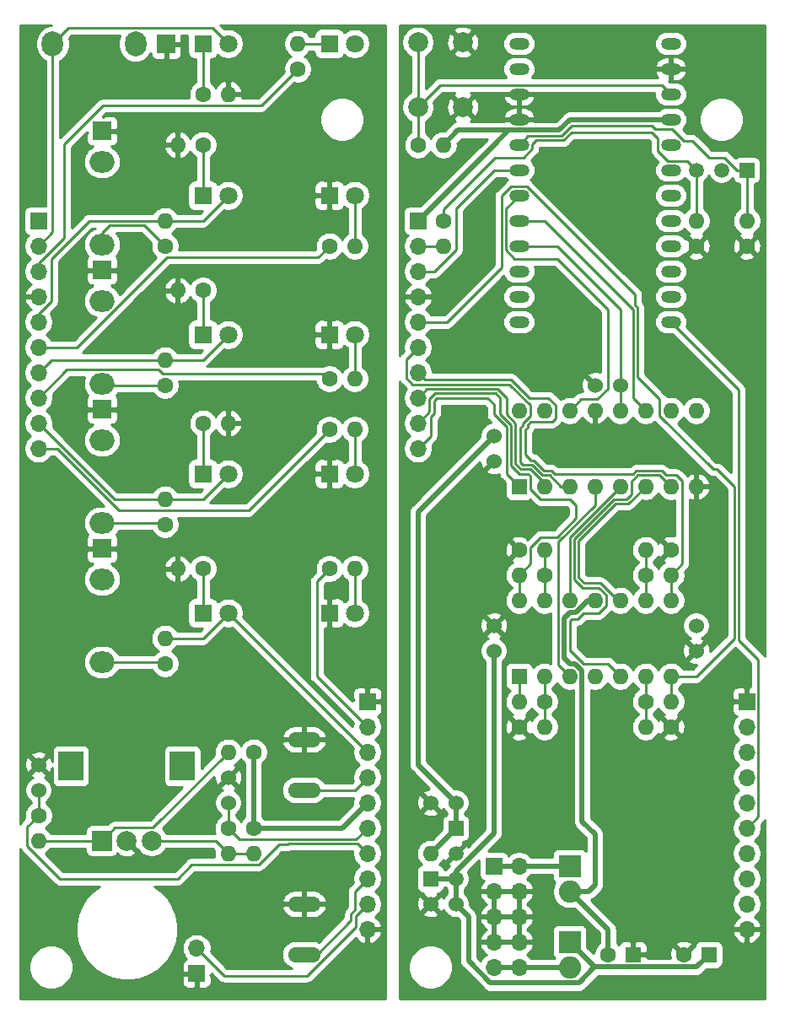
<source format=gbl>
G04 #@! TF.GenerationSoftware,KiCad,Pcbnew,(5.1.8-0-10_14)*
G04 #@! TF.CreationDate,2023-03-10T16:16:57+09:00*
G04 #@! TF.ProjectId,ButtonSequencer,42757474-6f6e-4536-9571-75656e636572,rev?*
G04 #@! TF.SameCoordinates,Original*
G04 #@! TF.FileFunction,Copper,L2,Bot*
G04 #@! TF.FilePolarity,Positive*
%FSLAX46Y46*%
G04 Gerber Fmt 4.6, Leading zero omitted, Abs format (unit mm)*
G04 Created by KiCad (PCBNEW (5.1.8-0-10_14)) date 2023-03-10 16:16:57*
%MOMM*%
%LPD*%
G01*
G04 APERTURE LIST*
G04 #@! TA.AperFunction,ComponentPad*
%ADD10R,1.800000X1.800000*%
G04 #@! TD*
G04 #@! TA.AperFunction,ComponentPad*
%ADD11C,1.800000*%
G04 #@! TD*
G04 #@! TA.AperFunction,ComponentPad*
%ADD12O,2.130000X2.500000*%
G04 #@! TD*
G04 #@! TA.AperFunction,ComponentPad*
%ADD13R,1.830000X1.930000*%
G04 #@! TD*
G04 #@! TA.AperFunction,ComponentPad*
%ADD14O,2.500000X2.130000*%
G04 #@! TD*
G04 #@! TA.AperFunction,ComponentPad*
%ADD15R,1.930000X1.830000*%
G04 #@! TD*
G04 #@! TA.AperFunction,ComponentPad*
%ADD16C,1.600000*%
G04 #@! TD*
G04 #@! TA.AperFunction,ComponentPad*
%ADD17O,1.600000X1.600000*%
G04 #@! TD*
G04 #@! TA.AperFunction,ComponentPad*
%ADD18R,2.500000X3.000000*%
G04 #@! TD*
G04 #@! TA.AperFunction,ComponentPad*
%ADD19C,2.000000*%
G04 #@! TD*
G04 #@! TA.AperFunction,ComponentPad*
%ADD20R,2.000000X2.000000*%
G04 #@! TD*
G04 #@! TA.AperFunction,ComponentPad*
%ADD21O,1.700000X1.700000*%
G04 #@! TD*
G04 #@! TA.AperFunction,ComponentPad*
%ADD22R,1.700000X1.700000*%
G04 #@! TD*
G04 #@! TA.AperFunction,ComponentPad*
%ADD23C,1.524000*%
G04 #@! TD*
G04 #@! TA.AperFunction,ComponentPad*
%ADD24O,3.300000X1.524000*%
G04 #@! TD*
G04 #@! TA.AperFunction,ComponentPad*
%ADD25R,1.600000X1.600000*%
G04 #@! TD*
G04 #@! TA.AperFunction,ComponentPad*
%ADD26O,2.000000X1.200000*%
G04 #@! TD*
G04 #@! TA.AperFunction,ComponentPad*
%ADD27R,2.240000X2.240000*%
G04 #@! TD*
G04 #@! TA.AperFunction,ComponentPad*
%ADD28O,2.240000X2.240000*%
G04 #@! TD*
G04 #@! TA.AperFunction,ComponentPad*
%ADD29C,1.500000*%
G04 #@! TD*
G04 #@! TA.AperFunction,ComponentPad*
%ADD30R,1.500000X1.500000*%
G04 #@! TD*
G04 #@! TA.AperFunction,Conductor*
%ADD31C,0.250000*%
G04 #@! TD*
G04 #@! TA.AperFunction,Conductor*
%ADD32C,0.500000*%
G04 #@! TD*
G04 #@! TA.AperFunction,Conductor*
%ADD33C,0.254000*%
G04 #@! TD*
G04 #@! TA.AperFunction,Conductor*
%ADD34C,0.100000*%
G04 #@! TD*
G04 APERTURE END LIST*
D10*
X82550000Y-65405000D03*
D11*
X85090000Y-65405000D03*
D10*
X95250000Y-65405000D03*
D11*
X97790000Y-65405000D03*
D10*
X95250000Y-122555000D03*
D11*
X97790000Y-122555000D03*
X97790000Y-108585000D03*
D10*
X95250000Y-108585000D03*
X95250000Y-94615000D03*
D11*
X97790000Y-94615000D03*
X97790000Y-80645000D03*
D10*
X95250000Y-80645000D03*
D11*
X85090000Y-80645000D03*
D10*
X82550000Y-80645000D03*
D11*
X85090000Y-94615000D03*
D10*
X82550000Y-94615000D03*
D11*
X85090000Y-108585000D03*
D10*
X82550000Y-108585000D03*
X82550000Y-122555000D03*
D11*
X85090000Y-122555000D03*
D12*
X75770000Y-65435000D03*
X67470000Y-65435000D03*
D13*
X78870000Y-65435000D03*
D14*
X72420000Y-77265000D03*
X72420000Y-85565000D03*
D15*
X72420000Y-74165000D03*
X72420000Y-88135000D03*
D14*
X72420000Y-99535000D03*
X72420000Y-91235000D03*
X72420000Y-105205000D03*
X72420000Y-113505000D03*
D15*
X72420000Y-102105000D03*
X72420000Y-116075000D03*
D14*
X72420000Y-127475000D03*
X72420000Y-119175000D03*
D16*
X87630000Y-144145000D03*
D17*
X87630000Y-146685000D03*
X85090000Y-136525000D03*
D16*
X87630000Y-136525000D03*
X82550000Y-70485000D03*
D17*
X85090000Y-70485000D03*
X85090000Y-146685000D03*
D16*
X85090000Y-144145000D03*
D17*
X66040000Y-145415000D03*
D16*
X66040000Y-142875000D03*
X92075000Y-67945000D03*
D17*
X92075000Y-65405000D03*
D16*
X95250000Y-118110000D03*
D17*
X97790000Y-118110000D03*
X97790000Y-104140000D03*
D16*
X95250000Y-104140000D03*
X95250000Y-99060000D03*
D17*
X97790000Y-99060000D03*
X97790000Y-85725000D03*
D16*
X95250000Y-85725000D03*
X82550000Y-75565000D03*
D17*
X80010000Y-75565000D03*
D16*
X82550000Y-90170000D03*
D17*
X80010000Y-90170000D03*
X85090000Y-103505000D03*
D16*
X82550000Y-103505000D03*
X82550000Y-118110000D03*
D17*
X80010000Y-118110000D03*
X78740000Y-83185000D03*
D16*
X78740000Y-85725000D03*
D17*
X78740000Y-97155000D03*
D16*
X78740000Y-99695000D03*
D17*
X78740000Y-111125000D03*
D16*
X78740000Y-113665000D03*
X78740000Y-127635000D03*
D17*
X78740000Y-125095000D03*
D18*
X80490000Y-137915000D03*
X69290000Y-137915000D03*
D19*
X77390000Y-145415000D03*
X74890000Y-145415000D03*
D20*
X72390000Y-145415000D03*
D21*
X81915000Y-156210000D03*
D22*
X81915000Y-158750000D03*
D23*
X85090000Y-139065000D03*
X85090000Y-141605000D03*
X66040000Y-140335000D03*
X66040000Y-137795000D03*
D21*
X66040000Y-106045000D03*
X66040000Y-103505000D03*
X66040000Y-100965000D03*
X66040000Y-98425000D03*
X66040000Y-95885000D03*
X66040000Y-93345000D03*
X66040000Y-90805000D03*
X66040000Y-88265000D03*
X66040000Y-85725000D03*
D22*
X66040000Y-83185000D03*
X99060000Y-131445000D03*
D21*
X99060000Y-133985000D03*
X99060000Y-136525000D03*
X99060000Y-139065000D03*
X99060000Y-141605000D03*
X99060000Y-144145000D03*
X99060000Y-146685000D03*
X99060000Y-149225000D03*
X99060000Y-151765000D03*
X99060000Y-154305000D03*
D24*
X92710000Y-151765000D03*
X92710000Y-156845000D03*
X92710000Y-140335000D03*
X92710000Y-135255000D03*
D25*
X114300000Y-128905000D03*
D17*
X129540000Y-121285000D03*
X116840000Y-128905000D03*
X127000000Y-121285000D03*
X119380000Y-128905000D03*
X124460000Y-121285000D03*
X121920000Y-128905000D03*
X121920000Y-121285000D03*
X124460000Y-128905000D03*
X119380000Y-121285000D03*
X127000000Y-128905000D03*
X116840000Y-121285000D03*
X129540000Y-128905000D03*
X114300000Y-121285000D03*
D25*
X133350000Y-156845000D03*
D16*
X130850000Y-156845000D03*
X123230000Y-156845000D03*
D25*
X125730000Y-156845000D03*
D16*
X106680000Y-83185000D03*
D17*
X106680000Y-85725000D03*
X132080000Y-83185000D03*
D16*
X132080000Y-85725000D03*
X137160000Y-85725000D03*
D17*
X137160000Y-83185000D03*
X106680000Y-75565000D03*
D16*
X104140000Y-75565000D03*
X129540000Y-133985000D03*
D17*
X127000000Y-133985000D03*
D16*
X129540000Y-116205000D03*
D17*
X127000000Y-116205000D03*
D16*
X114300000Y-116205000D03*
D17*
X116840000Y-116205000D03*
D16*
X114300000Y-133985000D03*
D17*
X116840000Y-133985000D03*
X129540000Y-131445000D03*
D16*
X127000000Y-131445000D03*
D17*
X129540000Y-118745000D03*
D16*
X127000000Y-118745000D03*
D17*
X114300000Y-118745000D03*
D16*
X116840000Y-118745000D03*
D17*
X114300000Y-131445000D03*
D16*
X116840000Y-131445000D03*
D19*
X108640000Y-71755000D03*
X104140000Y-71755000D03*
X108640000Y-65255000D03*
X104140000Y-65255000D03*
D26*
X129540000Y-65405000D03*
X114300000Y-65405000D03*
X129540000Y-67945000D03*
X114300000Y-67945000D03*
X129540000Y-70485000D03*
X114300000Y-70485000D03*
X129540000Y-73025000D03*
X114300000Y-73025000D03*
X129540000Y-75565000D03*
X114300000Y-75565000D03*
X129540000Y-78105000D03*
X114300000Y-78105000D03*
X129540000Y-80645000D03*
X114300000Y-80645000D03*
X129540000Y-83185000D03*
X114300000Y-83185000D03*
X129540000Y-85725000D03*
X114300000Y-85725000D03*
X129540000Y-88265000D03*
X114300000Y-88265000D03*
X129540000Y-90805000D03*
X114300000Y-90805000D03*
X129540000Y-93345000D03*
X114300000Y-93345000D03*
D25*
X114300000Y-109855000D03*
D17*
X132080000Y-102235000D03*
X116840000Y-109855000D03*
X129540000Y-102235000D03*
X119380000Y-109855000D03*
X127000000Y-102235000D03*
X121920000Y-109855000D03*
X124460000Y-102235000D03*
X124460000Y-109855000D03*
X121920000Y-102235000D03*
X127000000Y-109855000D03*
X119380000Y-102235000D03*
X129540000Y-109855000D03*
X116840000Y-102235000D03*
X132080000Y-109855000D03*
X114300000Y-102235000D03*
D23*
X111760000Y-126365000D03*
X111760000Y-123825000D03*
X121920000Y-99695000D03*
X124460000Y-99695000D03*
X111760000Y-107315000D03*
X111760000Y-104775000D03*
X105410000Y-151765000D03*
X107950000Y-151765000D03*
X107950000Y-141605000D03*
X105410000Y-141605000D03*
D27*
X119380000Y-147955000D03*
D28*
X119380000Y-150495000D03*
X119380000Y-158115000D03*
D27*
X119380000Y-155575000D03*
D22*
X111760000Y-147955000D03*
D21*
X114300000Y-147955000D03*
X111760000Y-150495000D03*
X114300000Y-150495000D03*
X111760000Y-153035000D03*
X114300000Y-153035000D03*
X111760000Y-155575000D03*
X114300000Y-155575000D03*
X111760000Y-158115000D03*
X114300000Y-158115000D03*
X104140000Y-106045000D03*
X104140000Y-103505000D03*
X104140000Y-100965000D03*
X104140000Y-98425000D03*
X104140000Y-95885000D03*
X104140000Y-93345000D03*
X104140000Y-90805000D03*
X104140000Y-88265000D03*
X104140000Y-85725000D03*
D22*
X104140000Y-83185000D03*
X137160000Y-131445000D03*
D21*
X137160000Y-133985000D03*
X137160000Y-136525000D03*
X137160000Y-139065000D03*
X137160000Y-141605000D03*
X137160000Y-144145000D03*
X137160000Y-146685000D03*
X137160000Y-149225000D03*
X137160000Y-151765000D03*
X137160000Y-154305000D03*
D29*
X107950000Y-146685000D03*
X107950000Y-149225000D03*
D30*
X107950000Y-144145000D03*
D29*
X134620000Y-78105000D03*
X132080000Y-78105000D03*
D30*
X137160000Y-78105000D03*
D25*
X105410000Y-149225000D03*
D17*
X105410000Y-146685000D03*
D23*
X132080000Y-126365000D03*
X132080000Y-123825000D03*
D31*
X85090000Y-141605000D02*
X85090000Y-144145000D01*
X97934999Y-145270001D02*
X99060000Y-144145000D01*
X86215001Y-145270001D02*
X97934999Y-145270001D01*
X85090000Y-144145000D02*
X86215001Y-145270001D01*
X66040000Y-140335000D02*
X66040000Y-142875000D01*
X64914999Y-145955001D02*
X64914999Y-144000001D01*
X81424999Y-147810001D02*
X80010000Y-149225000D01*
X88170001Y-147810001D02*
X81424999Y-147810001D01*
X68184998Y-149225000D02*
X64914999Y-145955001D01*
X90170000Y-145810002D02*
X88170001Y-147810001D01*
X91044998Y-145810002D02*
X90170000Y-145810002D01*
X91134989Y-145720011D02*
X91044998Y-145810002D01*
X64914999Y-144000001D02*
X66040000Y-142875000D01*
X80010000Y-149225000D02*
X68184998Y-149225000D01*
X98095011Y-145720011D02*
X91134989Y-145720011D01*
X99060000Y-146685000D02*
X98095011Y-145720011D01*
X82550000Y-65405000D02*
X82550000Y-70485000D01*
X83544990Y-63859990D02*
X85090000Y-65405000D01*
X69045010Y-63859990D02*
X83544990Y-63859990D01*
X67470000Y-65435000D02*
X69045010Y-63859990D01*
X67470000Y-84295000D02*
X67470000Y-65435000D01*
X66040000Y-85725000D02*
X67470000Y-84295000D01*
X92710000Y-65405000D02*
X95250000Y-65405000D01*
D32*
X96520000Y-144145000D02*
X87630000Y-144145000D01*
X99060000Y-141605000D02*
X96520000Y-144145000D01*
X87630000Y-144145000D02*
X87630000Y-136525000D01*
X108169990Y-74075010D02*
X106680000Y-75565000D01*
X104140000Y-112395000D02*
X104140000Y-137795000D01*
X104140000Y-137795000D02*
X107950000Y-141605000D01*
X111760000Y-104775000D02*
X104140000Y-112395000D01*
X107950000Y-141605000D02*
X107950000Y-144145000D01*
X105410000Y-146685000D02*
X107950000Y-144145000D01*
X111760000Y-75565000D02*
X113249990Y-74075010D01*
X104140000Y-83185000D02*
X111760000Y-75565000D01*
X113249990Y-74075010D02*
X108169990Y-74075010D01*
X113249990Y-74075010D02*
X118329990Y-74075010D01*
X119380000Y-73025000D02*
X129540000Y-73025000D01*
X118329990Y-74075010D02*
X119380000Y-73025000D01*
D31*
X97790000Y-118745000D02*
X97790000Y-122555000D01*
X97790000Y-106045000D02*
X97790000Y-108585000D01*
X97790000Y-104140000D02*
X97790000Y-106045000D01*
X97790000Y-98425000D02*
X97790000Y-94615000D01*
X97790000Y-85725000D02*
X97790000Y-80645000D01*
X82550000Y-83185000D02*
X85090000Y-80645000D01*
X78740000Y-83185000D02*
X82550000Y-83185000D01*
X66040000Y-92544002D02*
X66040000Y-93345000D01*
X67310000Y-86995000D02*
X67310000Y-91274002D01*
X67310000Y-91274002D02*
X66040000Y-92544002D01*
X71120000Y-83185000D02*
X67310000Y-86995000D01*
X78740000Y-83185000D02*
X71120000Y-83185000D01*
X82550000Y-80645000D02*
X82550000Y-75565000D01*
X82550000Y-97155000D02*
X78740000Y-97155000D01*
X85090000Y-94615000D02*
X82550000Y-97155000D01*
X67310000Y-97155000D02*
X78740000Y-97155000D01*
X66040000Y-98425000D02*
X67310000Y-97155000D01*
X82550000Y-94615000D02*
X82550000Y-90805000D01*
X84935002Y-108585000D02*
X85090000Y-108585000D01*
X82550000Y-111125000D02*
X78740000Y-111125000D01*
X85090000Y-108585000D02*
X82550000Y-111125000D01*
X73660000Y-111125000D02*
X78740000Y-111125000D01*
X66040000Y-103505000D02*
X73660000Y-111125000D01*
X82550000Y-103505000D02*
X82550000Y-108585000D01*
X82550000Y-122555000D02*
X82550000Y-118745000D01*
X82550000Y-125095000D02*
X78740000Y-125095000D01*
X85090000Y-122555000D02*
X82550000Y-125095000D01*
X99060000Y-136525000D02*
X85090000Y-122555000D01*
X72580000Y-85725000D02*
X72420000Y-85565000D01*
X78740000Y-85725000D02*
X76650010Y-83635010D01*
X76650010Y-83635010D02*
X73209990Y-83635010D01*
X72420000Y-84425000D02*
X72420000Y-85565000D01*
X73209990Y-83635010D02*
X72420000Y-84425000D01*
X72580000Y-99695000D02*
X72420000Y-99535000D01*
X78740000Y-99695000D02*
X72580000Y-99695000D01*
X78580000Y-113505000D02*
X78740000Y-113665000D01*
X72420000Y-113505000D02*
X78580000Y-113505000D01*
X78580000Y-127475000D02*
X78740000Y-127635000D01*
X72420000Y-127475000D02*
X78580000Y-127475000D01*
X72509997Y-71610001D02*
X88409999Y-71610001D01*
X68580000Y-75539998D02*
X72509997Y-71610001D01*
X88409999Y-71610001D02*
X92075000Y-67945000D01*
X66040000Y-87464002D02*
X66040000Y-88265000D01*
X68580000Y-84924002D02*
X66040000Y-87464002D01*
X68580000Y-75539998D02*
X68580000Y-84924002D01*
X78955769Y-86850001D02*
X94124999Y-86850001D01*
X94124999Y-86850001D02*
X95250000Y-85725000D01*
X69920770Y-95885000D02*
X78955769Y-86850001D01*
X66040000Y-95885000D02*
X69920770Y-95885000D01*
X78489997Y-98569999D02*
X94759999Y-98569999D01*
X94759999Y-98569999D02*
X95250000Y-99060000D01*
X78064988Y-98144990D02*
X78489997Y-98569999D01*
X68860010Y-98144990D02*
X78064988Y-98144990D01*
X66040000Y-100965000D02*
X68860010Y-98144990D01*
X87139999Y-112250001D02*
X95250000Y-104140000D01*
X67943590Y-106045000D02*
X74148591Y-112250001D01*
X74148591Y-112250001D02*
X87139999Y-112250001D01*
X66040000Y-106045000D02*
X67943590Y-106045000D01*
X98899998Y-151765000D02*
X99060000Y-151765000D01*
X97884999Y-152940001D02*
X99060000Y-151765000D01*
X97884999Y-154095265D02*
X97884999Y-152940001D01*
X93025263Y-158955001D02*
X97884999Y-154095265D01*
X84660001Y-158955001D02*
X93025263Y-158955001D01*
X81915000Y-156210000D02*
X84660001Y-158955001D01*
X93980000Y-119380000D02*
X95250000Y-118110000D01*
X93980000Y-128905000D02*
X93980000Y-119380000D01*
X99060000Y-133985000D02*
X93980000Y-128905000D01*
X99060000Y-149225000D02*
X97790000Y-150495000D01*
X97790000Y-152398590D02*
X97434989Y-152753601D01*
X97790000Y-150495000D02*
X97790000Y-152398590D01*
X97434989Y-152753601D02*
X97434989Y-153390011D01*
X93980000Y-156845000D02*
X92710000Y-156845000D01*
X97434989Y-153390011D02*
X93980000Y-156845000D01*
X97790000Y-140335000D02*
X99060000Y-139065000D01*
X92710000Y-140335000D02*
X97790000Y-140335000D01*
X83820000Y-145415000D02*
X85090000Y-146685000D01*
X77390000Y-145415000D02*
X83820000Y-145415000D01*
X85090000Y-146685000D02*
X87630000Y-146685000D01*
X66040000Y-145415000D02*
X72390000Y-145415000D01*
X73715001Y-144089999D02*
X77525001Y-144089999D01*
X77525001Y-144089999D02*
X85090000Y-136525000D01*
X72390000Y-145415000D02*
X73715001Y-144089999D01*
D32*
X107950000Y-151765000D02*
X107950000Y-149225000D01*
X132099999Y-158095001D02*
X133350000Y-156845000D01*
X121900001Y-158095001D02*
X132099999Y-158095001D01*
X119380000Y-155575000D02*
X121900001Y-158095001D01*
X111405999Y-159685001D02*
X109220000Y-157499002D01*
X120310001Y-159685001D02*
X111405999Y-159685001D01*
X121900001Y-158095001D02*
X120310001Y-159685001D01*
X109220000Y-153035000D02*
X107950000Y-151765000D01*
X109220000Y-157499002D02*
X109220000Y-153035000D01*
X107950000Y-148461002D02*
X107950000Y-149225000D01*
X111760000Y-144651002D02*
X107950000Y-148461002D01*
X111760000Y-126365000D02*
X111760000Y-144651002D01*
X105410000Y-149225000D02*
X107950000Y-149225000D01*
X123230000Y-154345000D02*
X123230000Y-156845000D01*
X119380000Y-150495000D02*
X123230000Y-154345000D01*
X121230002Y-121285000D02*
X121920000Y-121285000D01*
X118830009Y-123104991D02*
X119399999Y-122535001D01*
X118830009Y-127085009D02*
X118830009Y-123104991D01*
X119980001Y-122535001D02*
X121230002Y-121285000D01*
X120630001Y-128304999D02*
X119960002Y-127635000D01*
X119399999Y-122535001D02*
X119980001Y-122535001D01*
X121920000Y-149860000D02*
X121920000Y-144780000D01*
X119380000Y-150495000D02*
X121285000Y-150495000D01*
X120630001Y-143490001D02*
X120630001Y-128304999D01*
X121920000Y-144780000D02*
X120630001Y-143490001D01*
X119380000Y-127635000D02*
X118830009Y-127085009D01*
X121285000Y-150495000D02*
X121920000Y-149860000D01*
X119960002Y-127635000D02*
X119380000Y-127635000D01*
D31*
X114300000Y-85725000D02*
X118110000Y-85725000D01*
X118110000Y-85725000D02*
X124460000Y-92075000D01*
X124460000Y-92075000D02*
X124460000Y-102235000D01*
X104140000Y-85725000D02*
X106680000Y-85725000D01*
X111760000Y-78105000D02*
X114300000Y-78105000D01*
X107950000Y-81915000D02*
X111760000Y-78105000D01*
X107950000Y-86120002D02*
X107950000Y-81915000D01*
X105805002Y-88265000D02*
X107950000Y-86120002D01*
X104140000Y-88265000D02*
X105805002Y-88265000D01*
X129540000Y-131445000D02*
X129540000Y-128905000D01*
X132080000Y-128905000D02*
X129540000Y-128905000D01*
X135890000Y-109855000D02*
X135890000Y-125095000D01*
X134314989Y-108279989D02*
X135890000Y-109855000D01*
X135890000Y-125095000D02*
X132080000Y-128905000D01*
X104140000Y-93345000D02*
X107075002Y-93345000D01*
X113516849Y-79719990D02*
X115083151Y-79719990D01*
X112524980Y-80711859D02*
X113516849Y-79719990D01*
X112524980Y-87895022D02*
X112524980Y-80711859D01*
X107075002Y-93345000D02*
X112524980Y-87895022D01*
X134181839Y-108146839D02*
X134620000Y-108585000D01*
X115083151Y-79719990D02*
X125949080Y-90585920D01*
X125949080Y-91657670D02*
X126180010Y-91888600D01*
X125949080Y-90585920D02*
X125949080Y-91657670D01*
X126180010Y-91888600D02*
X126180010Y-98875010D01*
X128414999Y-102775001D02*
X133786837Y-108146839D01*
X133786837Y-108146839D02*
X134181839Y-108146839D01*
X128414999Y-101109999D02*
X128414999Y-102775001D01*
X126180010Y-98875010D02*
X128414999Y-101109999D01*
X119312081Y-109855000D02*
X119380000Y-109855000D01*
X118505002Y-109855000D02*
X119380000Y-109855000D01*
X117380001Y-108729999D02*
X118505002Y-109855000D01*
X116632821Y-108729999D02*
X117380001Y-108729999D01*
X115587804Y-107684982D02*
X116632821Y-108729999D01*
X114380030Y-107392210D02*
X114672801Y-107684981D01*
X103575999Y-99600001D02*
X113330003Y-99600001D01*
X113330003Y-99600001D02*
X115425001Y-101694999D01*
X114695002Y-103744998D02*
X114380030Y-104059970D01*
X114672801Y-107684981D02*
X115587804Y-107684982D01*
X115425001Y-102775001D02*
X114695002Y-103505000D01*
X115425001Y-101694999D02*
X115425001Y-102775001D01*
X114380030Y-104059970D02*
X114380030Y-107392210D01*
X114695002Y-103505000D02*
X114695002Y-103744998D01*
X102964999Y-98989001D02*
X103575999Y-99600001D01*
X102964999Y-97060001D02*
X102964999Y-98989001D01*
X104140000Y-95885000D02*
X102964999Y-97060001D01*
X129540000Y-121285000D02*
X129540000Y-118745000D01*
X130080001Y-108729999D02*
X130665001Y-109314999D01*
X117566402Y-108279990D02*
X117871412Y-108585000D01*
X116819221Y-108279989D02*
X117566402Y-108279990D01*
X115774205Y-107234973D02*
X116819221Y-108279989D01*
X115489972Y-107234972D02*
X115774205Y-107234973D01*
X117619999Y-103360001D02*
X115476411Y-103360001D01*
X117871412Y-108585000D02*
X120015000Y-108585000D01*
X114935000Y-104141410D02*
X114935000Y-106680000D01*
X115145012Y-103931398D02*
X114935000Y-104141410D01*
X115145012Y-103691400D02*
X115145012Y-103931398D01*
X114935000Y-106680000D02*
X115489972Y-107234972D01*
X104864991Y-99149991D02*
X113516403Y-99149991D01*
X117965001Y-103014999D02*
X117619999Y-103360001D01*
X117965001Y-101694999D02*
X117965001Y-103014999D01*
X117235002Y-100965000D02*
X117965001Y-101694999D01*
X104140000Y-98425000D02*
X104864991Y-99149991D01*
X113516403Y-99149991D02*
X115331412Y-100965000D01*
X130665001Y-109314999D02*
X130665001Y-117619999D01*
X115331412Y-100965000D02*
X117235002Y-100965000D01*
X130665001Y-117619999D02*
X129540000Y-118745000D01*
X115476411Y-103360001D02*
X115145012Y-103691400D01*
X128601399Y-108279989D02*
X126033600Y-108279990D01*
X129051409Y-108729999D02*
X128601399Y-108279989D01*
X130080001Y-108729999D02*
X129051409Y-108729999D01*
X126033600Y-108279990D02*
X125728590Y-108585000D01*
X125728590Y-108585000D02*
X120015000Y-108585000D01*
X115401403Y-108134991D02*
X116840000Y-109573588D01*
X113930020Y-107578610D02*
X114486400Y-108134990D01*
X113930020Y-103530022D02*
X113930020Y-107578610D01*
X113030000Y-102630002D02*
X113930020Y-103530022D01*
X116840000Y-109573588D02*
X116840000Y-109855000D01*
X113030000Y-100965000D02*
X113030000Y-102630002D01*
X114486400Y-108134990D02*
X115401403Y-108134991D01*
X112115011Y-100050011D02*
X113030000Y-100965000D01*
X105054989Y-100050011D02*
X112115011Y-100050011D01*
X104140000Y-100965000D02*
X105054989Y-100050011D01*
X114300000Y-121285000D02*
X114300000Y-118745000D01*
X105315001Y-102329999D02*
X104140000Y-103505000D01*
X105874979Y-100500021D02*
X105315001Y-101059999D01*
X113480010Y-103716422D02*
X112395000Y-102631412D01*
X111928611Y-100500021D02*
X105874979Y-100500021D01*
X112395000Y-100966410D02*
X111928611Y-100500021D01*
X112395000Y-102631412D02*
X112395000Y-100966410D01*
X114300000Y-118745000D02*
X115425001Y-117619999D01*
X113480010Y-107765010D02*
X113480010Y-103716422D01*
X115215002Y-108585000D02*
X114300000Y-108585000D01*
X105315001Y-101059999D02*
X105315001Y-102329999D01*
X114300000Y-108585000D02*
X113480010Y-107765010D01*
X115425001Y-108794999D02*
X115215002Y-108585000D01*
X115425001Y-110105003D02*
X116444998Y-111125000D01*
X115425001Y-108794999D02*
X115425001Y-110105003D01*
X116444998Y-111125000D02*
X119380000Y-111125000D01*
X120015000Y-111760000D02*
X120015000Y-113027180D01*
X119380000Y-111125000D02*
X120015000Y-111760000D01*
X120015000Y-113027180D02*
X118108590Y-114933590D01*
X115425001Y-115954997D02*
X115425001Y-117619999D01*
X116446408Y-114933590D02*
X115425001Y-115954997D01*
X118108590Y-114933590D02*
X116446408Y-114933590D01*
X114300000Y-131445000D02*
X114300000Y-128905000D01*
X105410000Y-104775000D02*
X104140000Y-106045000D01*
X105765011Y-101246399D02*
X105765010Y-102516400D01*
X105410000Y-102871410D02*
X105410000Y-104775000D01*
X114300000Y-109855000D02*
X113030000Y-108585000D01*
X106046410Y-100965000D02*
X105765011Y-101246399D01*
X105765010Y-102516400D02*
X105410000Y-102871410D01*
X113030000Y-103902822D02*
X111760000Y-102632822D01*
X113030000Y-108585000D02*
X113030000Y-103902822D01*
X111760000Y-102632822D02*
X111760000Y-101600000D01*
X111125000Y-100965000D02*
X106046410Y-100965000D01*
X111760000Y-101600000D02*
X111125000Y-100965000D01*
X136340010Y-100145010D02*
X136340009Y-125281401D01*
X129540000Y-93345000D02*
X136340010Y-100145010D01*
X138335001Y-142969999D02*
X137160000Y-144145000D01*
X138335001Y-127276393D02*
X138335001Y-142969999D01*
X136340009Y-125281401D02*
X138335001Y-127276393D01*
X106680000Y-82053630D02*
X111898630Y-76835000D01*
X106680000Y-83185000D02*
X106680000Y-82053630D01*
X132080000Y-78105000D02*
X132080000Y-83185000D01*
X115625010Y-75509990D02*
X116034970Y-75100030D01*
X115625010Y-75948151D02*
X115625010Y-75509990D01*
X114738161Y-76835000D02*
X115625010Y-75948151D01*
X111898630Y-76835000D02*
X114738161Y-76835000D01*
X116034970Y-75100030D02*
X118754567Y-75100029D01*
X118754567Y-75100029D02*
X119559596Y-74295000D01*
X119559596Y-74295000D02*
X127635000Y-74295000D01*
X127635000Y-74295000D02*
X128214990Y-74874990D01*
X128214990Y-74874990D02*
X128214990Y-76144990D01*
X131154990Y-77179990D02*
X132080000Y-78105000D01*
X129249990Y-77179990D02*
X131154990Y-77179990D01*
X128214990Y-76144990D02*
X129249990Y-77179990D01*
X137160000Y-78105000D02*
X137160000Y-83185000D01*
X134890000Y-76835000D02*
X136160000Y-78105000D01*
X131696849Y-75181849D02*
X133350000Y-76835000D01*
X130865010Y-75181849D02*
X131696849Y-75181849D01*
X129633171Y-73950010D02*
X130865010Y-75181849D01*
X114300000Y-75565000D02*
X115214980Y-74650020D01*
X118568166Y-74650020D02*
X119558186Y-73660000D01*
X136160000Y-78105000D02*
X137160000Y-78105000D01*
X133350000Y-76835000D02*
X134890000Y-76835000D01*
X119558186Y-73660000D02*
X127635000Y-73660000D01*
X127925010Y-73950010D02*
X129633171Y-73950010D01*
X115214980Y-74650020D02*
X118568166Y-74650020D01*
X127635000Y-73660000D02*
X127925010Y-73950010D01*
X128614990Y-69559990D02*
X129540000Y-70485000D01*
X106335010Y-69559990D02*
X128614990Y-69559990D01*
X104140000Y-71755000D02*
X106335010Y-69559990D01*
X104140000Y-65255000D02*
X104140000Y-75565000D01*
X127000000Y-133985000D02*
X127000000Y-128905000D01*
X127000000Y-121285000D02*
X127000000Y-116205000D01*
X116840000Y-116205000D02*
X116840000Y-121285000D01*
X116840000Y-128905000D02*
X116840000Y-133985000D01*
X120773188Y-127635000D02*
X123190000Y-127635000D01*
X119528207Y-126390019D02*
X120773188Y-127635000D01*
X119405019Y-126390019D02*
X119528207Y-126390019D01*
X119405019Y-123343167D02*
X119405019Y-126390019D01*
X120773188Y-122555000D02*
X120138188Y-123190000D01*
X119558186Y-123190000D02*
X119405019Y-123343167D01*
X120138188Y-123190000D02*
X119558186Y-123190000D01*
X122315002Y-122555000D02*
X120773188Y-122555000D01*
X123190000Y-127635000D02*
X124460000Y-128905000D01*
X123045001Y-120744999D02*
X123045001Y-121825001D01*
X122315002Y-120015000D02*
X123045001Y-120744999D01*
X126220001Y-108729999D02*
X125585001Y-109364999D01*
X119830010Y-119195010D02*
X120650000Y-120015000D01*
X125093590Y-111125000D02*
X123826410Y-111125000D01*
X120650000Y-120015000D02*
X122315002Y-120015000D01*
X125585001Y-110633589D02*
X125093590Y-111125000D01*
X125585001Y-109364999D02*
X125585001Y-110633589D01*
X123045001Y-121825001D02*
X122315002Y-122555000D01*
X128414999Y-108729999D02*
X126220001Y-108729999D01*
X119830010Y-115121400D02*
X119830010Y-119195010D01*
X123826410Y-111125000D02*
X119830010Y-115121400D01*
X129540000Y-109855000D02*
X128414999Y-108729999D01*
X119380000Y-114935000D02*
X119380000Y-121285000D01*
X124460000Y-109855000D02*
X119380000Y-114935000D01*
X122501403Y-119564991D02*
X124221412Y-121285000D01*
X120836400Y-119564990D02*
X122501403Y-119564991D01*
X120280020Y-119008610D02*
X120836400Y-119564990D01*
X120280020Y-115307800D02*
X120280020Y-119008610D01*
X124221412Y-121285000D02*
X124460000Y-121285000D01*
X124012810Y-111575010D02*
X120280020Y-115307800D01*
X125279990Y-111575010D02*
X124012810Y-111575010D01*
X127000000Y-109855000D02*
X125279990Y-111575010D01*
X118254999Y-127779999D02*
X119380000Y-128905000D01*
X118254999Y-115423591D02*
X118254999Y-127779999D01*
X121920000Y-111758590D02*
X118254999Y-115423591D01*
X121920000Y-109855000D02*
X121920000Y-111758590D01*
X120505001Y-101109999D02*
X119380000Y-102235000D01*
X123190000Y-100033762D02*
X122113763Y-101109999D01*
X123190000Y-92075000D02*
X123190000Y-100033762D01*
X114300000Y-80645000D02*
X112974990Y-81970010D01*
X118110000Y-86995000D02*
X123190000Y-92075000D01*
X112974990Y-86108151D02*
X113861839Y-86995000D01*
X122113763Y-101109999D02*
X120505001Y-101109999D01*
X113861839Y-86995000D02*
X118110000Y-86995000D01*
X112974990Y-81970010D02*
X112974990Y-86108151D01*
X125730000Y-100965000D02*
X127000000Y-102235000D01*
X125730000Y-92075000D02*
X125730000Y-100965000D01*
X116840000Y-83185000D02*
X125730000Y-92075000D01*
X114300000Y-83185000D02*
X116840000Y-83185000D01*
D32*
X111760000Y-147955000D02*
X119380000Y-147955000D01*
X111760000Y-158115000D02*
X119380000Y-158115000D01*
D33*
X67136742Y-63574598D02*
X66816291Y-63671806D01*
X66520961Y-63829663D01*
X66262103Y-64042103D01*
X66049663Y-64300962D01*
X65891806Y-64596292D01*
X65794598Y-64916743D01*
X65770000Y-65166491D01*
X65770000Y-65703510D01*
X65794598Y-65953258D01*
X65891806Y-66273709D01*
X66049663Y-66569039D01*
X66262103Y-66827897D01*
X66520962Y-67040337D01*
X66710001Y-67141380D01*
X66710000Y-81696928D01*
X65190000Y-81696928D01*
X65065518Y-81709188D01*
X64945820Y-81745498D01*
X64835506Y-81804463D01*
X64738815Y-81883815D01*
X64659463Y-81980506D01*
X64600498Y-82090820D01*
X64564188Y-82210518D01*
X64551928Y-82335000D01*
X64551928Y-84035000D01*
X64564188Y-84159482D01*
X64600498Y-84279180D01*
X64659463Y-84389494D01*
X64738815Y-84486185D01*
X64835506Y-84565537D01*
X64945820Y-84624502D01*
X65018380Y-84646513D01*
X64886525Y-84778368D01*
X64724010Y-85021589D01*
X64612068Y-85291842D01*
X64555000Y-85578740D01*
X64555000Y-85871260D01*
X64612068Y-86158158D01*
X64724010Y-86428411D01*
X64886525Y-86671632D01*
X65093368Y-86878475D01*
X65267760Y-86995000D01*
X65093368Y-87111525D01*
X64886525Y-87318368D01*
X64724010Y-87561589D01*
X64612068Y-87831842D01*
X64555000Y-88118740D01*
X64555000Y-88411260D01*
X64612068Y-88698158D01*
X64724010Y-88968411D01*
X64886525Y-89211632D01*
X65093368Y-89418475D01*
X65275534Y-89540195D01*
X65158645Y-89609822D01*
X64942412Y-89804731D01*
X64768359Y-90038080D01*
X64643175Y-90300901D01*
X64598524Y-90448110D01*
X64719845Y-90678000D01*
X65913000Y-90678000D01*
X65913000Y-90658000D01*
X66167000Y-90658000D01*
X66167000Y-90678000D01*
X66187000Y-90678000D01*
X66187000Y-90932000D01*
X66167000Y-90932000D01*
X66167000Y-90952000D01*
X65913000Y-90952000D01*
X65913000Y-90932000D01*
X64719845Y-90932000D01*
X64598524Y-91161890D01*
X64643175Y-91309099D01*
X64768359Y-91571920D01*
X64942412Y-91805269D01*
X65158645Y-92000178D01*
X65275534Y-92069805D01*
X65093368Y-92191525D01*
X64886525Y-92398368D01*
X64724010Y-92641589D01*
X64612068Y-92911842D01*
X64555000Y-93198740D01*
X64555000Y-93491260D01*
X64612068Y-93778158D01*
X64724010Y-94048411D01*
X64886525Y-94291632D01*
X65093368Y-94498475D01*
X65267760Y-94615000D01*
X65093368Y-94731525D01*
X64886525Y-94938368D01*
X64724010Y-95181589D01*
X64612068Y-95451842D01*
X64555000Y-95738740D01*
X64555000Y-96031260D01*
X64612068Y-96318158D01*
X64724010Y-96588411D01*
X64886525Y-96831632D01*
X65093368Y-97038475D01*
X65267760Y-97155000D01*
X65093368Y-97271525D01*
X64886525Y-97478368D01*
X64724010Y-97721589D01*
X64612068Y-97991842D01*
X64555000Y-98278740D01*
X64555000Y-98571260D01*
X64612068Y-98858158D01*
X64724010Y-99128411D01*
X64886525Y-99371632D01*
X65093368Y-99578475D01*
X65267760Y-99695000D01*
X65093368Y-99811525D01*
X64886525Y-100018368D01*
X64724010Y-100261589D01*
X64612068Y-100531842D01*
X64555000Y-100818740D01*
X64555000Y-101111260D01*
X64612068Y-101398158D01*
X64724010Y-101668411D01*
X64886525Y-101911632D01*
X65093368Y-102118475D01*
X65267760Y-102235000D01*
X65093368Y-102351525D01*
X64886525Y-102558368D01*
X64724010Y-102801589D01*
X64612068Y-103071842D01*
X64555000Y-103358740D01*
X64555000Y-103651260D01*
X64612068Y-103938158D01*
X64724010Y-104208411D01*
X64886525Y-104451632D01*
X65093368Y-104658475D01*
X65267760Y-104775000D01*
X65093368Y-104891525D01*
X64886525Y-105098368D01*
X64724010Y-105341589D01*
X64612068Y-105611842D01*
X64555000Y-105898740D01*
X64555000Y-106191260D01*
X64612068Y-106478158D01*
X64724010Y-106748411D01*
X64886525Y-106991632D01*
X65093368Y-107198475D01*
X65336589Y-107360990D01*
X65606842Y-107472932D01*
X65893740Y-107530000D01*
X66186260Y-107530000D01*
X66473158Y-107472932D01*
X66743411Y-107360990D01*
X66986632Y-107198475D01*
X67193475Y-106991632D01*
X67318178Y-106805000D01*
X67628789Y-106805000D01*
X72628788Y-111805000D01*
X72151490Y-111805000D01*
X71901742Y-111829598D01*
X71581291Y-111926806D01*
X71285961Y-112084663D01*
X71027103Y-112297103D01*
X70814663Y-112555961D01*
X70656806Y-112851291D01*
X70559598Y-113171742D01*
X70526775Y-113505000D01*
X70559598Y-113838258D01*
X70656806Y-114158709D01*
X70814663Y-114454039D01*
X71015729Y-114699038D01*
X71003815Y-114708815D01*
X70924463Y-114805506D01*
X70865498Y-114915820D01*
X70829188Y-115035518D01*
X70816928Y-115160000D01*
X70820000Y-115789250D01*
X70978750Y-115948000D01*
X72293000Y-115948000D01*
X72293000Y-115928000D01*
X72547000Y-115928000D01*
X72547000Y-115948000D01*
X73861250Y-115948000D01*
X74020000Y-115789250D01*
X74023072Y-115160000D01*
X74010812Y-115035518D01*
X73974502Y-114915820D01*
X73915537Y-114805506D01*
X73836185Y-114708815D01*
X73824271Y-114699038D01*
X74025337Y-114454039D01*
X74126380Y-114265000D01*
X77435296Y-114265000D01*
X77468320Y-114344727D01*
X77625363Y-114579759D01*
X77825241Y-114779637D01*
X78060273Y-114936680D01*
X78321426Y-115044853D01*
X78598665Y-115100000D01*
X78881335Y-115100000D01*
X79158574Y-115044853D01*
X79419727Y-114936680D01*
X79654759Y-114779637D01*
X79854637Y-114579759D01*
X80011680Y-114344727D01*
X80119853Y-114083574D01*
X80175000Y-113806335D01*
X80175000Y-113523665D01*
X80119853Y-113246426D01*
X80021923Y-113010001D01*
X87102677Y-113010001D01*
X87139999Y-113013677D01*
X87177321Y-113010001D01*
X87177332Y-113010001D01*
X87288985Y-112999004D01*
X87432246Y-112955547D01*
X87564275Y-112884975D01*
X87680000Y-112790002D01*
X87703803Y-112760998D01*
X90979801Y-109485000D01*
X93711928Y-109485000D01*
X93724188Y-109609482D01*
X93760498Y-109729180D01*
X93819463Y-109839494D01*
X93898815Y-109936185D01*
X93995506Y-110015537D01*
X94105820Y-110074502D01*
X94225518Y-110110812D01*
X94350000Y-110123072D01*
X94964250Y-110120000D01*
X95123000Y-109961250D01*
X95123000Y-108712000D01*
X93873750Y-108712000D01*
X93715000Y-108870750D01*
X93711928Y-109485000D01*
X90979801Y-109485000D01*
X92779801Y-107685000D01*
X93711928Y-107685000D01*
X93715000Y-108299250D01*
X93873750Y-108458000D01*
X95123000Y-108458000D01*
X95123000Y-107208750D01*
X94964250Y-107050000D01*
X94350000Y-107046928D01*
X94225518Y-107059188D01*
X94105820Y-107095498D01*
X93995506Y-107154463D01*
X93898815Y-107233815D01*
X93819463Y-107330506D01*
X93760498Y-107440820D01*
X93724188Y-107560518D01*
X93711928Y-107685000D01*
X92779801Y-107685000D01*
X94926115Y-105538688D01*
X95108665Y-105575000D01*
X95391335Y-105575000D01*
X95668574Y-105519853D01*
X95929727Y-105411680D01*
X96164759Y-105254637D01*
X96364637Y-105054759D01*
X96520000Y-104822241D01*
X96675363Y-105054759D01*
X96875241Y-105254637D01*
X97030001Y-105358044D01*
X97030001Y-106007658D01*
X97030000Y-106007668D01*
X97030000Y-107246687D01*
X96811495Y-107392688D01*
X96745056Y-107459127D01*
X96739502Y-107440820D01*
X96680537Y-107330506D01*
X96601185Y-107233815D01*
X96504494Y-107154463D01*
X96394180Y-107095498D01*
X96274482Y-107059188D01*
X96150000Y-107046928D01*
X95535750Y-107050000D01*
X95377000Y-107208750D01*
X95377000Y-108458000D01*
X95397000Y-108458000D01*
X95397000Y-108712000D01*
X95377000Y-108712000D01*
X95377000Y-109961250D01*
X95535750Y-110120000D01*
X96150000Y-110123072D01*
X96274482Y-110110812D01*
X96394180Y-110074502D01*
X96504494Y-110015537D01*
X96601185Y-109936185D01*
X96680537Y-109839494D01*
X96739502Y-109729180D01*
X96745056Y-109710873D01*
X96811495Y-109777312D01*
X97062905Y-109945299D01*
X97342257Y-110061011D01*
X97638816Y-110120000D01*
X97941184Y-110120000D01*
X98237743Y-110061011D01*
X98517095Y-109945299D01*
X98768505Y-109777312D01*
X98982312Y-109563505D01*
X99150299Y-109312095D01*
X99266011Y-109032743D01*
X99325000Y-108736184D01*
X99325000Y-108433816D01*
X99266011Y-108137257D01*
X99150299Y-107857905D01*
X98982312Y-107606495D01*
X98768505Y-107392688D01*
X98550000Y-107246687D01*
X98550000Y-105358043D01*
X98704759Y-105254637D01*
X98904637Y-105054759D01*
X99061680Y-104819727D01*
X99169853Y-104558574D01*
X99225000Y-104281335D01*
X99225000Y-103998665D01*
X99169853Y-103721426D01*
X99061680Y-103460273D01*
X98904637Y-103225241D01*
X98704759Y-103025363D01*
X98469727Y-102868320D01*
X98208574Y-102760147D01*
X97931335Y-102705000D01*
X97648665Y-102705000D01*
X97371426Y-102760147D01*
X97110273Y-102868320D01*
X96875241Y-103025363D01*
X96675363Y-103225241D01*
X96520000Y-103457759D01*
X96364637Y-103225241D01*
X96164759Y-103025363D01*
X95929727Y-102868320D01*
X95668574Y-102760147D01*
X95391335Y-102705000D01*
X95108665Y-102705000D01*
X94831426Y-102760147D01*
X94570273Y-102868320D01*
X94335241Y-103025363D01*
X94135363Y-103225241D01*
X93978320Y-103460273D01*
X93870147Y-103721426D01*
X93815000Y-103998665D01*
X93815000Y-104281335D01*
X93851312Y-104463885D01*
X86825198Y-111490001D01*
X83259800Y-111490001D01*
X84681071Y-110068732D01*
X84938816Y-110120000D01*
X85241184Y-110120000D01*
X85537743Y-110061011D01*
X85817095Y-109945299D01*
X86068505Y-109777312D01*
X86282312Y-109563505D01*
X86450299Y-109312095D01*
X86566011Y-109032743D01*
X86625000Y-108736184D01*
X86625000Y-108433816D01*
X86566011Y-108137257D01*
X86450299Y-107857905D01*
X86282312Y-107606495D01*
X86068505Y-107392688D01*
X85817095Y-107224701D01*
X85537743Y-107108989D01*
X85241184Y-107050000D01*
X84938816Y-107050000D01*
X84642257Y-107108989D01*
X84362905Y-107224701D01*
X84111495Y-107392688D01*
X84045056Y-107459127D01*
X84039502Y-107440820D01*
X83980537Y-107330506D01*
X83901185Y-107233815D01*
X83804494Y-107154463D01*
X83694180Y-107095498D01*
X83574482Y-107059188D01*
X83450000Y-107046928D01*
X83310000Y-107046928D01*
X83310000Y-104723043D01*
X83464759Y-104619637D01*
X83664637Y-104419759D01*
X83821680Y-104184727D01*
X83826357Y-104173435D01*
X83858963Y-104242420D01*
X84026481Y-104468414D01*
X84234869Y-104657385D01*
X84476119Y-104802070D01*
X84740960Y-104896909D01*
X84963000Y-104775624D01*
X84963000Y-103632000D01*
X85217000Y-103632000D01*
X85217000Y-104775624D01*
X85439040Y-104896909D01*
X85703881Y-104802070D01*
X85945131Y-104657385D01*
X86153519Y-104468414D01*
X86321037Y-104242420D01*
X86441246Y-103988087D01*
X86481904Y-103854039D01*
X86359915Y-103632000D01*
X85217000Y-103632000D01*
X84963000Y-103632000D01*
X84943000Y-103632000D01*
X84943000Y-103378000D01*
X84963000Y-103378000D01*
X84963000Y-102234376D01*
X85217000Y-102234376D01*
X85217000Y-103378000D01*
X86359915Y-103378000D01*
X86481904Y-103155961D01*
X86441246Y-103021913D01*
X86321037Y-102767580D01*
X86153519Y-102541586D01*
X85945131Y-102352615D01*
X85703881Y-102207930D01*
X85439040Y-102113091D01*
X85217000Y-102234376D01*
X84963000Y-102234376D01*
X84740960Y-102113091D01*
X84476119Y-102207930D01*
X84234869Y-102352615D01*
X84026481Y-102541586D01*
X83858963Y-102767580D01*
X83826357Y-102836565D01*
X83821680Y-102825273D01*
X83664637Y-102590241D01*
X83464759Y-102390363D01*
X83229727Y-102233320D01*
X82968574Y-102125147D01*
X82691335Y-102070000D01*
X82408665Y-102070000D01*
X82131426Y-102125147D01*
X81870273Y-102233320D01*
X81635241Y-102390363D01*
X81435363Y-102590241D01*
X81278320Y-102825273D01*
X81170147Y-103086426D01*
X81115000Y-103363665D01*
X81115000Y-103646335D01*
X81170147Y-103923574D01*
X81278320Y-104184727D01*
X81435363Y-104419759D01*
X81635241Y-104619637D01*
X81790000Y-104723044D01*
X81790001Y-107046928D01*
X81650000Y-107046928D01*
X81525518Y-107059188D01*
X81405820Y-107095498D01*
X81295506Y-107154463D01*
X81198815Y-107233815D01*
X81119463Y-107330506D01*
X81060498Y-107440820D01*
X81024188Y-107560518D01*
X81011928Y-107685000D01*
X81011928Y-109485000D01*
X81024188Y-109609482D01*
X81060498Y-109729180D01*
X81119463Y-109839494D01*
X81198815Y-109936185D01*
X81295506Y-110015537D01*
X81405820Y-110074502D01*
X81525518Y-110110812D01*
X81650000Y-110123072D01*
X82477127Y-110123072D01*
X82235199Y-110365000D01*
X79958043Y-110365000D01*
X79854637Y-110210241D01*
X79654759Y-110010363D01*
X79419727Y-109853320D01*
X79158574Y-109745147D01*
X78881335Y-109690000D01*
X78598665Y-109690000D01*
X78321426Y-109745147D01*
X78060273Y-109853320D01*
X77825241Y-110010363D01*
X77625363Y-110210241D01*
X77521957Y-110365000D01*
X73974802Y-110365000D01*
X68814802Y-105205000D01*
X70526775Y-105205000D01*
X70559598Y-105538258D01*
X70656806Y-105858709D01*
X70814663Y-106154039D01*
X71027103Y-106412897D01*
X71285961Y-106625337D01*
X71581291Y-106783194D01*
X71901742Y-106880402D01*
X72151490Y-106905000D01*
X72688510Y-106905000D01*
X72938258Y-106880402D01*
X73258709Y-106783194D01*
X73554039Y-106625337D01*
X73812897Y-106412897D01*
X74025337Y-106154039D01*
X74183194Y-105858709D01*
X74280402Y-105538258D01*
X74313225Y-105205000D01*
X74280402Y-104871742D01*
X74183194Y-104551291D01*
X74025337Y-104255961D01*
X73812897Y-103997103D01*
X73554039Y-103784663D01*
X73316625Y-103657763D01*
X73385000Y-103658072D01*
X73509482Y-103645812D01*
X73629180Y-103609502D01*
X73739494Y-103550537D01*
X73836185Y-103471185D01*
X73915537Y-103374494D01*
X73974502Y-103264180D01*
X74010812Y-103144482D01*
X74023072Y-103020000D01*
X74020000Y-102390750D01*
X73861250Y-102232000D01*
X72547000Y-102232000D01*
X72547000Y-102252000D01*
X72293000Y-102252000D01*
X72293000Y-102232000D01*
X70978750Y-102232000D01*
X70820000Y-102390750D01*
X70816928Y-103020000D01*
X70829188Y-103144482D01*
X70865498Y-103264180D01*
X70924463Y-103374494D01*
X71003815Y-103471185D01*
X71100506Y-103550537D01*
X71210820Y-103609502D01*
X71330518Y-103645812D01*
X71455000Y-103658072D01*
X71523375Y-103657763D01*
X71285961Y-103784663D01*
X71027103Y-103997103D01*
X70814663Y-104255961D01*
X70656806Y-104551291D01*
X70559598Y-104871742D01*
X70526775Y-105205000D01*
X68814802Y-105205000D01*
X67481209Y-103871408D01*
X67525000Y-103651260D01*
X67525000Y-103358740D01*
X67467932Y-103071842D01*
X67355990Y-102801589D01*
X67193475Y-102558368D01*
X66986632Y-102351525D01*
X66812240Y-102235000D01*
X66986632Y-102118475D01*
X67193475Y-101911632D01*
X67355990Y-101668411D01*
X67467932Y-101398158D01*
X67525000Y-101111260D01*
X67525000Y-100818740D01*
X67481210Y-100598592D01*
X69174813Y-98904990D01*
X70649617Y-98904990D01*
X70559598Y-99201742D01*
X70526775Y-99535000D01*
X70559598Y-99868258D01*
X70656806Y-100188709D01*
X70814663Y-100484039D01*
X71015729Y-100729038D01*
X71003815Y-100738815D01*
X70924463Y-100835506D01*
X70865498Y-100945820D01*
X70829188Y-101065518D01*
X70816928Y-101190000D01*
X70820000Y-101819250D01*
X70978750Y-101978000D01*
X72293000Y-101978000D01*
X72293000Y-101958000D01*
X72547000Y-101958000D01*
X72547000Y-101978000D01*
X73861250Y-101978000D01*
X74020000Y-101819250D01*
X74023072Y-101190000D01*
X74010812Y-101065518D01*
X73974502Y-100945820D01*
X73915537Y-100835506D01*
X73836185Y-100738815D01*
X73824271Y-100729038D01*
X74025337Y-100484039D01*
X74040859Y-100455000D01*
X77521957Y-100455000D01*
X77625363Y-100609759D01*
X77825241Y-100809637D01*
X78060273Y-100966680D01*
X78321426Y-101074853D01*
X78598665Y-101130000D01*
X78881335Y-101130000D01*
X79158574Y-101074853D01*
X79419727Y-100966680D01*
X79654759Y-100809637D01*
X79854637Y-100609759D01*
X80011680Y-100374727D01*
X80119853Y-100113574D01*
X80175000Y-99836335D01*
X80175000Y-99553665D01*
X80130509Y-99329999D01*
X93840593Y-99329999D01*
X93870147Y-99478574D01*
X93978320Y-99739727D01*
X94135363Y-99974759D01*
X94335241Y-100174637D01*
X94570273Y-100331680D01*
X94831426Y-100439853D01*
X95108665Y-100495000D01*
X95391335Y-100495000D01*
X95668574Y-100439853D01*
X95929727Y-100331680D01*
X96164759Y-100174637D01*
X96364637Y-99974759D01*
X96520000Y-99742241D01*
X96675363Y-99974759D01*
X96875241Y-100174637D01*
X97110273Y-100331680D01*
X97371426Y-100439853D01*
X97648665Y-100495000D01*
X97931335Y-100495000D01*
X98208574Y-100439853D01*
X98469727Y-100331680D01*
X98704759Y-100174637D01*
X98904637Y-99974759D01*
X99061680Y-99739727D01*
X99169853Y-99478574D01*
X99225000Y-99201335D01*
X99225000Y-98918665D01*
X99169853Y-98641426D01*
X99061680Y-98380273D01*
X98904637Y-98145241D01*
X98704759Y-97945363D01*
X98550000Y-97841957D01*
X98550000Y-95953313D01*
X98768505Y-95807312D01*
X98982312Y-95593505D01*
X99150299Y-95342095D01*
X99266011Y-95062743D01*
X99325000Y-94766184D01*
X99325000Y-94463816D01*
X99266011Y-94167257D01*
X99150299Y-93887905D01*
X98982312Y-93636495D01*
X98768505Y-93422688D01*
X98517095Y-93254701D01*
X98237743Y-93138989D01*
X97941184Y-93080000D01*
X97638816Y-93080000D01*
X97342257Y-93138989D01*
X97062905Y-93254701D01*
X96811495Y-93422688D01*
X96745056Y-93489127D01*
X96739502Y-93470820D01*
X96680537Y-93360506D01*
X96601185Y-93263815D01*
X96504494Y-93184463D01*
X96394180Y-93125498D01*
X96274482Y-93089188D01*
X96150000Y-93076928D01*
X95535750Y-93080000D01*
X95377000Y-93238750D01*
X95377000Y-94488000D01*
X95397000Y-94488000D01*
X95397000Y-94742000D01*
X95377000Y-94742000D01*
X95377000Y-95991250D01*
X95535750Y-96150000D01*
X96150000Y-96153072D01*
X96274482Y-96140812D01*
X96394180Y-96104502D01*
X96504494Y-96045537D01*
X96601185Y-95966185D01*
X96680537Y-95869494D01*
X96739502Y-95759180D01*
X96745056Y-95740873D01*
X96811495Y-95807312D01*
X97030001Y-95953313D01*
X97030000Y-97841956D01*
X96875241Y-97945363D01*
X96675363Y-98145241D01*
X96520000Y-98377759D01*
X96364637Y-98145241D01*
X96164759Y-97945363D01*
X95929727Y-97788320D01*
X95668574Y-97680147D01*
X95391335Y-97625000D01*
X95108665Y-97625000D01*
X94831426Y-97680147D01*
X94570273Y-97788320D01*
X94537828Y-97809999D01*
X82936812Y-97809999D01*
X82974276Y-97789974D01*
X83090001Y-97695001D01*
X83113804Y-97665997D01*
X84681071Y-96098732D01*
X84938816Y-96150000D01*
X85241184Y-96150000D01*
X85537743Y-96091011D01*
X85817095Y-95975299D01*
X86068505Y-95807312D01*
X86282312Y-95593505D01*
X86334767Y-95515000D01*
X93711928Y-95515000D01*
X93724188Y-95639482D01*
X93760498Y-95759180D01*
X93819463Y-95869494D01*
X93898815Y-95966185D01*
X93995506Y-96045537D01*
X94105820Y-96104502D01*
X94225518Y-96140812D01*
X94350000Y-96153072D01*
X94964250Y-96150000D01*
X95123000Y-95991250D01*
X95123000Y-94742000D01*
X93873750Y-94742000D01*
X93715000Y-94900750D01*
X93711928Y-95515000D01*
X86334767Y-95515000D01*
X86450299Y-95342095D01*
X86566011Y-95062743D01*
X86625000Y-94766184D01*
X86625000Y-94463816D01*
X86566011Y-94167257D01*
X86450299Y-93887905D01*
X86334768Y-93715000D01*
X93711928Y-93715000D01*
X93715000Y-94329250D01*
X93873750Y-94488000D01*
X95123000Y-94488000D01*
X95123000Y-93238750D01*
X94964250Y-93080000D01*
X94350000Y-93076928D01*
X94225518Y-93089188D01*
X94105820Y-93125498D01*
X93995506Y-93184463D01*
X93898815Y-93263815D01*
X93819463Y-93360506D01*
X93760498Y-93470820D01*
X93724188Y-93590518D01*
X93711928Y-93715000D01*
X86334768Y-93715000D01*
X86282312Y-93636495D01*
X86068505Y-93422688D01*
X85817095Y-93254701D01*
X85537743Y-93138989D01*
X85241184Y-93080000D01*
X84938816Y-93080000D01*
X84642257Y-93138989D01*
X84362905Y-93254701D01*
X84111495Y-93422688D01*
X84045056Y-93489127D01*
X84039502Y-93470820D01*
X83980537Y-93360506D01*
X83901185Y-93263815D01*
X83804494Y-93184463D01*
X83694180Y-93125498D01*
X83574482Y-93089188D01*
X83450000Y-93076928D01*
X83310000Y-93076928D01*
X83310000Y-91388043D01*
X83464759Y-91284637D01*
X83664637Y-91084759D01*
X83821680Y-90849727D01*
X83929853Y-90588574D01*
X83985000Y-90311335D01*
X83985000Y-90028665D01*
X83929853Y-89751426D01*
X83821680Y-89490273D01*
X83664637Y-89255241D01*
X83464759Y-89055363D01*
X83229727Y-88898320D01*
X82968574Y-88790147D01*
X82691335Y-88735000D01*
X82408665Y-88735000D01*
X82131426Y-88790147D01*
X81870273Y-88898320D01*
X81635241Y-89055363D01*
X81435363Y-89255241D01*
X81278320Y-89490273D01*
X81273643Y-89501565D01*
X81241037Y-89432580D01*
X81073519Y-89206586D01*
X80865131Y-89017615D01*
X80623881Y-88872930D01*
X80359040Y-88778091D01*
X80137000Y-88899376D01*
X80137000Y-90043000D01*
X80157000Y-90043000D01*
X80157000Y-90297000D01*
X80137000Y-90297000D01*
X80137000Y-91440624D01*
X80359040Y-91561909D01*
X80623881Y-91467070D01*
X80865131Y-91322385D01*
X81073519Y-91133414D01*
X81241037Y-90907420D01*
X81273643Y-90838435D01*
X81278320Y-90849727D01*
X81435363Y-91084759D01*
X81635241Y-91284637D01*
X81790001Y-91388044D01*
X81790000Y-93076928D01*
X81650000Y-93076928D01*
X81525518Y-93089188D01*
X81405820Y-93125498D01*
X81295506Y-93184463D01*
X81198815Y-93263815D01*
X81119463Y-93360506D01*
X81060498Y-93470820D01*
X81024188Y-93590518D01*
X81011928Y-93715000D01*
X81011928Y-95515000D01*
X81024188Y-95639482D01*
X81060498Y-95759180D01*
X81119463Y-95869494D01*
X81198815Y-95966185D01*
X81295506Y-96045537D01*
X81405820Y-96104502D01*
X81525518Y-96140812D01*
X81650000Y-96153072D01*
X82477127Y-96153072D01*
X82235199Y-96395000D01*
X79958043Y-96395000D01*
X79854637Y-96240241D01*
X79654759Y-96040363D01*
X79419727Y-95883320D01*
X79158574Y-95775147D01*
X78881335Y-95720000D01*
X78598665Y-95720000D01*
X78321426Y-95775147D01*
X78060273Y-95883320D01*
X77825241Y-96040363D01*
X77625363Y-96240241D01*
X77521957Y-96395000D01*
X70485571Y-96395000D01*
X76361532Y-90519039D01*
X78618096Y-90519039D01*
X78658754Y-90653087D01*
X78778963Y-90907420D01*
X78946481Y-91133414D01*
X79154869Y-91322385D01*
X79396119Y-91467070D01*
X79660960Y-91561909D01*
X79883000Y-91440624D01*
X79883000Y-90297000D01*
X78740085Y-90297000D01*
X78618096Y-90519039D01*
X76361532Y-90519039D01*
X77059610Y-89820961D01*
X78618096Y-89820961D01*
X78740085Y-90043000D01*
X79883000Y-90043000D01*
X79883000Y-88899376D01*
X79660960Y-88778091D01*
X79396119Y-88872930D01*
X79154869Y-89017615D01*
X78946481Y-89206586D01*
X78778963Y-89432580D01*
X78658754Y-89686913D01*
X78618096Y-89820961D01*
X77059610Y-89820961D01*
X79270571Y-87610001D01*
X94087677Y-87610001D01*
X94124999Y-87613677D01*
X94162321Y-87610001D01*
X94162332Y-87610001D01*
X94273985Y-87599004D01*
X94417246Y-87555547D01*
X94549275Y-87484975D01*
X94665000Y-87390002D01*
X94688803Y-87360999D01*
X94926113Y-87123688D01*
X95108665Y-87160000D01*
X95391335Y-87160000D01*
X95668574Y-87104853D01*
X95929727Y-86996680D01*
X96164759Y-86839637D01*
X96364637Y-86639759D01*
X96520000Y-86407241D01*
X96675363Y-86639759D01*
X96875241Y-86839637D01*
X97110273Y-86996680D01*
X97371426Y-87104853D01*
X97648665Y-87160000D01*
X97931335Y-87160000D01*
X98208574Y-87104853D01*
X98469727Y-86996680D01*
X98704759Y-86839637D01*
X98904637Y-86639759D01*
X99061680Y-86404727D01*
X99169853Y-86143574D01*
X99225000Y-85866335D01*
X99225000Y-85583665D01*
X99169853Y-85306426D01*
X99061680Y-85045273D01*
X98904637Y-84810241D01*
X98704759Y-84610363D01*
X98550000Y-84506957D01*
X98550000Y-81983313D01*
X98768505Y-81837312D01*
X98982312Y-81623505D01*
X99150299Y-81372095D01*
X99266011Y-81092743D01*
X99325000Y-80796184D01*
X99325000Y-80493816D01*
X99266011Y-80197257D01*
X99150299Y-79917905D01*
X98982312Y-79666495D01*
X98768505Y-79452688D01*
X98517095Y-79284701D01*
X98237743Y-79168989D01*
X97941184Y-79110000D01*
X97638816Y-79110000D01*
X97342257Y-79168989D01*
X97062905Y-79284701D01*
X96811495Y-79452688D01*
X96745056Y-79519127D01*
X96739502Y-79500820D01*
X96680537Y-79390506D01*
X96601185Y-79293815D01*
X96504494Y-79214463D01*
X96394180Y-79155498D01*
X96274482Y-79119188D01*
X96150000Y-79106928D01*
X95535750Y-79110000D01*
X95377000Y-79268750D01*
X95377000Y-80518000D01*
X95397000Y-80518000D01*
X95397000Y-80772000D01*
X95377000Y-80772000D01*
X95377000Y-82021250D01*
X95535750Y-82180000D01*
X96150000Y-82183072D01*
X96274482Y-82170812D01*
X96394180Y-82134502D01*
X96504494Y-82075537D01*
X96601185Y-81996185D01*
X96680537Y-81899494D01*
X96739502Y-81789180D01*
X96745056Y-81770873D01*
X96811495Y-81837312D01*
X97030001Y-81983313D01*
X97030000Y-84506956D01*
X96875241Y-84610363D01*
X96675363Y-84810241D01*
X96520000Y-85042759D01*
X96364637Y-84810241D01*
X96164759Y-84610363D01*
X95929727Y-84453320D01*
X95668574Y-84345147D01*
X95391335Y-84290000D01*
X95108665Y-84290000D01*
X94831426Y-84345147D01*
X94570273Y-84453320D01*
X94335241Y-84610363D01*
X94135363Y-84810241D01*
X93978320Y-85045273D01*
X93870147Y-85306426D01*
X93815000Y-85583665D01*
X93815000Y-85866335D01*
X93851312Y-86048887D01*
X93810198Y-86090001D01*
X80130509Y-86090001D01*
X80175000Y-85866335D01*
X80175000Y-85583665D01*
X80119853Y-85306426D01*
X80011680Y-85045273D01*
X79854637Y-84810241D01*
X79654759Y-84610363D01*
X79422241Y-84455000D01*
X79654759Y-84299637D01*
X79854637Y-84099759D01*
X79958043Y-83945000D01*
X82512678Y-83945000D01*
X82550000Y-83948676D01*
X82587322Y-83945000D01*
X82587333Y-83945000D01*
X82698986Y-83934003D01*
X82842247Y-83890546D01*
X82974276Y-83819974D01*
X83090001Y-83725001D01*
X83113804Y-83695997D01*
X84681071Y-82128732D01*
X84938816Y-82180000D01*
X85241184Y-82180000D01*
X85537743Y-82121011D01*
X85817095Y-82005299D01*
X86068505Y-81837312D01*
X86282312Y-81623505D01*
X86334767Y-81545000D01*
X93711928Y-81545000D01*
X93724188Y-81669482D01*
X93760498Y-81789180D01*
X93819463Y-81899494D01*
X93898815Y-81996185D01*
X93995506Y-82075537D01*
X94105820Y-82134502D01*
X94225518Y-82170812D01*
X94350000Y-82183072D01*
X94964250Y-82180000D01*
X95123000Y-82021250D01*
X95123000Y-80772000D01*
X93873750Y-80772000D01*
X93715000Y-80930750D01*
X93711928Y-81545000D01*
X86334767Y-81545000D01*
X86450299Y-81372095D01*
X86566011Y-81092743D01*
X86625000Y-80796184D01*
X86625000Y-80493816D01*
X86566011Y-80197257D01*
X86450299Y-79917905D01*
X86334768Y-79745000D01*
X93711928Y-79745000D01*
X93715000Y-80359250D01*
X93873750Y-80518000D01*
X95123000Y-80518000D01*
X95123000Y-79268750D01*
X94964250Y-79110000D01*
X94350000Y-79106928D01*
X94225518Y-79119188D01*
X94105820Y-79155498D01*
X93995506Y-79214463D01*
X93898815Y-79293815D01*
X93819463Y-79390506D01*
X93760498Y-79500820D01*
X93724188Y-79620518D01*
X93711928Y-79745000D01*
X86334768Y-79745000D01*
X86282312Y-79666495D01*
X86068505Y-79452688D01*
X85817095Y-79284701D01*
X85537743Y-79168989D01*
X85241184Y-79110000D01*
X84938816Y-79110000D01*
X84642257Y-79168989D01*
X84362905Y-79284701D01*
X84111495Y-79452688D01*
X84045056Y-79519127D01*
X84039502Y-79500820D01*
X83980537Y-79390506D01*
X83901185Y-79293815D01*
X83804494Y-79214463D01*
X83694180Y-79155498D01*
X83574482Y-79119188D01*
X83450000Y-79106928D01*
X83310000Y-79106928D01*
X83310000Y-76783043D01*
X83464759Y-76679637D01*
X83664637Y-76479759D01*
X83821680Y-76244727D01*
X83929853Y-75983574D01*
X83985000Y-75706335D01*
X83985000Y-75423665D01*
X83929853Y-75146426D01*
X83821680Y-74885273D01*
X83664637Y-74650241D01*
X83464759Y-74450363D01*
X83229727Y-74293320D01*
X82968574Y-74185147D01*
X82691335Y-74130000D01*
X82408665Y-74130000D01*
X82131426Y-74185147D01*
X81870273Y-74293320D01*
X81635241Y-74450363D01*
X81435363Y-74650241D01*
X81278320Y-74885273D01*
X81273643Y-74896565D01*
X81241037Y-74827580D01*
X81073519Y-74601586D01*
X80865131Y-74412615D01*
X80623881Y-74267930D01*
X80359040Y-74173091D01*
X80137000Y-74294376D01*
X80137000Y-75438000D01*
X80157000Y-75438000D01*
X80157000Y-75692000D01*
X80137000Y-75692000D01*
X80137000Y-76835624D01*
X80359040Y-76956909D01*
X80623881Y-76862070D01*
X80865131Y-76717385D01*
X81073519Y-76528414D01*
X81241037Y-76302420D01*
X81273643Y-76233435D01*
X81278320Y-76244727D01*
X81435363Y-76479759D01*
X81635241Y-76679637D01*
X81790001Y-76783044D01*
X81790000Y-79106928D01*
X81650000Y-79106928D01*
X81525518Y-79119188D01*
X81405820Y-79155498D01*
X81295506Y-79214463D01*
X81198815Y-79293815D01*
X81119463Y-79390506D01*
X81060498Y-79500820D01*
X81024188Y-79620518D01*
X81011928Y-79745000D01*
X81011928Y-81545000D01*
X81024188Y-81669482D01*
X81060498Y-81789180D01*
X81119463Y-81899494D01*
X81198815Y-81996185D01*
X81295506Y-82075537D01*
X81405820Y-82134502D01*
X81525518Y-82170812D01*
X81650000Y-82183072D01*
X82477127Y-82183072D01*
X82235199Y-82425000D01*
X79958043Y-82425000D01*
X79854637Y-82270241D01*
X79654759Y-82070363D01*
X79419727Y-81913320D01*
X79158574Y-81805147D01*
X78881335Y-81750000D01*
X78598665Y-81750000D01*
X78321426Y-81805147D01*
X78060273Y-81913320D01*
X77825241Y-82070363D01*
X77625363Y-82270241D01*
X77521957Y-82425000D01*
X71157325Y-82425000D01*
X71120000Y-82421324D01*
X71082675Y-82425000D01*
X71082667Y-82425000D01*
X70971014Y-82435997D01*
X70827753Y-82479454D01*
X70695724Y-82550026D01*
X70579999Y-82644999D01*
X70556201Y-82673997D01*
X69340000Y-83890198D01*
X69340000Y-75854799D01*
X70902798Y-74292002D01*
X70978748Y-74292002D01*
X70820000Y-74450750D01*
X70816928Y-75080000D01*
X70829188Y-75204482D01*
X70865498Y-75324180D01*
X70924463Y-75434494D01*
X71003815Y-75531185D01*
X71100506Y-75610537D01*
X71210820Y-75669502D01*
X71330518Y-75705812D01*
X71455000Y-75718072D01*
X71523375Y-75717763D01*
X71285961Y-75844663D01*
X71027103Y-76057103D01*
X70814663Y-76315961D01*
X70656806Y-76611291D01*
X70559598Y-76931742D01*
X70526775Y-77265000D01*
X70559598Y-77598258D01*
X70656806Y-77918709D01*
X70814663Y-78214039D01*
X71027103Y-78472897D01*
X71285961Y-78685337D01*
X71581291Y-78843194D01*
X71901742Y-78940402D01*
X72151490Y-78965000D01*
X72688510Y-78965000D01*
X72938258Y-78940402D01*
X73258709Y-78843194D01*
X73554039Y-78685337D01*
X73812897Y-78472897D01*
X74025337Y-78214039D01*
X74183194Y-77918709D01*
X74280402Y-77598258D01*
X74313225Y-77265000D01*
X74280402Y-76931742D01*
X74183194Y-76611291D01*
X74025337Y-76315961D01*
X73812897Y-76057103D01*
X73638574Y-75914039D01*
X78618096Y-75914039D01*
X78658754Y-76048087D01*
X78778963Y-76302420D01*
X78946481Y-76528414D01*
X79154869Y-76717385D01*
X79396119Y-76862070D01*
X79660960Y-76956909D01*
X79883000Y-76835624D01*
X79883000Y-75692000D01*
X78740085Y-75692000D01*
X78618096Y-75914039D01*
X73638574Y-75914039D01*
X73554039Y-75844663D01*
X73316625Y-75717763D01*
X73385000Y-75718072D01*
X73509482Y-75705812D01*
X73629180Y-75669502D01*
X73739494Y-75610537D01*
X73836185Y-75531185D01*
X73915537Y-75434494D01*
X73974502Y-75324180D01*
X74007329Y-75215961D01*
X78618096Y-75215961D01*
X78740085Y-75438000D01*
X79883000Y-75438000D01*
X79883000Y-74294376D01*
X79660960Y-74173091D01*
X79396119Y-74267930D01*
X79154869Y-74412615D01*
X78946481Y-74601586D01*
X78778963Y-74827580D01*
X78658754Y-75081913D01*
X78618096Y-75215961D01*
X74007329Y-75215961D01*
X74010812Y-75204482D01*
X74023072Y-75080000D01*
X74020000Y-74450750D01*
X73861250Y-74292000D01*
X72547000Y-74292000D01*
X72547000Y-74312000D01*
X72293000Y-74312000D01*
X72293000Y-74292000D01*
X72273000Y-74292000D01*
X72273000Y-74038000D01*
X72293000Y-74038000D01*
X72293000Y-74018000D01*
X72547000Y-74018000D01*
X72547000Y-74038000D01*
X73861250Y-74038000D01*
X74020000Y-73879250D01*
X74023072Y-73250000D01*
X74010812Y-73125518D01*
X73974502Y-73005820D01*
X73915537Y-72895506D01*
X73841156Y-72804872D01*
X94285000Y-72804872D01*
X94285000Y-73245128D01*
X94370890Y-73676925D01*
X94539369Y-74083669D01*
X94783962Y-74449729D01*
X95095271Y-74761038D01*
X95461331Y-75005631D01*
X95868075Y-75174110D01*
X96299872Y-75260000D01*
X96740128Y-75260000D01*
X97171925Y-75174110D01*
X97578669Y-75005631D01*
X97944729Y-74761038D01*
X98256038Y-74449729D01*
X98500631Y-74083669D01*
X98669110Y-73676925D01*
X98755000Y-73245128D01*
X98755000Y-72804872D01*
X98669110Y-72373075D01*
X98500631Y-71966331D01*
X98256038Y-71600271D01*
X97944729Y-71288962D01*
X97578669Y-71044369D01*
X97171925Y-70875890D01*
X96740128Y-70790000D01*
X96299872Y-70790000D01*
X95868075Y-70875890D01*
X95461331Y-71044369D01*
X95095271Y-71288962D01*
X94783962Y-71600271D01*
X94539369Y-71966331D01*
X94370890Y-72373075D01*
X94285000Y-72804872D01*
X73841156Y-72804872D01*
X73836185Y-72798815D01*
X73739494Y-72719463D01*
X73629180Y-72660498D01*
X73509482Y-72624188D01*
X73385000Y-72611928D01*
X72705750Y-72615000D01*
X72547002Y-72773748D01*
X72547002Y-72647798D01*
X72824799Y-72370001D01*
X88372677Y-72370001D01*
X88409999Y-72373677D01*
X88447321Y-72370001D01*
X88447332Y-72370001D01*
X88558985Y-72359004D01*
X88702246Y-72315547D01*
X88834275Y-72244975D01*
X88950000Y-72150002D01*
X88973803Y-72120998D01*
X91751114Y-69343688D01*
X91933665Y-69380000D01*
X92216335Y-69380000D01*
X92493574Y-69324853D01*
X92754727Y-69216680D01*
X92989759Y-69059637D01*
X93189637Y-68859759D01*
X93346680Y-68624727D01*
X93454853Y-68363574D01*
X93510000Y-68086335D01*
X93510000Y-67803665D01*
X93454853Y-67526426D01*
X93346680Y-67265273D01*
X93189637Y-67030241D01*
X92989759Y-66830363D01*
X92757241Y-66675000D01*
X92989759Y-66519637D01*
X93189637Y-66319759D01*
X93293043Y-66165000D01*
X93711928Y-66165000D01*
X93711928Y-66305000D01*
X93724188Y-66429482D01*
X93760498Y-66549180D01*
X93819463Y-66659494D01*
X93898815Y-66756185D01*
X93995506Y-66835537D01*
X94105820Y-66894502D01*
X94225518Y-66930812D01*
X94350000Y-66943072D01*
X96150000Y-66943072D01*
X96274482Y-66930812D01*
X96394180Y-66894502D01*
X96504494Y-66835537D01*
X96601185Y-66756185D01*
X96680537Y-66659494D01*
X96739502Y-66549180D01*
X96745056Y-66530873D01*
X96811495Y-66597312D01*
X97062905Y-66765299D01*
X97342257Y-66881011D01*
X97638816Y-66940000D01*
X97941184Y-66940000D01*
X98237743Y-66881011D01*
X98517095Y-66765299D01*
X98768505Y-66597312D01*
X98982312Y-66383505D01*
X99150299Y-66132095D01*
X99266011Y-65852743D01*
X99325000Y-65556184D01*
X99325000Y-65253816D01*
X99266011Y-64957257D01*
X99150299Y-64677905D01*
X98982312Y-64426495D01*
X98768505Y-64212688D01*
X98517095Y-64044701D01*
X98237743Y-63928989D01*
X97941184Y-63870000D01*
X97638816Y-63870000D01*
X97342257Y-63928989D01*
X97062905Y-64044701D01*
X96811495Y-64212688D01*
X96745056Y-64279127D01*
X96739502Y-64260820D01*
X96680537Y-64150506D01*
X96601185Y-64053815D01*
X96504494Y-63974463D01*
X96394180Y-63915498D01*
X96274482Y-63879188D01*
X96150000Y-63866928D01*
X94350000Y-63866928D01*
X94225518Y-63879188D01*
X94105820Y-63915498D01*
X93995506Y-63974463D01*
X93898815Y-64053815D01*
X93819463Y-64150506D01*
X93760498Y-64260820D01*
X93724188Y-64380518D01*
X93711928Y-64505000D01*
X93711928Y-64645000D01*
X93293043Y-64645000D01*
X93189637Y-64490241D01*
X92989759Y-64290363D01*
X92754727Y-64133320D01*
X92493574Y-64025147D01*
X92216335Y-63970000D01*
X91933665Y-63970000D01*
X91656426Y-64025147D01*
X91395273Y-64133320D01*
X91160241Y-64290363D01*
X90960363Y-64490241D01*
X90803320Y-64725273D01*
X90695147Y-64986426D01*
X90640000Y-65263665D01*
X90640000Y-65546335D01*
X90695147Y-65823574D01*
X90803320Y-66084727D01*
X90960363Y-66319759D01*
X91160241Y-66519637D01*
X91392759Y-66675000D01*
X91160241Y-66830363D01*
X90960363Y-67030241D01*
X90803320Y-67265273D01*
X90695147Y-67526426D01*
X90640000Y-67803665D01*
X90640000Y-68086335D01*
X90676312Y-68268886D01*
X88095198Y-70850001D01*
X86477063Y-70850001D01*
X86481904Y-70834039D01*
X86359915Y-70612000D01*
X85217000Y-70612000D01*
X85217000Y-70632000D01*
X84963000Y-70632000D01*
X84963000Y-70612000D01*
X84943000Y-70612000D01*
X84943000Y-70358000D01*
X84963000Y-70358000D01*
X84963000Y-69214376D01*
X85217000Y-69214376D01*
X85217000Y-70358000D01*
X86359915Y-70358000D01*
X86481904Y-70135961D01*
X86441246Y-70001913D01*
X86321037Y-69747580D01*
X86153519Y-69521586D01*
X85945131Y-69332615D01*
X85703881Y-69187930D01*
X85439040Y-69093091D01*
X85217000Y-69214376D01*
X84963000Y-69214376D01*
X84740960Y-69093091D01*
X84476119Y-69187930D01*
X84234869Y-69332615D01*
X84026481Y-69521586D01*
X83858963Y-69747580D01*
X83826357Y-69816565D01*
X83821680Y-69805273D01*
X83664637Y-69570241D01*
X83464759Y-69370363D01*
X83310000Y-69266957D01*
X83310000Y-66943072D01*
X83450000Y-66943072D01*
X83574482Y-66930812D01*
X83694180Y-66894502D01*
X83804494Y-66835537D01*
X83901185Y-66756185D01*
X83980537Y-66659494D01*
X84039502Y-66549180D01*
X84045056Y-66530873D01*
X84111495Y-66597312D01*
X84362905Y-66765299D01*
X84642257Y-66881011D01*
X84938816Y-66940000D01*
X85241184Y-66940000D01*
X85537743Y-66881011D01*
X85817095Y-66765299D01*
X86068505Y-66597312D01*
X86282312Y-66383505D01*
X86450299Y-66132095D01*
X86566011Y-65852743D01*
X86625000Y-65556184D01*
X86625000Y-65253816D01*
X86566011Y-64957257D01*
X86450299Y-64677905D01*
X86282312Y-64426495D01*
X86068505Y-64212688D01*
X85817095Y-64044701D01*
X85537743Y-63928989D01*
X85241184Y-63870000D01*
X84938816Y-63870000D01*
X84681070Y-63921269D01*
X84309801Y-63550000D01*
X100915001Y-63550000D01*
X100915000Y-161240000D01*
X64185000Y-161240000D01*
X64185000Y-157894872D01*
X65075000Y-157894872D01*
X65075000Y-158335128D01*
X65160890Y-158766925D01*
X65329369Y-159173669D01*
X65573962Y-159539729D01*
X65885271Y-159851038D01*
X66251331Y-160095631D01*
X66658075Y-160264110D01*
X67089872Y-160350000D01*
X67530128Y-160350000D01*
X67961925Y-160264110D01*
X68368669Y-160095631D01*
X68734729Y-159851038D01*
X68985767Y-159600000D01*
X80426928Y-159600000D01*
X80439188Y-159724482D01*
X80475498Y-159844180D01*
X80534463Y-159954494D01*
X80613815Y-160051185D01*
X80710506Y-160130537D01*
X80820820Y-160189502D01*
X80940518Y-160225812D01*
X81065000Y-160238072D01*
X81629250Y-160235000D01*
X81788000Y-160076250D01*
X81788000Y-158877000D01*
X80588750Y-158877000D01*
X80430000Y-159035750D01*
X80426928Y-159600000D01*
X68985767Y-159600000D01*
X69046038Y-159539729D01*
X69290631Y-159173669D01*
X69459110Y-158766925D01*
X69545000Y-158335128D01*
X69545000Y-157894872D01*
X69459110Y-157463075D01*
X69290631Y-157056331D01*
X69046038Y-156690271D01*
X68734729Y-156378962D01*
X68368669Y-156134369D01*
X67961925Y-155965890D01*
X67530128Y-155880000D01*
X67089872Y-155880000D01*
X66658075Y-155965890D01*
X66251331Y-156134369D01*
X65885271Y-156378962D01*
X65573962Y-156690271D01*
X65329369Y-157056331D01*
X65160890Y-157463075D01*
X65075000Y-157894872D01*
X64185000Y-157894872D01*
X64185000Y-146166635D01*
X64188653Y-146178676D01*
X64209453Y-146247247D01*
X64280025Y-146379277D01*
X64318006Y-146425557D01*
X64374998Y-146495002D01*
X64404002Y-146518805D01*
X67621199Y-149736003D01*
X67644997Y-149765001D01*
X67673995Y-149788799D01*
X67760721Y-149859974D01*
X67888757Y-149928411D01*
X67892751Y-149930546D01*
X68036012Y-149974003D01*
X68147665Y-149985000D01*
X68147675Y-149985000D01*
X68184998Y-149988676D01*
X68222321Y-149985000D01*
X72152581Y-149985000D01*
X71656628Y-150316385D01*
X70941385Y-151031628D01*
X70379422Y-151872665D01*
X69992335Y-152807176D01*
X69795000Y-153799247D01*
X69795000Y-154810753D01*
X69992335Y-155802824D01*
X70379422Y-156737335D01*
X70941385Y-157578372D01*
X71656628Y-158293615D01*
X72497665Y-158855578D01*
X73432176Y-159242665D01*
X74424247Y-159440000D01*
X75435753Y-159440000D01*
X76427824Y-159242665D01*
X77362335Y-158855578D01*
X78203372Y-158293615D01*
X78918615Y-157578372D01*
X79480578Y-156737335D01*
X79867665Y-155802824D01*
X80065000Y-154810753D01*
X80065000Y-153799247D01*
X79867665Y-152807176D01*
X79578086Y-152108070D01*
X90467780Y-152108070D01*
X90482738Y-152182276D01*
X90589878Y-152435535D01*
X90744368Y-152663026D01*
X90940271Y-152856006D01*
X91170058Y-153007059D01*
X91424899Y-153110381D01*
X91695000Y-153162000D01*
X92583000Y-153162000D01*
X92583000Y-151892000D01*
X92837000Y-151892000D01*
X92837000Y-153162000D01*
X93725000Y-153162000D01*
X93995101Y-153110381D01*
X94249942Y-153007059D01*
X94479729Y-152856006D01*
X94675632Y-152663026D01*
X94830122Y-152435535D01*
X94937262Y-152182276D01*
X94952220Y-152108070D01*
X94829720Y-151892000D01*
X92837000Y-151892000D01*
X92583000Y-151892000D01*
X90590280Y-151892000D01*
X90467780Y-152108070D01*
X79578086Y-152108070D01*
X79480578Y-151872665D01*
X79179407Y-151421930D01*
X90467780Y-151421930D01*
X90590280Y-151638000D01*
X92583000Y-151638000D01*
X92583000Y-150368000D01*
X92837000Y-150368000D01*
X92837000Y-151638000D01*
X94829720Y-151638000D01*
X94952220Y-151421930D01*
X94937262Y-151347724D01*
X94830122Y-151094465D01*
X94675632Y-150866974D01*
X94479729Y-150673994D01*
X94249942Y-150522941D01*
X93995101Y-150419619D01*
X93725000Y-150368000D01*
X92837000Y-150368000D01*
X92583000Y-150368000D01*
X91695000Y-150368000D01*
X91424899Y-150419619D01*
X91170058Y-150522941D01*
X90940271Y-150673994D01*
X90744368Y-150866974D01*
X90589878Y-151094465D01*
X90482738Y-151347724D01*
X90467780Y-151421930D01*
X79179407Y-151421930D01*
X78918615Y-151031628D01*
X78203372Y-150316385D01*
X77707419Y-149985000D01*
X79972678Y-149985000D01*
X80010000Y-149988676D01*
X80047322Y-149985000D01*
X80047333Y-149985000D01*
X80158986Y-149974003D01*
X80302247Y-149930546D01*
X80434276Y-149859974D01*
X80550001Y-149765001D01*
X80573804Y-149735997D01*
X81739801Y-148570001D01*
X88132679Y-148570001D01*
X88170001Y-148573677D01*
X88207323Y-148570001D01*
X88207334Y-148570001D01*
X88318987Y-148559004D01*
X88462248Y-148515547D01*
X88594277Y-148444975D01*
X88710002Y-148350002D01*
X88733805Y-148320998D01*
X90484802Y-146570002D01*
X91007676Y-146570002D01*
X91044998Y-146573678D01*
X91082320Y-146570002D01*
X91082331Y-146570002D01*
X91193984Y-146559005D01*
X91337245Y-146515548D01*
X91403729Y-146480011D01*
X97586682Y-146480011D01*
X97575000Y-146538740D01*
X97575000Y-146831260D01*
X97632068Y-147118158D01*
X97744010Y-147388411D01*
X97906525Y-147631632D01*
X98113368Y-147838475D01*
X98287760Y-147955000D01*
X98113368Y-148071525D01*
X97906525Y-148278368D01*
X97744010Y-148521589D01*
X97632068Y-148791842D01*
X97575000Y-149078740D01*
X97575000Y-149371260D01*
X97618791Y-149591408D01*
X97279003Y-149931196D01*
X97249999Y-149954999D01*
X97194871Y-150022174D01*
X97155026Y-150070724D01*
X97101089Y-150171632D01*
X97084454Y-150202754D01*
X97040997Y-150346015D01*
X97030000Y-150457668D01*
X97030000Y-150457678D01*
X97026324Y-150495000D01*
X97030000Y-150532323D01*
X97030001Y-152083788D01*
X96923992Y-152189797D01*
X96894988Y-152213600D01*
X96865440Y-152249605D01*
X96800015Y-152329325D01*
X96762252Y-152399974D01*
X96729443Y-152461355D01*
X96685986Y-152604616D01*
X96674989Y-152716269D01*
X96674989Y-152716279D01*
X96671313Y-152753601D01*
X96674989Y-152790923D01*
X96674989Y-153075209D01*
X94178797Y-155571402D01*
X94135195Y-155548096D01*
X93871860Y-155468214D01*
X93666625Y-155448000D01*
X91753375Y-155448000D01*
X91548140Y-155468214D01*
X91284805Y-155548096D01*
X91042113Y-155677817D01*
X90829392Y-155852392D01*
X90654817Y-156065113D01*
X90525096Y-156307805D01*
X90445214Y-156571140D01*
X90418241Y-156845000D01*
X90445214Y-157118860D01*
X90525096Y-157382195D01*
X90654817Y-157624887D01*
X90829392Y-157837608D01*
X91042113Y-158012183D01*
X91284805Y-158141904D01*
X91459842Y-158195001D01*
X84974803Y-158195001D01*
X83356209Y-156576408D01*
X83400000Y-156356260D01*
X83400000Y-156063740D01*
X83342932Y-155776842D01*
X83230990Y-155506589D01*
X83068475Y-155263368D01*
X82861632Y-155056525D01*
X82618411Y-154894010D01*
X82348158Y-154782068D01*
X82061260Y-154725000D01*
X81768740Y-154725000D01*
X81481842Y-154782068D01*
X81211589Y-154894010D01*
X80968368Y-155056525D01*
X80761525Y-155263368D01*
X80599010Y-155506589D01*
X80487068Y-155776842D01*
X80430000Y-156063740D01*
X80430000Y-156356260D01*
X80487068Y-156643158D01*
X80599010Y-156913411D01*
X80761525Y-157156632D01*
X80893380Y-157288487D01*
X80820820Y-157310498D01*
X80710506Y-157369463D01*
X80613815Y-157448815D01*
X80534463Y-157545506D01*
X80475498Y-157655820D01*
X80439188Y-157775518D01*
X80426928Y-157900000D01*
X80430000Y-158464250D01*
X80588750Y-158623000D01*
X81788000Y-158623000D01*
X81788000Y-158603000D01*
X82042000Y-158603000D01*
X82042000Y-158623000D01*
X82062000Y-158623000D01*
X82062000Y-158877000D01*
X82042000Y-158877000D01*
X82042000Y-160076250D01*
X82200750Y-160235000D01*
X82765000Y-160238072D01*
X82889482Y-160225812D01*
X83009180Y-160189502D01*
X83119494Y-160130537D01*
X83216185Y-160051185D01*
X83295537Y-159954494D01*
X83354502Y-159844180D01*
X83390812Y-159724482D01*
X83403072Y-159600000D01*
X83400000Y-159035750D01*
X83241252Y-158877002D01*
X83400000Y-158877002D01*
X83400000Y-158769802D01*
X84096202Y-159466004D01*
X84120000Y-159495002D01*
X84235725Y-159589975D01*
X84367754Y-159660547D01*
X84511015Y-159704004D01*
X84622668Y-159715001D01*
X84622676Y-159715001D01*
X84660001Y-159718677D01*
X84697326Y-159715001D01*
X92987941Y-159715001D01*
X93025263Y-159718677D01*
X93062585Y-159715001D01*
X93062596Y-159715001D01*
X93174249Y-159704004D01*
X93317510Y-159660547D01*
X93449539Y-159589975D01*
X93565264Y-159495002D01*
X93589067Y-159465998D01*
X97871577Y-155183489D01*
X97962412Y-155305269D01*
X98178645Y-155500178D01*
X98428748Y-155649157D01*
X98703109Y-155746481D01*
X98933000Y-155625814D01*
X98933000Y-154432000D01*
X99187000Y-154432000D01*
X99187000Y-155625814D01*
X99416891Y-155746481D01*
X99691252Y-155649157D01*
X99941355Y-155500178D01*
X100157588Y-155305269D01*
X100331641Y-155071920D01*
X100456825Y-154809099D01*
X100501476Y-154661890D01*
X100380155Y-154432000D01*
X99187000Y-154432000D01*
X98933000Y-154432000D01*
X98913000Y-154432000D01*
X98913000Y-154178000D01*
X98933000Y-154178000D01*
X98933000Y-154158000D01*
X99187000Y-154158000D01*
X99187000Y-154178000D01*
X100380155Y-154178000D01*
X100501476Y-153948110D01*
X100456825Y-153800901D01*
X100331641Y-153538080D01*
X100157588Y-153304731D01*
X99941355Y-153109822D01*
X99824466Y-153040195D01*
X100006632Y-152918475D01*
X100213475Y-152711632D01*
X100375990Y-152468411D01*
X100487932Y-152198158D01*
X100545000Y-151911260D01*
X100545000Y-151618740D01*
X100487932Y-151331842D01*
X100375990Y-151061589D01*
X100213475Y-150818368D01*
X100006632Y-150611525D01*
X99832240Y-150495000D01*
X100006632Y-150378475D01*
X100213475Y-150171632D01*
X100375990Y-149928411D01*
X100487932Y-149658158D01*
X100545000Y-149371260D01*
X100545000Y-149078740D01*
X100487932Y-148791842D01*
X100375990Y-148521589D01*
X100213475Y-148278368D01*
X100006632Y-148071525D01*
X99832240Y-147955000D01*
X100006632Y-147838475D01*
X100213475Y-147631632D01*
X100375990Y-147388411D01*
X100487932Y-147118158D01*
X100545000Y-146831260D01*
X100545000Y-146538740D01*
X100487932Y-146251842D01*
X100375990Y-145981589D01*
X100213475Y-145738368D01*
X100006632Y-145531525D01*
X99832240Y-145415000D01*
X100006632Y-145298475D01*
X100213475Y-145091632D01*
X100375990Y-144848411D01*
X100487932Y-144578158D01*
X100545000Y-144291260D01*
X100545000Y-143998740D01*
X100487932Y-143711842D01*
X100375990Y-143441589D01*
X100213475Y-143198368D01*
X100006632Y-142991525D01*
X99832240Y-142875000D01*
X100006632Y-142758475D01*
X100213475Y-142551632D01*
X100375990Y-142308411D01*
X100487932Y-142038158D01*
X100545000Y-141751260D01*
X100545000Y-141458740D01*
X100487932Y-141171842D01*
X100375990Y-140901589D01*
X100213475Y-140658368D01*
X100006632Y-140451525D01*
X99832240Y-140335000D01*
X100006632Y-140218475D01*
X100213475Y-140011632D01*
X100375990Y-139768411D01*
X100487932Y-139498158D01*
X100545000Y-139211260D01*
X100545000Y-138918740D01*
X100487932Y-138631842D01*
X100375990Y-138361589D01*
X100213475Y-138118368D01*
X100006632Y-137911525D01*
X99832240Y-137795000D01*
X100006632Y-137678475D01*
X100213475Y-137471632D01*
X100375990Y-137228411D01*
X100487932Y-136958158D01*
X100545000Y-136671260D01*
X100545000Y-136378740D01*
X100487932Y-136091842D01*
X100375990Y-135821589D01*
X100213475Y-135578368D01*
X100006632Y-135371525D01*
X99832240Y-135255000D01*
X100006632Y-135138475D01*
X100213475Y-134931632D01*
X100375990Y-134688411D01*
X100487932Y-134418158D01*
X100545000Y-134131260D01*
X100545000Y-133838740D01*
X100487932Y-133551842D01*
X100375990Y-133281589D01*
X100213475Y-133038368D01*
X100081620Y-132906513D01*
X100154180Y-132884502D01*
X100264494Y-132825537D01*
X100361185Y-132746185D01*
X100440537Y-132649494D01*
X100499502Y-132539180D01*
X100535812Y-132419482D01*
X100548072Y-132295000D01*
X100545000Y-131730750D01*
X100386250Y-131572000D01*
X99187000Y-131572000D01*
X99187000Y-131592000D01*
X98933000Y-131592000D01*
X98933000Y-131572000D01*
X98913000Y-131572000D01*
X98913000Y-131318000D01*
X98933000Y-131318000D01*
X98933000Y-130118750D01*
X99187000Y-130118750D01*
X99187000Y-131318000D01*
X100386250Y-131318000D01*
X100545000Y-131159250D01*
X100548072Y-130595000D01*
X100535812Y-130470518D01*
X100499502Y-130350820D01*
X100440537Y-130240506D01*
X100361185Y-130143815D01*
X100264494Y-130064463D01*
X100154180Y-130005498D01*
X100034482Y-129969188D01*
X99910000Y-129956928D01*
X99345750Y-129960000D01*
X99187000Y-130118750D01*
X98933000Y-130118750D01*
X98774250Y-129960000D01*
X98210000Y-129956928D01*
X98085518Y-129969188D01*
X97965820Y-130005498D01*
X97855506Y-130064463D01*
X97758815Y-130143815D01*
X97679463Y-130240506D01*
X97620498Y-130350820D01*
X97584188Y-130470518D01*
X97571928Y-130595000D01*
X97575000Y-131159250D01*
X97733748Y-131317998D01*
X97575000Y-131317998D01*
X97575000Y-131425198D01*
X94740000Y-128590199D01*
X94740000Y-124091122D01*
X94964250Y-124090000D01*
X95123000Y-123931250D01*
X95123000Y-122682000D01*
X95103000Y-122682000D01*
X95103000Y-122428000D01*
X95123000Y-122428000D01*
X95123000Y-121178750D01*
X94964250Y-121020000D01*
X94740000Y-121018878D01*
X94740000Y-119694801D01*
X94926114Y-119508688D01*
X95108665Y-119545000D01*
X95391335Y-119545000D01*
X95668574Y-119489853D01*
X95929727Y-119381680D01*
X96164759Y-119224637D01*
X96364637Y-119024759D01*
X96520000Y-118792241D01*
X96675363Y-119024759D01*
X96875241Y-119224637D01*
X97030000Y-119328044D01*
X97030001Y-121216687D01*
X96811495Y-121362688D01*
X96745056Y-121429127D01*
X96739502Y-121410820D01*
X96680537Y-121300506D01*
X96601185Y-121203815D01*
X96504494Y-121124463D01*
X96394180Y-121065498D01*
X96274482Y-121029188D01*
X96150000Y-121016928D01*
X95535750Y-121020000D01*
X95377000Y-121178750D01*
X95377000Y-122428000D01*
X95397000Y-122428000D01*
X95397000Y-122682000D01*
X95377000Y-122682000D01*
X95377000Y-123931250D01*
X95535750Y-124090000D01*
X96150000Y-124093072D01*
X96274482Y-124080812D01*
X96394180Y-124044502D01*
X96504494Y-123985537D01*
X96601185Y-123906185D01*
X96680537Y-123809494D01*
X96739502Y-123699180D01*
X96745056Y-123680873D01*
X96811495Y-123747312D01*
X97062905Y-123915299D01*
X97342257Y-124031011D01*
X97638816Y-124090000D01*
X97941184Y-124090000D01*
X98237743Y-124031011D01*
X98517095Y-123915299D01*
X98768505Y-123747312D01*
X98982312Y-123533505D01*
X99150299Y-123282095D01*
X99266011Y-123002743D01*
X99325000Y-122706184D01*
X99325000Y-122403816D01*
X99266011Y-122107257D01*
X99150299Y-121827905D01*
X98982312Y-121576495D01*
X98768505Y-121362688D01*
X98550000Y-121216687D01*
X98550000Y-119328043D01*
X98704759Y-119224637D01*
X98904637Y-119024759D01*
X99061680Y-118789727D01*
X99169853Y-118528574D01*
X99225000Y-118251335D01*
X99225000Y-117968665D01*
X99169853Y-117691426D01*
X99061680Y-117430273D01*
X98904637Y-117195241D01*
X98704759Y-116995363D01*
X98469727Y-116838320D01*
X98208574Y-116730147D01*
X97931335Y-116675000D01*
X97648665Y-116675000D01*
X97371426Y-116730147D01*
X97110273Y-116838320D01*
X96875241Y-116995363D01*
X96675363Y-117195241D01*
X96520000Y-117427759D01*
X96364637Y-117195241D01*
X96164759Y-116995363D01*
X95929727Y-116838320D01*
X95668574Y-116730147D01*
X95391335Y-116675000D01*
X95108665Y-116675000D01*
X94831426Y-116730147D01*
X94570273Y-116838320D01*
X94335241Y-116995363D01*
X94135363Y-117195241D01*
X93978320Y-117430273D01*
X93870147Y-117691426D01*
X93815000Y-117968665D01*
X93815000Y-118251335D01*
X93851312Y-118433886D01*
X93468998Y-118816201D01*
X93440000Y-118839999D01*
X93416202Y-118868997D01*
X93416201Y-118868998D01*
X93345026Y-118955724D01*
X93274454Y-119087754D01*
X93247989Y-119175000D01*
X93232933Y-119224637D01*
X93230998Y-119231015D01*
X93216324Y-119380000D01*
X93220001Y-119417332D01*
X93220000Y-128867678D01*
X93216324Y-128905000D01*
X93220000Y-128942322D01*
X93220000Y-128942332D01*
X93230997Y-129053985D01*
X93267706Y-129175000D01*
X93274454Y-129197246D01*
X93345026Y-129329276D01*
X93384871Y-129377826D01*
X93439999Y-129445001D01*
X93469003Y-129468804D01*
X97618790Y-133618592D01*
X97575000Y-133838740D01*
X97575000Y-133965197D01*
X86573731Y-122963930D01*
X86625000Y-122706184D01*
X86625000Y-122403816D01*
X86566011Y-122107257D01*
X86450299Y-121827905D01*
X86282312Y-121576495D01*
X86068505Y-121362688D01*
X85817095Y-121194701D01*
X85537743Y-121078989D01*
X85241184Y-121020000D01*
X84938816Y-121020000D01*
X84642257Y-121078989D01*
X84362905Y-121194701D01*
X84111495Y-121362688D01*
X84045056Y-121429127D01*
X84039502Y-121410820D01*
X83980537Y-121300506D01*
X83901185Y-121203815D01*
X83804494Y-121124463D01*
X83694180Y-121065498D01*
X83574482Y-121029188D01*
X83450000Y-121016928D01*
X83310000Y-121016928D01*
X83310000Y-119328043D01*
X83464759Y-119224637D01*
X83664637Y-119024759D01*
X83821680Y-118789727D01*
X83929853Y-118528574D01*
X83985000Y-118251335D01*
X83985000Y-117968665D01*
X83929853Y-117691426D01*
X83821680Y-117430273D01*
X83664637Y-117195241D01*
X83464759Y-116995363D01*
X83229727Y-116838320D01*
X82968574Y-116730147D01*
X82691335Y-116675000D01*
X82408665Y-116675000D01*
X82131426Y-116730147D01*
X81870273Y-116838320D01*
X81635241Y-116995363D01*
X81435363Y-117195241D01*
X81278320Y-117430273D01*
X81273643Y-117441565D01*
X81241037Y-117372580D01*
X81073519Y-117146586D01*
X80865131Y-116957615D01*
X80623881Y-116812930D01*
X80359040Y-116718091D01*
X80137000Y-116839376D01*
X80137000Y-117983000D01*
X80157000Y-117983000D01*
X80157000Y-118237000D01*
X80137000Y-118237000D01*
X80137000Y-119380624D01*
X80359040Y-119501909D01*
X80623881Y-119407070D01*
X80865131Y-119262385D01*
X81073519Y-119073414D01*
X81241037Y-118847420D01*
X81273643Y-118778435D01*
X81278320Y-118789727D01*
X81435363Y-119024759D01*
X81635241Y-119224637D01*
X81790001Y-119328044D01*
X81790000Y-121016928D01*
X81650000Y-121016928D01*
X81525518Y-121029188D01*
X81405820Y-121065498D01*
X81295506Y-121124463D01*
X81198815Y-121203815D01*
X81119463Y-121300506D01*
X81060498Y-121410820D01*
X81024188Y-121530518D01*
X81011928Y-121655000D01*
X81011928Y-123455000D01*
X81024188Y-123579482D01*
X81060498Y-123699180D01*
X81119463Y-123809494D01*
X81198815Y-123906185D01*
X81295506Y-123985537D01*
X81405820Y-124044502D01*
X81525518Y-124080812D01*
X81650000Y-124093072D01*
X82477127Y-124093072D01*
X82235199Y-124335000D01*
X79958043Y-124335000D01*
X79854637Y-124180241D01*
X79654759Y-123980363D01*
X79419727Y-123823320D01*
X79158574Y-123715147D01*
X78881335Y-123660000D01*
X78598665Y-123660000D01*
X78321426Y-123715147D01*
X78060273Y-123823320D01*
X77825241Y-123980363D01*
X77625363Y-124180241D01*
X77468320Y-124415273D01*
X77360147Y-124676426D01*
X77305000Y-124953665D01*
X77305000Y-125236335D01*
X77360147Y-125513574D01*
X77468320Y-125774727D01*
X77625363Y-126009759D01*
X77825241Y-126209637D01*
X78057759Y-126365000D01*
X77825241Y-126520363D01*
X77630604Y-126715000D01*
X74126380Y-126715000D01*
X74025337Y-126525961D01*
X73812897Y-126267103D01*
X73554039Y-126054663D01*
X73258709Y-125896806D01*
X72938258Y-125799598D01*
X72688510Y-125775000D01*
X72151490Y-125775000D01*
X71901742Y-125799598D01*
X71581291Y-125896806D01*
X71285961Y-126054663D01*
X71027103Y-126267103D01*
X70814663Y-126525961D01*
X70656806Y-126821291D01*
X70559598Y-127141742D01*
X70526775Y-127475000D01*
X70559598Y-127808258D01*
X70656806Y-128128709D01*
X70814663Y-128424039D01*
X71027103Y-128682897D01*
X71285961Y-128895337D01*
X71581291Y-129053194D01*
X71901742Y-129150402D01*
X72151490Y-129175000D01*
X72688510Y-129175000D01*
X72938258Y-129150402D01*
X73258709Y-129053194D01*
X73554039Y-128895337D01*
X73812897Y-128682897D01*
X74025337Y-128424039D01*
X74126380Y-128235000D01*
X77435296Y-128235000D01*
X77468320Y-128314727D01*
X77625363Y-128549759D01*
X77825241Y-128749637D01*
X78060273Y-128906680D01*
X78321426Y-129014853D01*
X78598665Y-129070000D01*
X78881335Y-129070000D01*
X79158574Y-129014853D01*
X79419727Y-128906680D01*
X79654759Y-128749637D01*
X79854637Y-128549759D01*
X80011680Y-128314727D01*
X80119853Y-128053574D01*
X80175000Y-127776335D01*
X80175000Y-127493665D01*
X80119853Y-127216426D01*
X80011680Y-126955273D01*
X79854637Y-126720241D01*
X79654759Y-126520363D01*
X79422241Y-126365000D01*
X79654759Y-126209637D01*
X79854637Y-126009759D01*
X79958043Y-125855000D01*
X82512678Y-125855000D01*
X82550000Y-125858676D01*
X82587322Y-125855000D01*
X82587333Y-125855000D01*
X82698986Y-125844003D01*
X82842247Y-125800546D01*
X82974276Y-125729974D01*
X83090001Y-125635001D01*
X83113804Y-125605997D01*
X84681071Y-124038732D01*
X84938816Y-124090000D01*
X85241184Y-124090000D01*
X85498930Y-124038731D01*
X97618790Y-136158593D01*
X97575000Y-136378740D01*
X97575000Y-136671260D01*
X97632068Y-136958158D01*
X97744010Y-137228411D01*
X97906525Y-137471632D01*
X98113368Y-137678475D01*
X98287760Y-137795000D01*
X98113368Y-137911525D01*
X97906525Y-138118368D01*
X97744010Y-138361589D01*
X97632068Y-138631842D01*
X97575000Y-138918740D01*
X97575000Y-139211260D01*
X97618791Y-139431408D01*
X97475199Y-139575000D01*
X94775813Y-139575000D01*
X94765183Y-139555113D01*
X94590608Y-139342392D01*
X94377887Y-139167817D01*
X94135195Y-139038096D01*
X93871860Y-138958214D01*
X93666625Y-138938000D01*
X91753375Y-138938000D01*
X91548140Y-138958214D01*
X91284805Y-139038096D01*
X91042113Y-139167817D01*
X90829392Y-139342392D01*
X90654817Y-139555113D01*
X90525096Y-139797805D01*
X90445214Y-140061140D01*
X90418241Y-140335000D01*
X90445214Y-140608860D01*
X90525096Y-140872195D01*
X90654817Y-141114887D01*
X90829392Y-141327608D01*
X91042113Y-141502183D01*
X91284805Y-141631904D01*
X91548140Y-141711786D01*
X91753375Y-141732000D01*
X93666625Y-141732000D01*
X93871860Y-141711786D01*
X94135195Y-141631904D01*
X94377887Y-141502183D01*
X94590608Y-141327608D01*
X94765183Y-141114887D01*
X94775813Y-141095000D01*
X97663897Y-141095000D01*
X97632068Y-141171842D01*
X97575000Y-141458740D01*
X97575000Y-141751260D01*
X97589461Y-141823960D01*
X96153422Y-143260000D01*
X88764521Y-143260000D01*
X88744637Y-143230241D01*
X88544759Y-143030363D01*
X88515000Y-143010479D01*
X88515000Y-137659521D01*
X88544759Y-137639637D01*
X88744637Y-137439759D01*
X88901680Y-137204727D01*
X89009853Y-136943574D01*
X89065000Y-136666335D01*
X89065000Y-136383665D01*
X89009853Y-136106426D01*
X88901680Y-135845273D01*
X88744637Y-135610241D01*
X88732466Y-135598070D01*
X90467780Y-135598070D01*
X90482738Y-135672276D01*
X90589878Y-135925535D01*
X90744368Y-136153026D01*
X90940271Y-136346006D01*
X91170058Y-136497059D01*
X91424899Y-136600381D01*
X91695000Y-136652000D01*
X92583000Y-136652000D01*
X92583000Y-135382000D01*
X92837000Y-135382000D01*
X92837000Y-136652000D01*
X93725000Y-136652000D01*
X93995101Y-136600381D01*
X94249942Y-136497059D01*
X94479729Y-136346006D01*
X94675632Y-136153026D01*
X94830122Y-135925535D01*
X94937262Y-135672276D01*
X94952220Y-135598070D01*
X94829720Y-135382000D01*
X92837000Y-135382000D01*
X92583000Y-135382000D01*
X90590280Y-135382000D01*
X90467780Y-135598070D01*
X88732466Y-135598070D01*
X88544759Y-135410363D01*
X88309727Y-135253320D01*
X88048574Y-135145147D01*
X87771335Y-135090000D01*
X87488665Y-135090000D01*
X87211426Y-135145147D01*
X86950273Y-135253320D01*
X86715241Y-135410363D01*
X86515363Y-135610241D01*
X86360000Y-135842759D01*
X86204637Y-135610241D01*
X86004759Y-135410363D01*
X85769727Y-135253320D01*
X85508574Y-135145147D01*
X85231335Y-135090000D01*
X84948665Y-135090000D01*
X84671426Y-135145147D01*
X84410273Y-135253320D01*
X84175241Y-135410363D01*
X83975363Y-135610241D01*
X83818320Y-135845273D01*
X83710147Y-136106426D01*
X83655000Y-136383665D01*
X83655000Y-136666335D01*
X83691312Y-136848886D01*
X82378072Y-138162126D01*
X82378072Y-136415000D01*
X82365812Y-136290518D01*
X82329502Y-136170820D01*
X82270537Y-136060506D01*
X82191185Y-135963815D01*
X82094494Y-135884463D01*
X81984180Y-135825498D01*
X81864482Y-135789188D01*
X81740000Y-135776928D01*
X79240000Y-135776928D01*
X79115518Y-135789188D01*
X78995820Y-135825498D01*
X78885506Y-135884463D01*
X78788815Y-135963815D01*
X78709463Y-136060506D01*
X78650498Y-136170820D01*
X78614188Y-136290518D01*
X78601928Y-136415000D01*
X78601928Y-139415000D01*
X78614188Y-139539482D01*
X78650498Y-139659180D01*
X78709463Y-139769494D01*
X78788815Y-139866185D01*
X78885506Y-139945537D01*
X78995820Y-140004502D01*
X79115518Y-140040812D01*
X79240000Y-140053072D01*
X80487127Y-140053072D01*
X77210200Y-143329999D01*
X73752323Y-143329999D01*
X73715000Y-143326323D01*
X73677677Y-143329999D01*
X73677668Y-143329999D01*
X73566015Y-143340996D01*
X73422754Y-143384453D01*
X73290725Y-143455025D01*
X73290723Y-143455026D01*
X73290724Y-143455026D01*
X73203997Y-143526200D01*
X73203993Y-143526204D01*
X73175000Y-143549998D01*
X73151206Y-143578991D01*
X72953269Y-143776928D01*
X71390000Y-143776928D01*
X71265518Y-143789188D01*
X71145820Y-143825498D01*
X71035506Y-143884463D01*
X70938815Y-143963815D01*
X70859463Y-144060506D01*
X70800498Y-144170820D01*
X70764188Y-144290518D01*
X70751928Y-144415000D01*
X70751928Y-144655000D01*
X67258043Y-144655000D01*
X67154637Y-144500241D01*
X66954759Y-144300363D01*
X66722241Y-144145000D01*
X66954759Y-143989637D01*
X67154637Y-143789759D01*
X67311680Y-143554727D01*
X67419853Y-143293574D01*
X67475000Y-143016335D01*
X67475000Y-142733665D01*
X67419853Y-142456426D01*
X67311680Y-142195273D01*
X67154637Y-141960241D01*
X66954759Y-141760363D01*
X66800000Y-141656957D01*
X66800000Y-141507341D01*
X66930535Y-141420120D01*
X67125120Y-141225535D01*
X67278005Y-140996727D01*
X67383314Y-140742490D01*
X67437000Y-140472592D01*
X67437000Y-140197408D01*
X67383314Y-139927510D01*
X67278005Y-139673273D01*
X67125120Y-139444465D01*
X66930535Y-139249880D01*
X66701727Y-139096995D01*
X66630057Y-139067308D01*
X66643023Y-139062636D01*
X66758980Y-139000656D01*
X66825960Y-138760565D01*
X66040000Y-137974605D01*
X65254040Y-138760565D01*
X65321020Y-139000656D01*
X65456760Y-139064485D01*
X65378273Y-139096995D01*
X65149465Y-139249880D01*
X64954880Y-139444465D01*
X64801995Y-139673273D01*
X64696686Y-139927510D01*
X64643000Y-140197408D01*
X64643000Y-140472592D01*
X64696686Y-140742490D01*
X64801995Y-140996727D01*
X64954880Y-141225535D01*
X65149465Y-141420120D01*
X65280000Y-141507341D01*
X65280001Y-141656956D01*
X65125241Y-141760363D01*
X64925363Y-141960241D01*
X64768320Y-142195273D01*
X64660147Y-142456426D01*
X64605000Y-142733665D01*
X64605000Y-143016335D01*
X64641312Y-143198887D01*
X64403997Y-143436202D01*
X64374999Y-143460000D01*
X64351201Y-143488998D01*
X64351200Y-143488999D01*
X64280025Y-143575725D01*
X64209453Y-143707755D01*
X64185000Y-143788369D01*
X64185000Y-137867017D01*
X64638090Y-137867017D01*
X64679078Y-138139133D01*
X64772364Y-138398023D01*
X64834344Y-138513980D01*
X65074435Y-138580960D01*
X65860395Y-137795000D01*
X66219605Y-137795000D01*
X67005565Y-138580960D01*
X67245656Y-138513980D01*
X67362756Y-138264952D01*
X67401928Y-138107071D01*
X67401928Y-139415000D01*
X67414188Y-139539482D01*
X67450498Y-139659180D01*
X67509463Y-139769494D01*
X67588815Y-139866185D01*
X67685506Y-139945537D01*
X67795820Y-140004502D01*
X67915518Y-140040812D01*
X68040000Y-140053072D01*
X70540000Y-140053072D01*
X70664482Y-140040812D01*
X70784180Y-140004502D01*
X70894494Y-139945537D01*
X70991185Y-139866185D01*
X71070537Y-139769494D01*
X71129502Y-139659180D01*
X71165812Y-139539482D01*
X71178072Y-139415000D01*
X71178072Y-136415000D01*
X71165812Y-136290518D01*
X71129502Y-136170820D01*
X71070537Y-136060506D01*
X70991185Y-135963815D01*
X70894494Y-135884463D01*
X70784180Y-135825498D01*
X70664482Y-135789188D01*
X70540000Y-135776928D01*
X68040000Y-135776928D01*
X67915518Y-135789188D01*
X67795820Y-135825498D01*
X67685506Y-135884463D01*
X67588815Y-135963815D01*
X67509463Y-136060506D01*
X67450498Y-136170820D01*
X67414188Y-136290518D01*
X67401928Y-136415000D01*
X67401928Y-137457546D01*
X67400922Y-137450867D01*
X67307636Y-137191977D01*
X67245656Y-137076020D01*
X67005565Y-137009040D01*
X66219605Y-137795000D01*
X65860395Y-137795000D01*
X65074435Y-137009040D01*
X64834344Y-137076020D01*
X64717244Y-137325048D01*
X64650977Y-137592135D01*
X64638090Y-137867017D01*
X64185000Y-137867017D01*
X64185000Y-136829435D01*
X65254040Y-136829435D01*
X66040000Y-137615395D01*
X66825960Y-136829435D01*
X66758980Y-136589344D01*
X66509952Y-136472244D01*
X66242865Y-136405977D01*
X65967983Y-136393090D01*
X65695867Y-136434078D01*
X65436977Y-136527364D01*
X65321020Y-136589344D01*
X65254040Y-136829435D01*
X64185000Y-136829435D01*
X64185000Y-134911930D01*
X90467780Y-134911930D01*
X90590280Y-135128000D01*
X92583000Y-135128000D01*
X92583000Y-133858000D01*
X92837000Y-133858000D01*
X92837000Y-135128000D01*
X94829720Y-135128000D01*
X94952220Y-134911930D01*
X94937262Y-134837724D01*
X94830122Y-134584465D01*
X94675632Y-134356974D01*
X94479729Y-134163994D01*
X94249942Y-134012941D01*
X93995101Y-133909619D01*
X93725000Y-133858000D01*
X92837000Y-133858000D01*
X92583000Y-133858000D01*
X91695000Y-133858000D01*
X91424899Y-133909619D01*
X91170058Y-134012941D01*
X90940271Y-134163994D01*
X90744368Y-134356974D01*
X90589878Y-134584465D01*
X90482738Y-134837724D01*
X90467780Y-134911930D01*
X64185000Y-134911930D01*
X64185000Y-119175000D01*
X70526775Y-119175000D01*
X70559598Y-119508258D01*
X70656806Y-119828709D01*
X70814663Y-120124039D01*
X71027103Y-120382897D01*
X71285961Y-120595337D01*
X71581291Y-120753194D01*
X71901742Y-120850402D01*
X72151490Y-120875000D01*
X72688510Y-120875000D01*
X72938258Y-120850402D01*
X73258709Y-120753194D01*
X73554039Y-120595337D01*
X73812897Y-120382897D01*
X74025337Y-120124039D01*
X74183194Y-119828709D01*
X74280402Y-119508258D01*
X74313225Y-119175000D01*
X74280402Y-118841742D01*
X74183194Y-118521291D01*
X74149920Y-118459039D01*
X78618096Y-118459039D01*
X78658754Y-118593087D01*
X78778963Y-118847420D01*
X78946481Y-119073414D01*
X79154869Y-119262385D01*
X79396119Y-119407070D01*
X79660960Y-119501909D01*
X79883000Y-119380624D01*
X79883000Y-118237000D01*
X78740085Y-118237000D01*
X78618096Y-118459039D01*
X74149920Y-118459039D01*
X74025337Y-118225961D01*
X73812897Y-117967103D01*
X73561714Y-117760961D01*
X78618096Y-117760961D01*
X78740085Y-117983000D01*
X79883000Y-117983000D01*
X79883000Y-116839376D01*
X79660960Y-116718091D01*
X79396119Y-116812930D01*
X79154869Y-116957615D01*
X78946481Y-117146586D01*
X78778963Y-117372580D01*
X78658754Y-117626913D01*
X78618096Y-117760961D01*
X73561714Y-117760961D01*
X73554039Y-117754663D01*
X73316625Y-117627763D01*
X73385000Y-117628072D01*
X73509482Y-117615812D01*
X73629180Y-117579502D01*
X73739494Y-117520537D01*
X73836185Y-117441185D01*
X73915537Y-117344494D01*
X73974502Y-117234180D01*
X74010812Y-117114482D01*
X74023072Y-116990000D01*
X74020000Y-116360750D01*
X73861250Y-116202000D01*
X72547000Y-116202000D01*
X72547000Y-116222000D01*
X72293000Y-116222000D01*
X72293000Y-116202000D01*
X70978750Y-116202000D01*
X70820000Y-116360750D01*
X70816928Y-116990000D01*
X70829188Y-117114482D01*
X70865498Y-117234180D01*
X70924463Y-117344494D01*
X71003815Y-117441185D01*
X71100506Y-117520537D01*
X71210820Y-117579502D01*
X71330518Y-117615812D01*
X71455000Y-117628072D01*
X71523375Y-117627763D01*
X71285961Y-117754663D01*
X71027103Y-117967103D01*
X70814663Y-118225961D01*
X70656806Y-118521291D01*
X70559598Y-118841742D01*
X70526775Y-119175000D01*
X64185000Y-119175000D01*
X64185000Y-63550000D01*
X67386490Y-63550000D01*
X67136742Y-63574598D01*
G04 #@! TA.AperFunction,Conductor*
D34*
G36*
X67136742Y-63574598D02*
G01*
X66816291Y-63671806D01*
X66520961Y-63829663D01*
X66262103Y-64042103D01*
X66049663Y-64300962D01*
X65891806Y-64596292D01*
X65794598Y-64916743D01*
X65770000Y-65166491D01*
X65770000Y-65703510D01*
X65794598Y-65953258D01*
X65891806Y-66273709D01*
X66049663Y-66569039D01*
X66262103Y-66827897D01*
X66520962Y-67040337D01*
X66710001Y-67141380D01*
X66710000Y-81696928D01*
X65190000Y-81696928D01*
X65065518Y-81709188D01*
X64945820Y-81745498D01*
X64835506Y-81804463D01*
X64738815Y-81883815D01*
X64659463Y-81980506D01*
X64600498Y-82090820D01*
X64564188Y-82210518D01*
X64551928Y-82335000D01*
X64551928Y-84035000D01*
X64564188Y-84159482D01*
X64600498Y-84279180D01*
X64659463Y-84389494D01*
X64738815Y-84486185D01*
X64835506Y-84565537D01*
X64945820Y-84624502D01*
X65018380Y-84646513D01*
X64886525Y-84778368D01*
X64724010Y-85021589D01*
X64612068Y-85291842D01*
X64555000Y-85578740D01*
X64555000Y-85871260D01*
X64612068Y-86158158D01*
X64724010Y-86428411D01*
X64886525Y-86671632D01*
X65093368Y-86878475D01*
X65267760Y-86995000D01*
X65093368Y-87111525D01*
X64886525Y-87318368D01*
X64724010Y-87561589D01*
X64612068Y-87831842D01*
X64555000Y-88118740D01*
X64555000Y-88411260D01*
X64612068Y-88698158D01*
X64724010Y-88968411D01*
X64886525Y-89211632D01*
X65093368Y-89418475D01*
X65275534Y-89540195D01*
X65158645Y-89609822D01*
X64942412Y-89804731D01*
X64768359Y-90038080D01*
X64643175Y-90300901D01*
X64598524Y-90448110D01*
X64719845Y-90678000D01*
X65913000Y-90678000D01*
X65913000Y-90658000D01*
X66167000Y-90658000D01*
X66167000Y-90678000D01*
X66187000Y-90678000D01*
X66187000Y-90932000D01*
X66167000Y-90932000D01*
X66167000Y-90952000D01*
X65913000Y-90952000D01*
X65913000Y-90932000D01*
X64719845Y-90932000D01*
X64598524Y-91161890D01*
X64643175Y-91309099D01*
X64768359Y-91571920D01*
X64942412Y-91805269D01*
X65158645Y-92000178D01*
X65275534Y-92069805D01*
X65093368Y-92191525D01*
X64886525Y-92398368D01*
X64724010Y-92641589D01*
X64612068Y-92911842D01*
X64555000Y-93198740D01*
X64555000Y-93491260D01*
X64612068Y-93778158D01*
X64724010Y-94048411D01*
X64886525Y-94291632D01*
X65093368Y-94498475D01*
X65267760Y-94615000D01*
X65093368Y-94731525D01*
X64886525Y-94938368D01*
X64724010Y-95181589D01*
X64612068Y-95451842D01*
X64555000Y-95738740D01*
X64555000Y-96031260D01*
X64612068Y-96318158D01*
X64724010Y-96588411D01*
X64886525Y-96831632D01*
X65093368Y-97038475D01*
X65267760Y-97155000D01*
X65093368Y-97271525D01*
X64886525Y-97478368D01*
X64724010Y-97721589D01*
X64612068Y-97991842D01*
X64555000Y-98278740D01*
X64555000Y-98571260D01*
X64612068Y-98858158D01*
X64724010Y-99128411D01*
X64886525Y-99371632D01*
X65093368Y-99578475D01*
X65267760Y-99695000D01*
X65093368Y-99811525D01*
X64886525Y-100018368D01*
X64724010Y-100261589D01*
X64612068Y-100531842D01*
X64555000Y-100818740D01*
X64555000Y-101111260D01*
X64612068Y-101398158D01*
X64724010Y-101668411D01*
X64886525Y-101911632D01*
X65093368Y-102118475D01*
X65267760Y-102235000D01*
X65093368Y-102351525D01*
X64886525Y-102558368D01*
X64724010Y-102801589D01*
X64612068Y-103071842D01*
X64555000Y-103358740D01*
X64555000Y-103651260D01*
X64612068Y-103938158D01*
X64724010Y-104208411D01*
X64886525Y-104451632D01*
X65093368Y-104658475D01*
X65267760Y-104775000D01*
X65093368Y-104891525D01*
X64886525Y-105098368D01*
X64724010Y-105341589D01*
X64612068Y-105611842D01*
X64555000Y-105898740D01*
X64555000Y-106191260D01*
X64612068Y-106478158D01*
X64724010Y-106748411D01*
X64886525Y-106991632D01*
X65093368Y-107198475D01*
X65336589Y-107360990D01*
X65606842Y-107472932D01*
X65893740Y-107530000D01*
X66186260Y-107530000D01*
X66473158Y-107472932D01*
X66743411Y-107360990D01*
X66986632Y-107198475D01*
X67193475Y-106991632D01*
X67318178Y-106805000D01*
X67628789Y-106805000D01*
X72628788Y-111805000D01*
X72151490Y-111805000D01*
X71901742Y-111829598D01*
X71581291Y-111926806D01*
X71285961Y-112084663D01*
X71027103Y-112297103D01*
X70814663Y-112555961D01*
X70656806Y-112851291D01*
X70559598Y-113171742D01*
X70526775Y-113505000D01*
X70559598Y-113838258D01*
X70656806Y-114158709D01*
X70814663Y-114454039D01*
X71015729Y-114699038D01*
X71003815Y-114708815D01*
X70924463Y-114805506D01*
X70865498Y-114915820D01*
X70829188Y-115035518D01*
X70816928Y-115160000D01*
X70820000Y-115789250D01*
X70978750Y-115948000D01*
X72293000Y-115948000D01*
X72293000Y-115928000D01*
X72547000Y-115928000D01*
X72547000Y-115948000D01*
X73861250Y-115948000D01*
X74020000Y-115789250D01*
X74023072Y-115160000D01*
X74010812Y-115035518D01*
X73974502Y-114915820D01*
X73915537Y-114805506D01*
X73836185Y-114708815D01*
X73824271Y-114699038D01*
X74025337Y-114454039D01*
X74126380Y-114265000D01*
X77435296Y-114265000D01*
X77468320Y-114344727D01*
X77625363Y-114579759D01*
X77825241Y-114779637D01*
X78060273Y-114936680D01*
X78321426Y-115044853D01*
X78598665Y-115100000D01*
X78881335Y-115100000D01*
X79158574Y-115044853D01*
X79419727Y-114936680D01*
X79654759Y-114779637D01*
X79854637Y-114579759D01*
X80011680Y-114344727D01*
X80119853Y-114083574D01*
X80175000Y-113806335D01*
X80175000Y-113523665D01*
X80119853Y-113246426D01*
X80021923Y-113010001D01*
X87102677Y-113010001D01*
X87139999Y-113013677D01*
X87177321Y-113010001D01*
X87177332Y-113010001D01*
X87288985Y-112999004D01*
X87432246Y-112955547D01*
X87564275Y-112884975D01*
X87680000Y-112790002D01*
X87703803Y-112760998D01*
X90979801Y-109485000D01*
X93711928Y-109485000D01*
X93724188Y-109609482D01*
X93760498Y-109729180D01*
X93819463Y-109839494D01*
X93898815Y-109936185D01*
X93995506Y-110015537D01*
X94105820Y-110074502D01*
X94225518Y-110110812D01*
X94350000Y-110123072D01*
X94964250Y-110120000D01*
X95123000Y-109961250D01*
X95123000Y-108712000D01*
X93873750Y-108712000D01*
X93715000Y-108870750D01*
X93711928Y-109485000D01*
X90979801Y-109485000D01*
X92779801Y-107685000D01*
X93711928Y-107685000D01*
X93715000Y-108299250D01*
X93873750Y-108458000D01*
X95123000Y-108458000D01*
X95123000Y-107208750D01*
X94964250Y-107050000D01*
X94350000Y-107046928D01*
X94225518Y-107059188D01*
X94105820Y-107095498D01*
X93995506Y-107154463D01*
X93898815Y-107233815D01*
X93819463Y-107330506D01*
X93760498Y-107440820D01*
X93724188Y-107560518D01*
X93711928Y-107685000D01*
X92779801Y-107685000D01*
X94926115Y-105538688D01*
X95108665Y-105575000D01*
X95391335Y-105575000D01*
X95668574Y-105519853D01*
X95929727Y-105411680D01*
X96164759Y-105254637D01*
X96364637Y-105054759D01*
X96520000Y-104822241D01*
X96675363Y-105054759D01*
X96875241Y-105254637D01*
X97030001Y-105358044D01*
X97030001Y-106007658D01*
X97030000Y-106007668D01*
X97030000Y-107246687D01*
X96811495Y-107392688D01*
X96745056Y-107459127D01*
X96739502Y-107440820D01*
X96680537Y-107330506D01*
X96601185Y-107233815D01*
X96504494Y-107154463D01*
X96394180Y-107095498D01*
X96274482Y-107059188D01*
X96150000Y-107046928D01*
X95535750Y-107050000D01*
X95377000Y-107208750D01*
X95377000Y-108458000D01*
X95397000Y-108458000D01*
X95397000Y-108712000D01*
X95377000Y-108712000D01*
X95377000Y-109961250D01*
X95535750Y-110120000D01*
X96150000Y-110123072D01*
X96274482Y-110110812D01*
X96394180Y-110074502D01*
X96504494Y-110015537D01*
X96601185Y-109936185D01*
X96680537Y-109839494D01*
X96739502Y-109729180D01*
X96745056Y-109710873D01*
X96811495Y-109777312D01*
X97062905Y-109945299D01*
X97342257Y-110061011D01*
X97638816Y-110120000D01*
X97941184Y-110120000D01*
X98237743Y-110061011D01*
X98517095Y-109945299D01*
X98768505Y-109777312D01*
X98982312Y-109563505D01*
X99150299Y-109312095D01*
X99266011Y-109032743D01*
X99325000Y-108736184D01*
X99325000Y-108433816D01*
X99266011Y-108137257D01*
X99150299Y-107857905D01*
X98982312Y-107606495D01*
X98768505Y-107392688D01*
X98550000Y-107246687D01*
X98550000Y-105358043D01*
X98704759Y-105254637D01*
X98904637Y-105054759D01*
X99061680Y-104819727D01*
X99169853Y-104558574D01*
X99225000Y-104281335D01*
X99225000Y-103998665D01*
X99169853Y-103721426D01*
X99061680Y-103460273D01*
X98904637Y-103225241D01*
X98704759Y-103025363D01*
X98469727Y-102868320D01*
X98208574Y-102760147D01*
X97931335Y-102705000D01*
X97648665Y-102705000D01*
X97371426Y-102760147D01*
X97110273Y-102868320D01*
X96875241Y-103025363D01*
X96675363Y-103225241D01*
X96520000Y-103457759D01*
X96364637Y-103225241D01*
X96164759Y-103025363D01*
X95929727Y-102868320D01*
X95668574Y-102760147D01*
X95391335Y-102705000D01*
X95108665Y-102705000D01*
X94831426Y-102760147D01*
X94570273Y-102868320D01*
X94335241Y-103025363D01*
X94135363Y-103225241D01*
X93978320Y-103460273D01*
X93870147Y-103721426D01*
X93815000Y-103998665D01*
X93815000Y-104281335D01*
X93851312Y-104463885D01*
X86825198Y-111490001D01*
X83259800Y-111490001D01*
X84681071Y-110068732D01*
X84938816Y-110120000D01*
X85241184Y-110120000D01*
X85537743Y-110061011D01*
X85817095Y-109945299D01*
X86068505Y-109777312D01*
X86282312Y-109563505D01*
X86450299Y-109312095D01*
X86566011Y-109032743D01*
X86625000Y-108736184D01*
X86625000Y-108433816D01*
X86566011Y-108137257D01*
X86450299Y-107857905D01*
X86282312Y-107606495D01*
X86068505Y-107392688D01*
X85817095Y-107224701D01*
X85537743Y-107108989D01*
X85241184Y-107050000D01*
X84938816Y-107050000D01*
X84642257Y-107108989D01*
X84362905Y-107224701D01*
X84111495Y-107392688D01*
X84045056Y-107459127D01*
X84039502Y-107440820D01*
X83980537Y-107330506D01*
X83901185Y-107233815D01*
X83804494Y-107154463D01*
X83694180Y-107095498D01*
X83574482Y-107059188D01*
X83450000Y-107046928D01*
X83310000Y-107046928D01*
X83310000Y-104723043D01*
X83464759Y-104619637D01*
X83664637Y-104419759D01*
X83821680Y-104184727D01*
X83826357Y-104173435D01*
X83858963Y-104242420D01*
X84026481Y-104468414D01*
X84234869Y-104657385D01*
X84476119Y-104802070D01*
X84740960Y-104896909D01*
X84963000Y-104775624D01*
X84963000Y-103632000D01*
X85217000Y-103632000D01*
X85217000Y-104775624D01*
X85439040Y-104896909D01*
X85703881Y-104802070D01*
X85945131Y-104657385D01*
X86153519Y-104468414D01*
X86321037Y-104242420D01*
X86441246Y-103988087D01*
X86481904Y-103854039D01*
X86359915Y-103632000D01*
X85217000Y-103632000D01*
X84963000Y-103632000D01*
X84943000Y-103632000D01*
X84943000Y-103378000D01*
X84963000Y-103378000D01*
X84963000Y-102234376D01*
X85217000Y-102234376D01*
X85217000Y-103378000D01*
X86359915Y-103378000D01*
X86481904Y-103155961D01*
X86441246Y-103021913D01*
X86321037Y-102767580D01*
X86153519Y-102541586D01*
X85945131Y-102352615D01*
X85703881Y-102207930D01*
X85439040Y-102113091D01*
X85217000Y-102234376D01*
X84963000Y-102234376D01*
X84740960Y-102113091D01*
X84476119Y-102207930D01*
X84234869Y-102352615D01*
X84026481Y-102541586D01*
X83858963Y-102767580D01*
X83826357Y-102836565D01*
X83821680Y-102825273D01*
X83664637Y-102590241D01*
X83464759Y-102390363D01*
X83229727Y-102233320D01*
X82968574Y-102125147D01*
X82691335Y-102070000D01*
X82408665Y-102070000D01*
X82131426Y-102125147D01*
X81870273Y-102233320D01*
X81635241Y-102390363D01*
X81435363Y-102590241D01*
X81278320Y-102825273D01*
X81170147Y-103086426D01*
X81115000Y-103363665D01*
X81115000Y-103646335D01*
X81170147Y-103923574D01*
X81278320Y-104184727D01*
X81435363Y-104419759D01*
X81635241Y-104619637D01*
X81790000Y-104723044D01*
X81790001Y-107046928D01*
X81650000Y-107046928D01*
X81525518Y-107059188D01*
X81405820Y-107095498D01*
X81295506Y-107154463D01*
X81198815Y-107233815D01*
X81119463Y-107330506D01*
X81060498Y-107440820D01*
X81024188Y-107560518D01*
X81011928Y-107685000D01*
X81011928Y-109485000D01*
X81024188Y-109609482D01*
X81060498Y-109729180D01*
X81119463Y-109839494D01*
X81198815Y-109936185D01*
X81295506Y-110015537D01*
X81405820Y-110074502D01*
X81525518Y-110110812D01*
X81650000Y-110123072D01*
X82477127Y-110123072D01*
X82235199Y-110365000D01*
X79958043Y-110365000D01*
X79854637Y-110210241D01*
X79654759Y-110010363D01*
X79419727Y-109853320D01*
X79158574Y-109745147D01*
X78881335Y-109690000D01*
X78598665Y-109690000D01*
X78321426Y-109745147D01*
X78060273Y-109853320D01*
X77825241Y-110010363D01*
X77625363Y-110210241D01*
X77521957Y-110365000D01*
X73974802Y-110365000D01*
X68814802Y-105205000D01*
X70526775Y-105205000D01*
X70559598Y-105538258D01*
X70656806Y-105858709D01*
X70814663Y-106154039D01*
X71027103Y-106412897D01*
X71285961Y-106625337D01*
X71581291Y-106783194D01*
X71901742Y-106880402D01*
X72151490Y-106905000D01*
X72688510Y-106905000D01*
X72938258Y-106880402D01*
X73258709Y-106783194D01*
X73554039Y-106625337D01*
X73812897Y-106412897D01*
X74025337Y-106154039D01*
X74183194Y-105858709D01*
X74280402Y-105538258D01*
X74313225Y-105205000D01*
X74280402Y-104871742D01*
X74183194Y-104551291D01*
X74025337Y-104255961D01*
X73812897Y-103997103D01*
X73554039Y-103784663D01*
X73316625Y-103657763D01*
X73385000Y-103658072D01*
X73509482Y-103645812D01*
X73629180Y-103609502D01*
X73739494Y-103550537D01*
X73836185Y-103471185D01*
X73915537Y-103374494D01*
X73974502Y-103264180D01*
X74010812Y-103144482D01*
X74023072Y-103020000D01*
X74020000Y-102390750D01*
X73861250Y-102232000D01*
X72547000Y-102232000D01*
X72547000Y-102252000D01*
X72293000Y-102252000D01*
X72293000Y-102232000D01*
X70978750Y-102232000D01*
X70820000Y-102390750D01*
X70816928Y-103020000D01*
X70829188Y-103144482D01*
X70865498Y-103264180D01*
X70924463Y-103374494D01*
X71003815Y-103471185D01*
X71100506Y-103550537D01*
X71210820Y-103609502D01*
X71330518Y-103645812D01*
X71455000Y-103658072D01*
X71523375Y-103657763D01*
X71285961Y-103784663D01*
X71027103Y-103997103D01*
X70814663Y-104255961D01*
X70656806Y-104551291D01*
X70559598Y-104871742D01*
X70526775Y-105205000D01*
X68814802Y-105205000D01*
X67481209Y-103871408D01*
X67525000Y-103651260D01*
X67525000Y-103358740D01*
X67467932Y-103071842D01*
X67355990Y-102801589D01*
X67193475Y-102558368D01*
X66986632Y-102351525D01*
X66812240Y-102235000D01*
X66986632Y-102118475D01*
X67193475Y-101911632D01*
X67355990Y-101668411D01*
X67467932Y-101398158D01*
X67525000Y-101111260D01*
X67525000Y-100818740D01*
X67481210Y-100598592D01*
X69174813Y-98904990D01*
X70649617Y-98904990D01*
X70559598Y-99201742D01*
X70526775Y-99535000D01*
X70559598Y-99868258D01*
X70656806Y-100188709D01*
X70814663Y-100484039D01*
X71015729Y-100729038D01*
X71003815Y-100738815D01*
X70924463Y-100835506D01*
X70865498Y-100945820D01*
X70829188Y-101065518D01*
X70816928Y-101190000D01*
X70820000Y-101819250D01*
X70978750Y-101978000D01*
X72293000Y-101978000D01*
X72293000Y-101958000D01*
X72547000Y-101958000D01*
X72547000Y-101978000D01*
X73861250Y-101978000D01*
X74020000Y-101819250D01*
X74023072Y-101190000D01*
X74010812Y-101065518D01*
X73974502Y-100945820D01*
X73915537Y-100835506D01*
X73836185Y-100738815D01*
X73824271Y-100729038D01*
X74025337Y-100484039D01*
X74040859Y-100455000D01*
X77521957Y-100455000D01*
X77625363Y-100609759D01*
X77825241Y-100809637D01*
X78060273Y-100966680D01*
X78321426Y-101074853D01*
X78598665Y-101130000D01*
X78881335Y-101130000D01*
X79158574Y-101074853D01*
X79419727Y-100966680D01*
X79654759Y-100809637D01*
X79854637Y-100609759D01*
X80011680Y-100374727D01*
X80119853Y-100113574D01*
X80175000Y-99836335D01*
X80175000Y-99553665D01*
X80130509Y-99329999D01*
X93840593Y-99329999D01*
X93870147Y-99478574D01*
X93978320Y-99739727D01*
X94135363Y-99974759D01*
X94335241Y-100174637D01*
X94570273Y-100331680D01*
X94831426Y-100439853D01*
X95108665Y-100495000D01*
X95391335Y-100495000D01*
X95668574Y-100439853D01*
X95929727Y-100331680D01*
X96164759Y-100174637D01*
X96364637Y-99974759D01*
X96520000Y-99742241D01*
X96675363Y-99974759D01*
X96875241Y-100174637D01*
X97110273Y-100331680D01*
X97371426Y-100439853D01*
X97648665Y-100495000D01*
X97931335Y-100495000D01*
X98208574Y-100439853D01*
X98469727Y-100331680D01*
X98704759Y-100174637D01*
X98904637Y-99974759D01*
X99061680Y-99739727D01*
X99169853Y-99478574D01*
X99225000Y-99201335D01*
X99225000Y-98918665D01*
X99169853Y-98641426D01*
X99061680Y-98380273D01*
X98904637Y-98145241D01*
X98704759Y-97945363D01*
X98550000Y-97841957D01*
X98550000Y-95953313D01*
X98768505Y-95807312D01*
X98982312Y-95593505D01*
X99150299Y-95342095D01*
X99266011Y-95062743D01*
X99325000Y-94766184D01*
X99325000Y-94463816D01*
X99266011Y-94167257D01*
X99150299Y-93887905D01*
X98982312Y-93636495D01*
X98768505Y-93422688D01*
X98517095Y-93254701D01*
X98237743Y-93138989D01*
X97941184Y-93080000D01*
X97638816Y-93080000D01*
X97342257Y-93138989D01*
X97062905Y-93254701D01*
X96811495Y-93422688D01*
X96745056Y-93489127D01*
X96739502Y-93470820D01*
X96680537Y-93360506D01*
X96601185Y-93263815D01*
X96504494Y-93184463D01*
X96394180Y-93125498D01*
X96274482Y-93089188D01*
X96150000Y-93076928D01*
X95535750Y-93080000D01*
X95377000Y-93238750D01*
X95377000Y-94488000D01*
X95397000Y-94488000D01*
X95397000Y-94742000D01*
X95377000Y-94742000D01*
X95377000Y-95991250D01*
X95535750Y-96150000D01*
X96150000Y-96153072D01*
X96274482Y-96140812D01*
X96394180Y-96104502D01*
X96504494Y-96045537D01*
X96601185Y-95966185D01*
X96680537Y-95869494D01*
X96739502Y-95759180D01*
X96745056Y-95740873D01*
X96811495Y-95807312D01*
X97030001Y-95953313D01*
X97030000Y-97841956D01*
X96875241Y-97945363D01*
X96675363Y-98145241D01*
X96520000Y-98377759D01*
X96364637Y-98145241D01*
X96164759Y-97945363D01*
X95929727Y-97788320D01*
X95668574Y-97680147D01*
X95391335Y-97625000D01*
X95108665Y-97625000D01*
X94831426Y-97680147D01*
X94570273Y-97788320D01*
X94537828Y-97809999D01*
X82936812Y-97809999D01*
X82974276Y-97789974D01*
X83090001Y-97695001D01*
X83113804Y-97665997D01*
X84681071Y-96098732D01*
X84938816Y-96150000D01*
X85241184Y-96150000D01*
X85537743Y-96091011D01*
X85817095Y-95975299D01*
X86068505Y-95807312D01*
X86282312Y-95593505D01*
X86334767Y-95515000D01*
X93711928Y-95515000D01*
X93724188Y-95639482D01*
X93760498Y-95759180D01*
X93819463Y-95869494D01*
X93898815Y-95966185D01*
X93995506Y-96045537D01*
X94105820Y-96104502D01*
X94225518Y-96140812D01*
X94350000Y-96153072D01*
X94964250Y-96150000D01*
X95123000Y-95991250D01*
X95123000Y-94742000D01*
X93873750Y-94742000D01*
X93715000Y-94900750D01*
X93711928Y-95515000D01*
X86334767Y-95515000D01*
X86450299Y-95342095D01*
X86566011Y-95062743D01*
X86625000Y-94766184D01*
X86625000Y-94463816D01*
X86566011Y-94167257D01*
X86450299Y-93887905D01*
X86334768Y-93715000D01*
X93711928Y-93715000D01*
X93715000Y-94329250D01*
X93873750Y-94488000D01*
X95123000Y-94488000D01*
X95123000Y-93238750D01*
X94964250Y-93080000D01*
X94350000Y-93076928D01*
X94225518Y-93089188D01*
X94105820Y-93125498D01*
X93995506Y-93184463D01*
X93898815Y-93263815D01*
X93819463Y-93360506D01*
X93760498Y-93470820D01*
X93724188Y-93590518D01*
X93711928Y-93715000D01*
X86334768Y-93715000D01*
X86282312Y-93636495D01*
X86068505Y-93422688D01*
X85817095Y-93254701D01*
X85537743Y-93138989D01*
X85241184Y-93080000D01*
X84938816Y-93080000D01*
X84642257Y-93138989D01*
X84362905Y-93254701D01*
X84111495Y-93422688D01*
X84045056Y-93489127D01*
X84039502Y-93470820D01*
X83980537Y-93360506D01*
X83901185Y-93263815D01*
X83804494Y-93184463D01*
X83694180Y-93125498D01*
X83574482Y-93089188D01*
X83450000Y-93076928D01*
X83310000Y-93076928D01*
X83310000Y-91388043D01*
X83464759Y-91284637D01*
X83664637Y-91084759D01*
X83821680Y-90849727D01*
X83929853Y-90588574D01*
X83985000Y-90311335D01*
X83985000Y-90028665D01*
X83929853Y-89751426D01*
X83821680Y-89490273D01*
X83664637Y-89255241D01*
X83464759Y-89055363D01*
X83229727Y-88898320D01*
X82968574Y-88790147D01*
X82691335Y-88735000D01*
X82408665Y-88735000D01*
X82131426Y-88790147D01*
X81870273Y-88898320D01*
X81635241Y-89055363D01*
X81435363Y-89255241D01*
X81278320Y-89490273D01*
X81273643Y-89501565D01*
X81241037Y-89432580D01*
X81073519Y-89206586D01*
X80865131Y-89017615D01*
X80623881Y-88872930D01*
X80359040Y-88778091D01*
X80137000Y-88899376D01*
X80137000Y-90043000D01*
X80157000Y-90043000D01*
X80157000Y-90297000D01*
X80137000Y-90297000D01*
X80137000Y-91440624D01*
X80359040Y-91561909D01*
X80623881Y-91467070D01*
X80865131Y-91322385D01*
X81073519Y-91133414D01*
X81241037Y-90907420D01*
X81273643Y-90838435D01*
X81278320Y-90849727D01*
X81435363Y-91084759D01*
X81635241Y-91284637D01*
X81790001Y-91388044D01*
X81790000Y-93076928D01*
X81650000Y-93076928D01*
X81525518Y-93089188D01*
X81405820Y-93125498D01*
X81295506Y-93184463D01*
X81198815Y-93263815D01*
X81119463Y-93360506D01*
X81060498Y-93470820D01*
X81024188Y-93590518D01*
X81011928Y-93715000D01*
X81011928Y-95515000D01*
X81024188Y-95639482D01*
X81060498Y-95759180D01*
X81119463Y-95869494D01*
X81198815Y-95966185D01*
X81295506Y-96045537D01*
X81405820Y-96104502D01*
X81525518Y-96140812D01*
X81650000Y-96153072D01*
X82477127Y-96153072D01*
X82235199Y-96395000D01*
X79958043Y-96395000D01*
X79854637Y-96240241D01*
X79654759Y-96040363D01*
X79419727Y-95883320D01*
X79158574Y-95775147D01*
X78881335Y-95720000D01*
X78598665Y-95720000D01*
X78321426Y-95775147D01*
X78060273Y-95883320D01*
X77825241Y-96040363D01*
X77625363Y-96240241D01*
X77521957Y-96395000D01*
X70485571Y-96395000D01*
X76361532Y-90519039D01*
X78618096Y-90519039D01*
X78658754Y-90653087D01*
X78778963Y-90907420D01*
X78946481Y-91133414D01*
X79154869Y-91322385D01*
X79396119Y-91467070D01*
X79660960Y-91561909D01*
X79883000Y-91440624D01*
X79883000Y-90297000D01*
X78740085Y-90297000D01*
X78618096Y-90519039D01*
X76361532Y-90519039D01*
X77059610Y-89820961D01*
X78618096Y-89820961D01*
X78740085Y-90043000D01*
X79883000Y-90043000D01*
X79883000Y-88899376D01*
X79660960Y-88778091D01*
X79396119Y-88872930D01*
X79154869Y-89017615D01*
X78946481Y-89206586D01*
X78778963Y-89432580D01*
X78658754Y-89686913D01*
X78618096Y-89820961D01*
X77059610Y-89820961D01*
X79270571Y-87610001D01*
X94087677Y-87610001D01*
X94124999Y-87613677D01*
X94162321Y-87610001D01*
X94162332Y-87610001D01*
X94273985Y-87599004D01*
X94417246Y-87555547D01*
X94549275Y-87484975D01*
X94665000Y-87390002D01*
X94688803Y-87360999D01*
X94926113Y-87123688D01*
X95108665Y-87160000D01*
X95391335Y-87160000D01*
X95668574Y-87104853D01*
X95929727Y-86996680D01*
X96164759Y-86839637D01*
X96364637Y-86639759D01*
X96520000Y-86407241D01*
X96675363Y-86639759D01*
X96875241Y-86839637D01*
X97110273Y-86996680D01*
X97371426Y-87104853D01*
X97648665Y-87160000D01*
X97931335Y-87160000D01*
X98208574Y-87104853D01*
X98469727Y-86996680D01*
X98704759Y-86839637D01*
X98904637Y-86639759D01*
X99061680Y-86404727D01*
X99169853Y-86143574D01*
X99225000Y-85866335D01*
X99225000Y-85583665D01*
X99169853Y-85306426D01*
X99061680Y-85045273D01*
X98904637Y-84810241D01*
X98704759Y-84610363D01*
X98550000Y-84506957D01*
X98550000Y-81983313D01*
X98768505Y-81837312D01*
X98982312Y-81623505D01*
X99150299Y-81372095D01*
X99266011Y-81092743D01*
X99325000Y-80796184D01*
X99325000Y-80493816D01*
X99266011Y-80197257D01*
X99150299Y-79917905D01*
X98982312Y-79666495D01*
X98768505Y-79452688D01*
X98517095Y-79284701D01*
X98237743Y-79168989D01*
X97941184Y-79110000D01*
X97638816Y-79110000D01*
X97342257Y-79168989D01*
X97062905Y-79284701D01*
X96811495Y-79452688D01*
X96745056Y-79519127D01*
X96739502Y-79500820D01*
X96680537Y-79390506D01*
X96601185Y-79293815D01*
X96504494Y-79214463D01*
X96394180Y-79155498D01*
X96274482Y-79119188D01*
X96150000Y-79106928D01*
X95535750Y-79110000D01*
X95377000Y-79268750D01*
X95377000Y-80518000D01*
X95397000Y-80518000D01*
X95397000Y-80772000D01*
X95377000Y-80772000D01*
X95377000Y-82021250D01*
X95535750Y-82180000D01*
X96150000Y-82183072D01*
X96274482Y-82170812D01*
X96394180Y-82134502D01*
X96504494Y-82075537D01*
X96601185Y-81996185D01*
X96680537Y-81899494D01*
X96739502Y-81789180D01*
X96745056Y-81770873D01*
X96811495Y-81837312D01*
X97030001Y-81983313D01*
X97030000Y-84506956D01*
X96875241Y-84610363D01*
X96675363Y-84810241D01*
X96520000Y-85042759D01*
X96364637Y-84810241D01*
X96164759Y-84610363D01*
X95929727Y-84453320D01*
X95668574Y-84345147D01*
X95391335Y-84290000D01*
X95108665Y-84290000D01*
X94831426Y-84345147D01*
X94570273Y-84453320D01*
X94335241Y-84610363D01*
X94135363Y-84810241D01*
X93978320Y-85045273D01*
X93870147Y-85306426D01*
X93815000Y-85583665D01*
X93815000Y-85866335D01*
X93851312Y-86048887D01*
X93810198Y-86090001D01*
X80130509Y-86090001D01*
X80175000Y-85866335D01*
X80175000Y-85583665D01*
X80119853Y-85306426D01*
X80011680Y-85045273D01*
X79854637Y-84810241D01*
X79654759Y-84610363D01*
X79422241Y-84455000D01*
X79654759Y-84299637D01*
X79854637Y-84099759D01*
X79958043Y-83945000D01*
X82512678Y-83945000D01*
X82550000Y-83948676D01*
X82587322Y-83945000D01*
X82587333Y-83945000D01*
X82698986Y-83934003D01*
X82842247Y-83890546D01*
X82974276Y-83819974D01*
X83090001Y-83725001D01*
X83113804Y-83695997D01*
X84681071Y-82128732D01*
X84938816Y-82180000D01*
X85241184Y-82180000D01*
X85537743Y-82121011D01*
X85817095Y-82005299D01*
X86068505Y-81837312D01*
X86282312Y-81623505D01*
X86334767Y-81545000D01*
X93711928Y-81545000D01*
X93724188Y-81669482D01*
X93760498Y-81789180D01*
X93819463Y-81899494D01*
X93898815Y-81996185D01*
X93995506Y-82075537D01*
X94105820Y-82134502D01*
X94225518Y-82170812D01*
X94350000Y-82183072D01*
X94964250Y-82180000D01*
X95123000Y-82021250D01*
X95123000Y-80772000D01*
X93873750Y-80772000D01*
X93715000Y-80930750D01*
X93711928Y-81545000D01*
X86334767Y-81545000D01*
X86450299Y-81372095D01*
X86566011Y-81092743D01*
X86625000Y-80796184D01*
X86625000Y-80493816D01*
X86566011Y-80197257D01*
X86450299Y-79917905D01*
X86334768Y-79745000D01*
X93711928Y-79745000D01*
X93715000Y-80359250D01*
X93873750Y-80518000D01*
X95123000Y-80518000D01*
X95123000Y-79268750D01*
X94964250Y-79110000D01*
X94350000Y-79106928D01*
X94225518Y-79119188D01*
X94105820Y-79155498D01*
X93995506Y-79214463D01*
X93898815Y-79293815D01*
X93819463Y-79390506D01*
X93760498Y-79500820D01*
X93724188Y-79620518D01*
X93711928Y-79745000D01*
X86334768Y-79745000D01*
X86282312Y-79666495D01*
X86068505Y-79452688D01*
X85817095Y-79284701D01*
X85537743Y-79168989D01*
X85241184Y-79110000D01*
X84938816Y-79110000D01*
X84642257Y-79168989D01*
X84362905Y-79284701D01*
X84111495Y-79452688D01*
X84045056Y-79519127D01*
X84039502Y-79500820D01*
X83980537Y-79390506D01*
X83901185Y-79293815D01*
X83804494Y-79214463D01*
X83694180Y-79155498D01*
X83574482Y-79119188D01*
X83450000Y-79106928D01*
X83310000Y-79106928D01*
X83310000Y-76783043D01*
X83464759Y-76679637D01*
X83664637Y-76479759D01*
X83821680Y-76244727D01*
X83929853Y-75983574D01*
X83985000Y-75706335D01*
X83985000Y-75423665D01*
X83929853Y-75146426D01*
X83821680Y-74885273D01*
X83664637Y-74650241D01*
X83464759Y-74450363D01*
X83229727Y-74293320D01*
X82968574Y-74185147D01*
X82691335Y-74130000D01*
X82408665Y-74130000D01*
X82131426Y-74185147D01*
X81870273Y-74293320D01*
X81635241Y-74450363D01*
X81435363Y-74650241D01*
X81278320Y-74885273D01*
X81273643Y-74896565D01*
X81241037Y-74827580D01*
X81073519Y-74601586D01*
X80865131Y-74412615D01*
X80623881Y-74267930D01*
X80359040Y-74173091D01*
X80137000Y-74294376D01*
X80137000Y-75438000D01*
X80157000Y-75438000D01*
X80157000Y-75692000D01*
X80137000Y-75692000D01*
X80137000Y-76835624D01*
X80359040Y-76956909D01*
X80623881Y-76862070D01*
X80865131Y-76717385D01*
X81073519Y-76528414D01*
X81241037Y-76302420D01*
X81273643Y-76233435D01*
X81278320Y-76244727D01*
X81435363Y-76479759D01*
X81635241Y-76679637D01*
X81790001Y-76783044D01*
X81790000Y-79106928D01*
X81650000Y-79106928D01*
X81525518Y-79119188D01*
X81405820Y-79155498D01*
X81295506Y-79214463D01*
X81198815Y-79293815D01*
X81119463Y-79390506D01*
X81060498Y-79500820D01*
X81024188Y-79620518D01*
X81011928Y-79745000D01*
X81011928Y-81545000D01*
X81024188Y-81669482D01*
X81060498Y-81789180D01*
X81119463Y-81899494D01*
X81198815Y-81996185D01*
X81295506Y-82075537D01*
X81405820Y-82134502D01*
X81525518Y-82170812D01*
X81650000Y-82183072D01*
X82477127Y-82183072D01*
X82235199Y-82425000D01*
X79958043Y-82425000D01*
X79854637Y-82270241D01*
X79654759Y-82070363D01*
X79419727Y-81913320D01*
X79158574Y-81805147D01*
X78881335Y-81750000D01*
X78598665Y-81750000D01*
X78321426Y-81805147D01*
X78060273Y-81913320D01*
X77825241Y-82070363D01*
X77625363Y-82270241D01*
X77521957Y-82425000D01*
X71157325Y-82425000D01*
X71120000Y-82421324D01*
X71082675Y-82425000D01*
X71082667Y-82425000D01*
X70971014Y-82435997D01*
X70827753Y-82479454D01*
X70695724Y-82550026D01*
X70579999Y-82644999D01*
X70556201Y-82673997D01*
X69340000Y-83890198D01*
X69340000Y-75854799D01*
X70902798Y-74292002D01*
X70978748Y-74292002D01*
X70820000Y-74450750D01*
X70816928Y-75080000D01*
X70829188Y-75204482D01*
X70865498Y-75324180D01*
X70924463Y-75434494D01*
X71003815Y-75531185D01*
X71100506Y-75610537D01*
X71210820Y-75669502D01*
X71330518Y-75705812D01*
X71455000Y-75718072D01*
X71523375Y-75717763D01*
X71285961Y-75844663D01*
X71027103Y-76057103D01*
X70814663Y-76315961D01*
X70656806Y-76611291D01*
X70559598Y-76931742D01*
X70526775Y-77265000D01*
X70559598Y-77598258D01*
X70656806Y-77918709D01*
X70814663Y-78214039D01*
X71027103Y-78472897D01*
X71285961Y-78685337D01*
X71581291Y-78843194D01*
X71901742Y-78940402D01*
X72151490Y-78965000D01*
X72688510Y-78965000D01*
X72938258Y-78940402D01*
X73258709Y-78843194D01*
X73554039Y-78685337D01*
X73812897Y-78472897D01*
X74025337Y-78214039D01*
X74183194Y-77918709D01*
X74280402Y-77598258D01*
X74313225Y-77265000D01*
X74280402Y-76931742D01*
X74183194Y-76611291D01*
X74025337Y-76315961D01*
X73812897Y-76057103D01*
X73638574Y-75914039D01*
X78618096Y-75914039D01*
X78658754Y-76048087D01*
X78778963Y-76302420D01*
X78946481Y-76528414D01*
X79154869Y-76717385D01*
X79396119Y-76862070D01*
X79660960Y-76956909D01*
X79883000Y-76835624D01*
X79883000Y-75692000D01*
X78740085Y-75692000D01*
X78618096Y-75914039D01*
X73638574Y-75914039D01*
X73554039Y-75844663D01*
X73316625Y-75717763D01*
X73385000Y-75718072D01*
X73509482Y-75705812D01*
X73629180Y-75669502D01*
X73739494Y-75610537D01*
X73836185Y-75531185D01*
X73915537Y-75434494D01*
X73974502Y-75324180D01*
X74007329Y-75215961D01*
X78618096Y-75215961D01*
X78740085Y-75438000D01*
X79883000Y-75438000D01*
X79883000Y-74294376D01*
X79660960Y-74173091D01*
X79396119Y-74267930D01*
X79154869Y-74412615D01*
X78946481Y-74601586D01*
X78778963Y-74827580D01*
X78658754Y-75081913D01*
X78618096Y-75215961D01*
X74007329Y-75215961D01*
X74010812Y-75204482D01*
X74023072Y-75080000D01*
X74020000Y-74450750D01*
X73861250Y-74292000D01*
X72547000Y-74292000D01*
X72547000Y-74312000D01*
X72293000Y-74312000D01*
X72293000Y-74292000D01*
X72273000Y-74292000D01*
X72273000Y-74038000D01*
X72293000Y-74038000D01*
X72293000Y-74018000D01*
X72547000Y-74018000D01*
X72547000Y-74038000D01*
X73861250Y-74038000D01*
X74020000Y-73879250D01*
X74023072Y-73250000D01*
X74010812Y-73125518D01*
X73974502Y-73005820D01*
X73915537Y-72895506D01*
X73841156Y-72804872D01*
X94285000Y-72804872D01*
X94285000Y-73245128D01*
X94370890Y-73676925D01*
X94539369Y-74083669D01*
X94783962Y-74449729D01*
X95095271Y-74761038D01*
X95461331Y-75005631D01*
X95868075Y-75174110D01*
X96299872Y-75260000D01*
X96740128Y-75260000D01*
X97171925Y-75174110D01*
X97578669Y-75005631D01*
X97944729Y-74761038D01*
X98256038Y-74449729D01*
X98500631Y-74083669D01*
X98669110Y-73676925D01*
X98755000Y-73245128D01*
X98755000Y-72804872D01*
X98669110Y-72373075D01*
X98500631Y-71966331D01*
X98256038Y-71600271D01*
X97944729Y-71288962D01*
X97578669Y-71044369D01*
X97171925Y-70875890D01*
X96740128Y-70790000D01*
X96299872Y-70790000D01*
X95868075Y-70875890D01*
X95461331Y-71044369D01*
X95095271Y-71288962D01*
X94783962Y-71600271D01*
X94539369Y-71966331D01*
X94370890Y-72373075D01*
X94285000Y-72804872D01*
X73841156Y-72804872D01*
X73836185Y-72798815D01*
X73739494Y-72719463D01*
X73629180Y-72660498D01*
X73509482Y-72624188D01*
X73385000Y-72611928D01*
X72705750Y-72615000D01*
X72547002Y-72773748D01*
X72547002Y-72647798D01*
X72824799Y-72370001D01*
X88372677Y-72370001D01*
X88409999Y-72373677D01*
X88447321Y-72370001D01*
X88447332Y-72370001D01*
X88558985Y-72359004D01*
X88702246Y-72315547D01*
X88834275Y-72244975D01*
X88950000Y-72150002D01*
X88973803Y-72120998D01*
X91751114Y-69343688D01*
X91933665Y-69380000D01*
X92216335Y-69380000D01*
X92493574Y-69324853D01*
X92754727Y-69216680D01*
X92989759Y-69059637D01*
X93189637Y-68859759D01*
X93346680Y-68624727D01*
X93454853Y-68363574D01*
X93510000Y-68086335D01*
X93510000Y-67803665D01*
X93454853Y-67526426D01*
X93346680Y-67265273D01*
X93189637Y-67030241D01*
X92989759Y-66830363D01*
X92757241Y-66675000D01*
X92989759Y-66519637D01*
X93189637Y-66319759D01*
X93293043Y-66165000D01*
X93711928Y-66165000D01*
X93711928Y-66305000D01*
X93724188Y-66429482D01*
X93760498Y-66549180D01*
X93819463Y-66659494D01*
X93898815Y-66756185D01*
X93995506Y-66835537D01*
X94105820Y-66894502D01*
X94225518Y-66930812D01*
X94350000Y-66943072D01*
X96150000Y-66943072D01*
X96274482Y-66930812D01*
X96394180Y-66894502D01*
X96504494Y-66835537D01*
X96601185Y-66756185D01*
X96680537Y-66659494D01*
X96739502Y-66549180D01*
X96745056Y-66530873D01*
X96811495Y-66597312D01*
X97062905Y-66765299D01*
X97342257Y-66881011D01*
X97638816Y-66940000D01*
X97941184Y-66940000D01*
X98237743Y-66881011D01*
X98517095Y-66765299D01*
X98768505Y-66597312D01*
X98982312Y-66383505D01*
X99150299Y-66132095D01*
X99266011Y-65852743D01*
X99325000Y-65556184D01*
X99325000Y-65253816D01*
X99266011Y-64957257D01*
X99150299Y-64677905D01*
X98982312Y-64426495D01*
X98768505Y-64212688D01*
X98517095Y-64044701D01*
X98237743Y-63928989D01*
X97941184Y-63870000D01*
X97638816Y-63870000D01*
X97342257Y-63928989D01*
X97062905Y-64044701D01*
X96811495Y-64212688D01*
X96745056Y-64279127D01*
X96739502Y-64260820D01*
X96680537Y-64150506D01*
X96601185Y-64053815D01*
X96504494Y-63974463D01*
X96394180Y-63915498D01*
X96274482Y-63879188D01*
X96150000Y-63866928D01*
X94350000Y-63866928D01*
X94225518Y-63879188D01*
X94105820Y-63915498D01*
X93995506Y-63974463D01*
X93898815Y-64053815D01*
X93819463Y-64150506D01*
X93760498Y-64260820D01*
X93724188Y-64380518D01*
X93711928Y-64505000D01*
X93711928Y-64645000D01*
X93293043Y-64645000D01*
X93189637Y-64490241D01*
X92989759Y-64290363D01*
X92754727Y-64133320D01*
X92493574Y-64025147D01*
X92216335Y-63970000D01*
X91933665Y-63970000D01*
X91656426Y-64025147D01*
X91395273Y-64133320D01*
X91160241Y-64290363D01*
X90960363Y-64490241D01*
X90803320Y-64725273D01*
X90695147Y-64986426D01*
X90640000Y-65263665D01*
X90640000Y-65546335D01*
X90695147Y-65823574D01*
X90803320Y-66084727D01*
X90960363Y-66319759D01*
X91160241Y-66519637D01*
X91392759Y-66675000D01*
X91160241Y-66830363D01*
X90960363Y-67030241D01*
X90803320Y-67265273D01*
X90695147Y-67526426D01*
X90640000Y-67803665D01*
X90640000Y-68086335D01*
X90676312Y-68268886D01*
X88095198Y-70850001D01*
X86477063Y-70850001D01*
X86481904Y-70834039D01*
X86359915Y-70612000D01*
X85217000Y-70612000D01*
X85217000Y-70632000D01*
X84963000Y-70632000D01*
X84963000Y-70612000D01*
X84943000Y-70612000D01*
X84943000Y-70358000D01*
X84963000Y-70358000D01*
X84963000Y-69214376D01*
X85217000Y-69214376D01*
X85217000Y-70358000D01*
X86359915Y-70358000D01*
X86481904Y-70135961D01*
X86441246Y-70001913D01*
X86321037Y-69747580D01*
X86153519Y-69521586D01*
X85945131Y-69332615D01*
X85703881Y-69187930D01*
X85439040Y-69093091D01*
X85217000Y-69214376D01*
X84963000Y-69214376D01*
X84740960Y-69093091D01*
X84476119Y-69187930D01*
X84234869Y-69332615D01*
X84026481Y-69521586D01*
X83858963Y-69747580D01*
X83826357Y-69816565D01*
X83821680Y-69805273D01*
X83664637Y-69570241D01*
X83464759Y-69370363D01*
X83310000Y-69266957D01*
X83310000Y-66943072D01*
X83450000Y-66943072D01*
X83574482Y-66930812D01*
X83694180Y-66894502D01*
X83804494Y-66835537D01*
X83901185Y-66756185D01*
X83980537Y-66659494D01*
X84039502Y-66549180D01*
X84045056Y-66530873D01*
X84111495Y-66597312D01*
X84362905Y-66765299D01*
X84642257Y-66881011D01*
X84938816Y-66940000D01*
X85241184Y-66940000D01*
X85537743Y-66881011D01*
X85817095Y-66765299D01*
X86068505Y-66597312D01*
X86282312Y-66383505D01*
X86450299Y-66132095D01*
X86566011Y-65852743D01*
X86625000Y-65556184D01*
X86625000Y-65253816D01*
X86566011Y-64957257D01*
X86450299Y-64677905D01*
X86282312Y-64426495D01*
X86068505Y-64212688D01*
X85817095Y-64044701D01*
X85537743Y-63928989D01*
X85241184Y-63870000D01*
X84938816Y-63870000D01*
X84681070Y-63921269D01*
X84309801Y-63550000D01*
X100915001Y-63550000D01*
X100915000Y-161240000D01*
X64185000Y-161240000D01*
X64185000Y-157894872D01*
X65075000Y-157894872D01*
X65075000Y-158335128D01*
X65160890Y-158766925D01*
X65329369Y-159173669D01*
X65573962Y-159539729D01*
X65885271Y-159851038D01*
X66251331Y-160095631D01*
X66658075Y-160264110D01*
X67089872Y-160350000D01*
X67530128Y-160350000D01*
X67961925Y-160264110D01*
X68368669Y-160095631D01*
X68734729Y-159851038D01*
X68985767Y-159600000D01*
X80426928Y-159600000D01*
X80439188Y-159724482D01*
X80475498Y-159844180D01*
X80534463Y-159954494D01*
X80613815Y-160051185D01*
X80710506Y-160130537D01*
X80820820Y-160189502D01*
X80940518Y-160225812D01*
X81065000Y-160238072D01*
X81629250Y-160235000D01*
X81788000Y-160076250D01*
X81788000Y-158877000D01*
X80588750Y-158877000D01*
X80430000Y-159035750D01*
X80426928Y-159600000D01*
X68985767Y-159600000D01*
X69046038Y-159539729D01*
X69290631Y-159173669D01*
X69459110Y-158766925D01*
X69545000Y-158335128D01*
X69545000Y-157894872D01*
X69459110Y-157463075D01*
X69290631Y-157056331D01*
X69046038Y-156690271D01*
X68734729Y-156378962D01*
X68368669Y-156134369D01*
X67961925Y-155965890D01*
X67530128Y-155880000D01*
X67089872Y-155880000D01*
X66658075Y-155965890D01*
X66251331Y-156134369D01*
X65885271Y-156378962D01*
X65573962Y-156690271D01*
X65329369Y-157056331D01*
X65160890Y-157463075D01*
X65075000Y-157894872D01*
X64185000Y-157894872D01*
X64185000Y-146166635D01*
X64188653Y-146178676D01*
X64209453Y-146247247D01*
X64280025Y-146379277D01*
X64318006Y-146425557D01*
X64374998Y-146495002D01*
X64404002Y-146518805D01*
X67621199Y-149736003D01*
X67644997Y-149765001D01*
X67673995Y-149788799D01*
X67760721Y-149859974D01*
X67888757Y-149928411D01*
X67892751Y-149930546D01*
X68036012Y-149974003D01*
X68147665Y-149985000D01*
X68147675Y-149985000D01*
X68184998Y-149988676D01*
X68222321Y-149985000D01*
X72152581Y-149985000D01*
X71656628Y-150316385D01*
X70941385Y-151031628D01*
X70379422Y-151872665D01*
X69992335Y-152807176D01*
X69795000Y-153799247D01*
X69795000Y-154810753D01*
X69992335Y-155802824D01*
X70379422Y-156737335D01*
X70941385Y-157578372D01*
X71656628Y-158293615D01*
X72497665Y-158855578D01*
X73432176Y-159242665D01*
X74424247Y-159440000D01*
X75435753Y-159440000D01*
X76427824Y-159242665D01*
X77362335Y-158855578D01*
X78203372Y-158293615D01*
X78918615Y-157578372D01*
X79480578Y-156737335D01*
X79867665Y-155802824D01*
X80065000Y-154810753D01*
X80065000Y-153799247D01*
X79867665Y-152807176D01*
X79578086Y-152108070D01*
X90467780Y-152108070D01*
X90482738Y-152182276D01*
X90589878Y-152435535D01*
X90744368Y-152663026D01*
X90940271Y-152856006D01*
X91170058Y-153007059D01*
X91424899Y-153110381D01*
X91695000Y-153162000D01*
X92583000Y-153162000D01*
X92583000Y-151892000D01*
X92837000Y-151892000D01*
X92837000Y-153162000D01*
X93725000Y-153162000D01*
X93995101Y-153110381D01*
X94249942Y-153007059D01*
X94479729Y-152856006D01*
X94675632Y-152663026D01*
X94830122Y-152435535D01*
X94937262Y-152182276D01*
X94952220Y-152108070D01*
X94829720Y-151892000D01*
X92837000Y-151892000D01*
X92583000Y-151892000D01*
X90590280Y-151892000D01*
X90467780Y-152108070D01*
X79578086Y-152108070D01*
X79480578Y-151872665D01*
X79179407Y-151421930D01*
X90467780Y-151421930D01*
X90590280Y-151638000D01*
X92583000Y-151638000D01*
X92583000Y-150368000D01*
X92837000Y-150368000D01*
X92837000Y-151638000D01*
X94829720Y-151638000D01*
X94952220Y-151421930D01*
X94937262Y-151347724D01*
X94830122Y-151094465D01*
X94675632Y-150866974D01*
X94479729Y-150673994D01*
X94249942Y-150522941D01*
X93995101Y-150419619D01*
X93725000Y-150368000D01*
X92837000Y-150368000D01*
X92583000Y-150368000D01*
X91695000Y-150368000D01*
X91424899Y-150419619D01*
X91170058Y-150522941D01*
X90940271Y-150673994D01*
X90744368Y-150866974D01*
X90589878Y-151094465D01*
X90482738Y-151347724D01*
X90467780Y-151421930D01*
X79179407Y-151421930D01*
X78918615Y-151031628D01*
X78203372Y-150316385D01*
X77707419Y-149985000D01*
X79972678Y-149985000D01*
X80010000Y-149988676D01*
X80047322Y-149985000D01*
X80047333Y-149985000D01*
X80158986Y-149974003D01*
X80302247Y-149930546D01*
X80434276Y-149859974D01*
X80550001Y-149765001D01*
X80573804Y-149735997D01*
X81739801Y-148570001D01*
X88132679Y-148570001D01*
X88170001Y-148573677D01*
X88207323Y-148570001D01*
X88207334Y-148570001D01*
X88318987Y-148559004D01*
X88462248Y-148515547D01*
X88594277Y-148444975D01*
X88710002Y-148350002D01*
X88733805Y-148320998D01*
X90484802Y-146570002D01*
X91007676Y-146570002D01*
X91044998Y-146573678D01*
X91082320Y-146570002D01*
X91082331Y-146570002D01*
X91193984Y-146559005D01*
X91337245Y-146515548D01*
X91403729Y-146480011D01*
X97586682Y-146480011D01*
X97575000Y-146538740D01*
X97575000Y-146831260D01*
X97632068Y-147118158D01*
X97744010Y-147388411D01*
X97906525Y-147631632D01*
X98113368Y-147838475D01*
X98287760Y-147955000D01*
X98113368Y-148071525D01*
X97906525Y-148278368D01*
X97744010Y-148521589D01*
X97632068Y-148791842D01*
X97575000Y-149078740D01*
X97575000Y-149371260D01*
X97618791Y-149591408D01*
X97279003Y-149931196D01*
X97249999Y-149954999D01*
X97194871Y-150022174D01*
X97155026Y-150070724D01*
X97101089Y-150171632D01*
X97084454Y-150202754D01*
X97040997Y-150346015D01*
X97030000Y-150457668D01*
X97030000Y-150457678D01*
X97026324Y-150495000D01*
X97030000Y-150532323D01*
X97030001Y-152083788D01*
X96923992Y-152189797D01*
X96894988Y-152213600D01*
X96865440Y-152249605D01*
X96800015Y-152329325D01*
X96762252Y-152399974D01*
X96729443Y-152461355D01*
X96685986Y-152604616D01*
X96674989Y-152716269D01*
X96674989Y-152716279D01*
X96671313Y-152753601D01*
X96674989Y-152790923D01*
X96674989Y-153075209D01*
X94178797Y-155571402D01*
X94135195Y-155548096D01*
X93871860Y-155468214D01*
X93666625Y-155448000D01*
X91753375Y-155448000D01*
X91548140Y-155468214D01*
X91284805Y-155548096D01*
X91042113Y-155677817D01*
X90829392Y-155852392D01*
X90654817Y-156065113D01*
X90525096Y-156307805D01*
X90445214Y-156571140D01*
X90418241Y-156845000D01*
X90445214Y-157118860D01*
X90525096Y-157382195D01*
X90654817Y-157624887D01*
X90829392Y-157837608D01*
X91042113Y-158012183D01*
X91284805Y-158141904D01*
X91459842Y-158195001D01*
X84974803Y-158195001D01*
X83356209Y-156576408D01*
X83400000Y-156356260D01*
X83400000Y-156063740D01*
X83342932Y-155776842D01*
X83230990Y-155506589D01*
X83068475Y-155263368D01*
X82861632Y-155056525D01*
X82618411Y-154894010D01*
X82348158Y-154782068D01*
X82061260Y-154725000D01*
X81768740Y-154725000D01*
X81481842Y-154782068D01*
X81211589Y-154894010D01*
X80968368Y-155056525D01*
X80761525Y-155263368D01*
X80599010Y-155506589D01*
X80487068Y-155776842D01*
X80430000Y-156063740D01*
X80430000Y-156356260D01*
X80487068Y-156643158D01*
X80599010Y-156913411D01*
X80761525Y-157156632D01*
X80893380Y-157288487D01*
X80820820Y-157310498D01*
X80710506Y-157369463D01*
X80613815Y-157448815D01*
X80534463Y-157545506D01*
X80475498Y-157655820D01*
X80439188Y-157775518D01*
X80426928Y-157900000D01*
X80430000Y-158464250D01*
X80588750Y-158623000D01*
X81788000Y-158623000D01*
X81788000Y-158603000D01*
X82042000Y-158603000D01*
X82042000Y-158623000D01*
X82062000Y-158623000D01*
X82062000Y-158877000D01*
X82042000Y-158877000D01*
X82042000Y-160076250D01*
X82200750Y-160235000D01*
X82765000Y-160238072D01*
X82889482Y-160225812D01*
X83009180Y-160189502D01*
X83119494Y-160130537D01*
X83216185Y-160051185D01*
X83295537Y-159954494D01*
X83354502Y-159844180D01*
X83390812Y-159724482D01*
X83403072Y-159600000D01*
X83400000Y-159035750D01*
X83241252Y-158877002D01*
X83400000Y-158877002D01*
X83400000Y-158769802D01*
X84096202Y-159466004D01*
X84120000Y-159495002D01*
X84235725Y-159589975D01*
X84367754Y-159660547D01*
X84511015Y-159704004D01*
X84622668Y-159715001D01*
X84622676Y-159715001D01*
X84660001Y-159718677D01*
X84697326Y-159715001D01*
X92987941Y-159715001D01*
X93025263Y-159718677D01*
X93062585Y-159715001D01*
X93062596Y-159715001D01*
X93174249Y-159704004D01*
X93317510Y-159660547D01*
X93449539Y-159589975D01*
X93565264Y-159495002D01*
X93589067Y-159465998D01*
X97871577Y-155183489D01*
X97962412Y-155305269D01*
X98178645Y-155500178D01*
X98428748Y-155649157D01*
X98703109Y-155746481D01*
X98933000Y-155625814D01*
X98933000Y-154432000D01*
X99187000Y-154432000D01*
X99187000Y-155625814D01*
X99416891Y-155746481D01*
X99691252Y-155649157D01*
X99941355Y-155500178D01*
X100157588Y-155305269D01*
X100331641Y-155071920D01*
X100456825Y-154809099D01*
X100501476Y-154661890D01*
X100380155Y-154432000D01*
X99187000Y-154432000D01*
X98933000Y-154432000D01*
X98913000Y-154432000D01*
X98913000Y-154178000D01*
X98933000Y-154178000D01*
X98933000Y-154158000D01*
X99187000Y-154158000D01*
X99187000Y-154178000D01*
X100380155Y-154178000D01*
X100501476Y-153948110D01*
X100456825Y-153800901D01*
X100331641Y-153538080D01*
X100157588Y-153304731D01*
X99941355Y-153109822D01*
X99824466Y-153040195D01*
X100006632Y-152918475D01*
X100213475Y-152711632D01*
X100375990Y-152468411D01*
X100487932Y-152198158D01*
X100545000Y-151911260D01*
X100545000Y-151618740D01*
X100487932Y-151331842D01*
X100375990Y-151061589D01*
X100213475Y-150818368D01*
X100006632Y-150611525D01*
X99832240Y-150495000D01*
X100006632Y-150378475D01*
X100213475Y-150171632D01*
X100375990Y-149928411D01*
X100487932Y-149658158D01*
X100545000Y-149371260D01*
X100545000Y-149078740D01*
X100487932Y-148791842D01*
X100375990Y-148521589D01*
X100213475Y-148278368D01*
X100006632Y-148071525D01*
X99832240Y-147955000D01*
X100006632Y-147838475D01*
X100213475Y-147631632D01*
X100375990Y-147388411D01*
X100487932Y-147118158D01*
X100545000Y-146831260D01*
X100545000Y-146538740D01*
X100487932Y-146251842D01*
X100375990Y-145981589D01*
X100213475Y-145738368D01*
X100006632Y-145531525D01*
X99832240Y-145415000D01*
X100006632Y-145298475D01*
X100213475Y-145091632D01*
X100375990Y-144848411D01*
X100487932Y-144578158D01*
X100545000Y-144291260D01*
X100545000Y-143998740D01*
X100487932Y-143711842D01*
X100375990Y-143441589D01*
X100213475Y-143198368D01*
X100006632Y-142991525D01*
X99832240Y-142875000D01*
X100006632Y-142758475D01*
X100213475Y-142551632D01*
X100375990Y-142308411D01*
X100487932Y-142038158D01*
X100545000Y-141751260D01*
X100545000Y-141458740D01*
X100487932Y-141171842D01*
X100375990Y-140901589D01*
X100213475Y-140658368D01*
X100006632Y-140451525D01*
X99832240Y-140335000D01*
X100006632Y-140218475D01*
X100213475Y-140011632D01*
X100375990Y-139768411D01*
X100487932Y-139498158D01*
X100545000Y-139211260D01*
X100545000Y-138918740D01*
X100487932Y-138631842D01*
X100375990Y-138361589D01*
X100213475Y-138118368D01*
X100006632Y-137911525D01*
X99832240Y-137795000D01*
X100006632Y-137678475D01*
X100213475Y-137471632D01*
X100375990Y-137228411D01*
X100487932Y-136958158D01*
X100545000Y-136671260D01*
X100545000Y-136378740D01*
X100487932Y-136091842D01*
X100375990Y-135821589D01*
X100213475Y-135578368D01*
X100006632Y-135371525D01*
X99832240Y-135255000D01*
X100006632Y-135138475D01*
X100213475Y-134931632D01*
X100375990Y-134688411D01*
X100487932Y-134418158D01*
X100545000Y-134131260D01*
X100545000Y-133838740D01*
X100487932Y-133551842D01*
X100375990Y-133281589D01*
X100213475Y-133038368D01*
X100081620Y-132906513D01*
X100154180Y-132884502D01*
X100264494Y-132825537D01*
X100361185Y-132746185D01*
X100440537Y-132649494D01*
X100499502Y-132539180D01*
X100535812Y-132419482D01*
X100548072Y-132295000D01*
X100545000Y-131730750D01*
X100386250Y-131572000D01*
X99187000Y-131572000D01*
X99187000Y-131592000D01*
X98933000Y-131592000D01*
X98933000Y-131572000D01*
X98913000Y-131572000D01*
X98913000Y-131318000D01*
X98933000Y-131318000D01*
X98933000Y-130118750D01*
X99187000Y-130118750D01*
X99187000Y-131318000D01*
X100386250Y-131318000D01*
X100545000Y-131159250D01*
X100548072Y-130595000D01*
X100535812Y-130470518D01*
X100499502Y-130350820D01*
X100440537Y-130240506D01*
X100361185Y-130143815D01*
X100264494Y-130064463D01*
X100154180Y-130005498D01*
X100034482Y-129969188D01*
X99910000Y-129956928D01*
X99345750Y-129960000D01*
X99187000Y-130118750D01*
X98933000Y-130118750D01*
X98774250Y-129960000D01*
X98210000Y-129956928D01*
X98085518Y-129969188D01*
X97965820Y-130005498D01*
X97855506Y-130064463D01*
X97758815Y-130143815D01*
X97679463Y-130240506D01*
X97620498Y-130350820D01*
X97584188Y-130470518D01*
X97571928Y-130595000D01*
X97575000Y-131159250D01*
X97733748Y-131317998D01*
X97575000Y-131317998D01*
X97575000Y-131425198D01*
X94740000Y-128590199D01*
X94740000Y-124091122D01*
X94964250Y-124090000D01*
X95123000Y-123931250D01*
X95123000Y-122682000D01*
X95103000Y-122682000D01*
X95103000Y-122428000D01*
X95123000Y-122428000D01*
X95123000Y-121178750D01*
X94964250Y-121020000D01*
X94740000Y-121018878D01*
X94740000Y-119694801D01*
X94926114Y-119508688D01*
X95108665Y-119545000D01*
X95391335Y-119545000D01*
X95668574Y-119489853D01*
X95929727Y-119381680D01*
X96164759Y-119224637D01*
X96364637Y-119024759D01*
X96520000Y-118792241D01*
X96675363Y-119024759D01*
X96875241Y-119224637D01*
X97030000Y-119328044D01*
X97030001Y-121216687D01*
X96811495Y-121362688D01*
X96745056Y-121429127D01*
X96739502Y-121410820D01*
X96680537Y-121300506D01*
X96601185Y-121203815D01*
X96504494Y-121124463D01*
X96394180Y-121065498D01*
X96274482Y-121029188D01*
X96150000Y-121016928D01*
X95535750Y-121020000D01*
X95377000Y-121178750D01*
X95377000Y-122428000D01*
X95397000Y-122428000D01*
X95397000Y-122682000D01*
X95377000Y-122682000D01*
X95377000Y-123931250D01*
X95535750Y-124090000D01*
X96150000Y-124093072D01*
X96274482Y-124080812D01*
X96394180Y-124044502D01*
X96504494Y-123985537D01*
X96601185Y-123906185D01*
X96680537Y-123809494D01*
X96739502Y-123699180D01*
X96745056Y-123680873D01*
X96811495Y-123747312D01*
X97062905Y-123915299D01*
X97342257Y-124031011D01*
X97638816Y-124090000D01*
X97941184Y-124090000D01*
X98237743Y-124031011D01*
X98517095Y-123915299D01*
X98768505Y-123747312D01*
X98982312Y-123533505D01*
X99150299Y-123282095D01*
X99266011Y-123002743D01*
X99325000Y-122706184D01*
X99325000Y-122403816D01*
X99266011Y-122107257D01*
X99150299Y-121827905D01*
X98982312Y-121576495D01*
X98768505Y-121362688D01*
X98550000Y-121216687D01*
X98550000Y-119328043D01*
X98704759Y-119224637D01*
X98904637Y-119024759D01*
X99061680Y-118789727D01*
X99169853Y-118528574D01*
X99225000Y-118251335D01*
X99225000Y-117968665D01*
X99169853Y-117691426D01*
X99061680Y-117430273D01*
X98904637Y-117195241D01*
X98704759Y-116995363D01*
X98469727Y-116838320D01*
X98208574Y-116730147D01*
X97931335Y-116675000D01*
X97648665Y-116675000D01*
X97371426Y-116730147D01*
X97110273Y-116838320D01*
X96875241Y-116995363D01*
X96675363Y-117195241D01*
X96520000Y-117427759D01*
X96364637Y-117195241D01*
X96164759Y-116995363D01*
X95929727Y-116838320D01*
X95668574Y-116730147D01*
X95391335Y-116675000D01*
X95108665Y-116675000D01*
X94831426Y-116730147D01*
X94570273Y-116838320D01*
X94335241Y-116995363D01*
X94135363Y-117195241D01*
X93978320Y-117430273D01*
X93870147Y-117691426D01*
X93815000Y-117968665D01*
X93815000Y-118251335D01*
X93851312Y-118433886D01*
X93468998Y-118816201D01*
X93440000Y-118839999D01*
X93416202Y-118868997D01*
X93416201Y-118868998D01*
X93345026Y-118955724D01*
X93274454Y-119087754D01*
X93247989Y-119175000D01*
X93232933Y-119224637D01*
X93230998Y-119231015D01*
X93216324Y-119380000D01*
X93220001Y-119417332D01*
X93220000Y-128867678D01*
X93216324Y-128905000D01*
X93220000Y-128942322D01*
X93220000Y-128942332D01*
X93230997Y-129053985D01*
X93267706Y-129175000D01*
X93274454Y-129197246D01*
X93345026Y-129329276D01*
X93384871Y-129377826D01*
X93439999Y-129445001D01*
X93469003Y-129468804D01*
X97618790Y-133618592D01*
X97575000Y-133838740D01*
X97575000Y-133965197D01*
X86573731Y-122963930D01*
X86625000Y-122706184D01*
X86625000Y-122403816D01*
X86566011Y-122107257D01*
X86450299Y-121827905D01*
X86282312Y-121576495D01*
X86068505Y-121362688D01*
X85817095Y-121194701D01*
X85537743Y-121078989D01*
X85241184Y-121020000D01*
X84938816Y-121020000D01*
X84642257Y-121078989D01*
X84362905Y-121194701D01*
X84111495Y-121362688D01*
X84045056Y-121429127D01*
X84039502Y-121410820D01*
X83980537Y-121300506D01*
X83901185Y-121203815D01*
X83804494Y-121124463D01*
X83694180Y-121065498D01*
X83574482Y-121029188D01*
X83450000Y-121016928D01*
X83310000Y-121016928D01*
X83310000Y-119328043D01*
X83464759Y-119224637D01*
X83664637Y-119024759D01*
X83821680Y-118789727D01*
X83929853Y-118528574D01*
X83985000Y-118251335D01*
X83985000Y-117968665D01*
X83929853Y-117691426D01*
X83821680Y-117430273D01*
X83664637Y-117195241D01*
X83464759Y-116995363D01*
X83229727Y-116838320D01*
X82968574Y-116730147D01*
X82691335Y-116675000D01*
X82408665Y-116675000D01*
X82131426Y-116730147D01*
X81870273Y-116838320D01*
X81635241Y-116995363D01*
X81435363Y-117195241D01*
X81278320Y-117430273D01*
X81273643Y-117441565D01*
X81241037Y-117372580D01*
X81073519Y-117146586D01*
X80865131Y-116957615D01*
X80623881Y-116812930D01*
X80359040Y-116718091D01*
X80137000Y-116839376D01*
X80137000Y-117983000D01*
X80157000Y-117983000D01*
X80157000Y-118237000D01*
X80137000Y-118237000D01*
X80137000Y-119380624D01*
X80359040Y-119501909D01*
X80623881Y-119407070D01*
X80865131Y-119262385D01*
X81073519Y-119073414D01*
X81241037Y-118847420D01*
X81273643Y-118778435D01*
X81278320Y-118789727D01*
X81435363Y-119024759D01*
X81635241Y-119224637D01*
X81790001Y-119328044D01*
X81790000Y-121016928D01*
X81650000Y-121016928D01*
X81525518Y-121029188D01*
X81405820Y-121065498D01*
X81295506Y-121124463D01*
X81198815Y-121203815D01*
X81119463Y-121300506D01*
X81060498Y-121410820D01*
X81024188Y-121530518D01*
X81011928Y-121655000D01*
X81011928Y-123455000D01*
X81024188Y-123579482D01*
X81060498Y-123699180D01*
X81119463Y-123809494D01*
X81198815Y-123906185D01*
X81295506Y-123985537D01*
X81405820Y-124044502D01*
X81525518Y-124080812D01*
X81650000Y-124093072D01*
X82477127Y-124093072D01*
X82235199Y-124335000D01*
X79958043Y-124335000D01*
X79854637Y-124180241D01*
X79654759Y-123980363D01*
X79419727Y-123823320D01*
X79158574Y-123715147D01*
X78881335Y-123660000D01*
X78598665Y-123660000D01*
X78321426Y-123715147D01*
X78060273Y-123823320D01*
X77825241Y-123980363D01*
X77625363Y-124180241D01*
X77468320Y-124415273D01*
X77360147Y-124676426D01*
X77305000Y-124953665D01*
X77305000Y-125236335D01*
X77360147Y-125513574D01*
X77468320Y-125774727D01*
X77625363Y-126009759D01*
X77825241Y-126209637D01*
X78057759Y-126365000D01*
X77825241Y-126520363D01*
X77630604Y-126715000D01*
X74126380Y-126715000D01*
X74025337Y-126525961D01*
X73812897Y-126267103D01*
X73554039Y-126054663D01*
X73258709Y-125896806D01*
X72938258Y-125799598D01*
X72688510Y-125775000D01*
X72151490Y-125775000D01*
X71901742Y-125799598D01*
X71581291Y-125896806D01*
X71285961Y-126054663D01*
X71027103Y-126267103D01*
X70814663Y-126525961D01*
X70656806Y-126821291D01*
X70559598Y-127141742D01*
X70526775Y-127475000D01*
X70559598Y-127808258D01*
X70656806Y-128128709D01*
X70814663Y-128424039D01*
X71027103Y-128682897D01*
X71285961Y-128895337D01*
X71581291Y-129053194D01*
X71901742Y-129150402D01*
X72151490Y-129175000D01*
X72688510Y-129175000D01*
X72938258Y-129150402D01*
X73258709Y-129053194D01*
X73554039Y-128895337D01*
X73812897Y-128682897D01*
X74025337Y-128424039D01*
X74126380Y-128235000D01*
X77435296Y-128235000D01*
X77468320Y-128314727D01*
X77625363Y-128549759D01*
X77825241Y-128749637D01*
X78060273Y-128906680D01*
X78321426Y-129014853D01*
X78598665Y-129070000D01*
X78881335Y-129070000D01*
X79158574Y-129014853D01*
X79419727Y-128906680D01*
X79654759Y-128749637D01*
X79854637Y-128549759D01*
X80011680Y-128314727D01*
X80119853Y-128053574D01*
X80175000Y-127776335D01*
X80175000Y-127493665D01*
X80119853Y-127216426D01*
X80011680Y-126955273D01*
X79854637Y-126720241D01*
X79654759Y-126520363D01*
X79422241Y-126365000D01*
X79654759Y-126209637D01*
X79854637Y-126009759D01*
X79958043Y-125855000D01*
X82512678Y-125855000D01*
X82550000Y-125858676D01*
X82587322Y-125855000D01*
X82587333Y-125855000D01*
X82698986Y-125844003D01*
X82842247Y-125800546D01*
X82974276Y-125729974D01*
X83090001Y-125635001D01*
X83113804Y-125605997D01*
X84681071Y-124038732D01*
X84938816Y-124090000D01*
X85241184Y-124090000D01*
X85498930Y-124038731D01*
X97618790Y-136158593D01*
X97575000Y-136378740D01*
X97575000Y-136671260D01*
X97632068Y-136958158D01*
X97744010Y-137228411D01*
X97906525Y-137471632D01*
X98113368Y-137678475D01*
X98287760Y-137795000D01*
X98113368Y-137911525D01*
X97906525Y-138118368D01*
X97744010Y-138361589D01*
X97632068Y-138631842D01*
X97575000Y-138918740D01*
X97575000Y-139211260D01*
X97618791Y-139431408D01*
X97475199Y-139575000D01*
X94775813Y-139575000D01*
X94765183Y-139555113D01*
X94590608Y-139342392D01*
X94377887Y-139167817D01*
X94135195Y-139038096D01*
X93871860Y-138958214D01*
X93666625Y-138938000D01*
X91753375Y-138938000D01*
X91548140Y-138958214D01*
X91284805Y-139038096D01*
X91042113Y-139167817D01*
X90829392Y-139342392D01*
X90654817Y-139555113D01*
X90525096Y-139797805D01*
X90445214Y-140061140D01*
X90418241Y-140335000D01*
X90445214Y-140608860D01*
X90525096Y-140872195D01*
X90654817Y-141114887D01*
X90829392Y-141327608D01*
X91042113Y-141502183D01*
X91284805Y-141631904D01*
X91548140Y-141711786D01*
X91753375Y-141732000D01*
X93666625Y-141732000D01*
X93871860Y-141711786D01*
X94135195Y-141631904D01*
X94377887Y-141502183D01*
X94590608Y-141327608D01*
X94765183Y-141114887D01*
X94775813Y-141095000D01*
X97663897Y-141095000D01*
X97632068Y-141171842D01*
X97575000Y-141458740D01*
X97575000Y-141751260D01*
X97589461Y-141823960D01*
X96153422Y-143260000D01*
X88764521Y-143260000D01*
X88744637Y-143230241D01*
X88544759Y-143030363D01*
X88515000Y-143010479D01*
X88515000Y-137659521D01*
X88544759Y-137639637D01*
X88744637Y-137439759D01*
X88901680Y-137204727D01*
X89009853Y-136943574D01*
X89065000Y-136666335D01*
X89065000Y-136383665D01*
X89009853Y-136106426D01*
X88901680Y-135845273D01*
X88744637Y-135610241D01*
X88732466Y-135598070D01*
X90467780Y-135598070D01*
X90482738Y-135672276D01*
X90589878Y-135925535D01*
X90744368Y-136153026D01*
X90940271Y-136346006D01*
X91170058Y-136497059D01*
X91424899Y-136600381D01*
X91695000Y-136652000D01*
X92583000Y-136652000D01*
X92583000Y-135382000D01*
X92837000Y-135382000D01*
X92837000Y-136652000D01*
X93725000Y-136652000D01*
X93995101Y-136600381D01*
X94249942Y-136497059D01*
X94479729Y-136346006D01*
X94675632Y-136153026D01*
X94830122Y-135925535D01*
X94937262Y-135672276D01*
X94952220Y-135598070D01*
X94829720Y-135382000D01*
X92837000Y-135382000D01*
X92583000Y-135382000D01*
X90590280Y-135382000D01*
X90467780Y-135598070D01*
X88732466Y-135598070D01*
X88544759Y-135410363D01*
X88309727Y-135253320D01*
X88048574Y-135145147D01*
X87771335Y-135090000D01*
X87488665Y-135090000D01*
X87211426Y-135145147D01*
X86950273Y-135253320D01*
X86715241Y-135410363D01*
X86515363Y-135610241D01*
X86360000Y-135842759D01*
X86204637Y-135610241D01*
X86004759Y-135410363D01*
X85769727Y-135253320D01*
X85508574Y-135145147D01*
X85231335Y-135090000D01*
X84948665Y-135090000D01*
X84671426Y-135145147D01*
X84410273Y-135253320D01*
X84175241Y-135410363D01*
X83975363Y-135610241D01*
X83818320Y-135845273D01*
X83710147Y-136106426D01*
X83655000Y-136383665D01*
X83655000Y-136666335D01*
X83691312Y-136848886D01*
X82378072Y-138162126D01*
X82378072Y-136415000D01*
X82365812Y-136290518D01*
X82329502Y-136170820D01*
X82270537Y-136060506D01*
X82191185Y-135963815D01*
X82094494Y-135884463D01*
X81984180Y-135825498D01*
X81864482Y-135789188D01*
X81740000Y-135776928D01*
X79240000Y-135776928D01*
X79115518Y-135789188D01*
X78995820Y-135825498D01*
X78885506Y-135884463D01*
X78788815Y-135963815D01*
X78709463Y-136060506D01*
X78650498Y-136170820D01*
X78614188Y-136290518D01*
X78601928Y-136415000D01*
X78601928Y-139415000D01*
X78614188Y-139539482D01*
X78650498Y-139659180D01*
X78709463Y-139769494D01*
X78788815Y-139866185D01*
X78885506Y-139945537D01*
X78995820Y-140004502D01*
X79115518Y-140040812D01*
X79240000Y-140053072D01*
X80487127Y-140053072D01*
X77210200Y-143329999D01*
X73752323Y-143329999D01*
X73715000Y-143326323D01*
X73677677Y-143329999D01*
X73677668Y-143329999D01*
X73566015Y-143340996D01*
X73422754Y-143384453D01*
X73290725Y-143455025D01*
X73290723Y-143455026D01*
X73290724Y-143455026D01*
X73203997Y-143526200D01*
X73203993Y-143526204D01*
X73175000Y-143549998D01*
X73151206Y-143578991D01*
X72953269Y-143776928D01*
X71390000Y-143776928D01*
X71265518Y-143789188D01*
X71145820Y-143825498D01*
X71035506Y-143884463D01*
X70938815Y-143963815D01*
X70859463Y-144060506D01*
X70800498Y-144170820D01*
X70764188Y-144290518D01*
X70751928Y-144415000D01*
X70751928Y-144655000D01*
X67258043Y-144655000D01*
X67154637Y-144500241D01*
X66954759Y-144300363D01*
X66722241Y-144145000D01*
X66954759Y-143989637D01*
X67154637Y-143789759D01*
X67311680Y-143554727D01*
X67419853Y-143293574D01*
X67475000Y-143016335D01*
X67475000Y-142733665D01*
X67419853Y-142456426D01*
X67311680Y-142195273D01*
X67154637Y-141960241D01*
X66954759Y-141760363D01*
X66800000Y-141656957D01*
X66800000Y-141507341D01*
X66930535Y-141420120D01*
X67125120Y-141225535D01*
X67278005Y-140996727D01*
X67383314Y-140742490D01*
X67437000Y-140472592D01*
X67437000Y-140197408D01*
X67383314Y-139927510D01*
X67278005Y-139673273D01*
X67125120Y-139444465D01*
X66930535Y-139249880D01*
X66701727Y-139096995D01*
X66630057Y-139067308D01*
X66643023Y-139062636D01*
X66758980Y-139000656D01*
X66825960Y-138760565D01*
X66040000Y-137974605D01*
X65254040Y-138760565D01*
X65321020Y-139000656D01*
X65456760Y-139064485D01*
X65378273Y-139096995D01*
X65149465Y-139249880D01*
X64954880Y-139444465D01*
X64801995Y-139673273D01*
X64696686Y-139927510D01*
X64643000Y-140197408D01*
X64643000Y-140472592D01*
X64696686Y-140742490D01*
X64801995Y-140996727D01*
X64954880Y-141225535D01*
X65149465Y-141420120D01*
X65280000Y-141507341D01*
X65280001Y-141656956D01*
X65125241Y-141760363D01*
X64925363Y-141960241D01*
X64768320Y-142195273D01*
X64660147Y-142456426D01*
X64605000Y-142733665D01*
X64605000Y-143016335D01*
X64641312Y-143198887D01*
X64403997Y-143436202D01*
X64374999Y-143460000D01*
X64351201Y-143488998D01*
X64351200Y-143488999D01*
X64280025Y-143575725D01*
X64209453Y-143707755D01*
X64185000Y-143788369D01*
X64185000Y-137867017D01*
X64638090Y-137867017D01*
X64679078Y-138139133D01*
X64772364Y-138398023D01*
X64834344Y-138513980D01*
X65074435Y-138580960D01*
X65860395Y-137795000D01*
X66219605Y-137795000D01*
X67005565Y-138580960D01*
X67245656Y-138513980D01*
X67362756Y-138264952D01*
X67401928Y-138107071D01*
X67401928Y-139415000D01*
X67414188Y-139539482D01*
X67450498Y-139659180D01*
X67509463Y-139769494D01*
X67588815Y-139866185D01*
X67685506Y-139945537D01*
X67795820Y-140004502D01*
X67915518Y-140040812D01*
X68040000Y-140053072D01*
X70540000Y-140053072D01*
X70664482Y-140040812D01*
X70784180Y-140004502D01*
X70894494Y-139945537D01*
X70991185Y-139866185D01*
X71070537Y-139769494D01*
X71129502Y-139659180D01*
X71165812Y-139539482D01*
X71178072Y-139415000D01*
X71178072Y-136415000D01*
X71165812Y-136290518D01*
X71129502Y-136170820D01*
X71070537Y-136060506D01*
X70991185Y-135963815D01*
X70894494Y-135884463D01*
X70784180Y-135825498D01*
X70664482Y-135789188D01*
X70540000Y-135776928D01*
X68040000Y-135776928D01*
X67915518Y-135789188D01*
X67795820Y-135825498D01*
X67685506Y-135884463D01*
X67588815Y-135963815D01*
X67509463Y-136060506D01*
X67450498Y-136170820D01*
X67414188Y-136290518D01*
X67401928Y-136415000D01*
X67401928Y-137457546D01*
X67400922Y-137450867D01*
X67307636Y-137191977D01*
X67245656Y-137076020D01*
X67005565Y-137009040D01*
X66219605Y-137795000D01*
X65860395Y-137795000D01*
X65074435Y-137009040D01*
X64834344Y-137076020D01*
X64717244Y-137325048D01*
X64650977Y-137592135D01*
X64638090Y-137867017D01*
X64185000Y-137867017D01*
X64185000Y-136829435D01*
X65254040Y-136829435D01*
X66040000Y-137615395D01*
X66825960Y-136829435D01*
X66758980Y-136589344D01*
X66509952Y-136472244D01*
X66242865Y-136405977D01*
X65967983Y-136393090D01*
X65695867Y-136434078D01*
X65436977Y-136527364D01*
X65321020Y-136589344D01*
X65254040Y-136829435D01*
X64185000Y-136829435D01*
X64185000Y-134911930D01*
X90467780Y-134911930D01*
X90590280Y-135128000D01*
X92583000Y-135128000D01*
X92583000Y-133858000D01*
X92837000Y-133858000D01*
X92837000Y-135128000D01*
X94829720Y-135128000D01*
X94952220Y-134911930D01*
X94937262Y-134837724D01*
X94830122Y-134584465D01*
X94675632Y-134356974D01*
X94479729Y-134163994D01*
X94249942Y-134012941D01*
X93995101Y-133909619D01*
X93725000Y-133858000D01*
X92837000Y-133858000D01*
X92583000Y-133858000D01*
X91695000Y-133858000D01*
X91424899Y-133909619D01*
X91170058Y-134012941D01*
X90940271Y-134163994D01*
X90744368Y-134356974D01*
X90589878Y-134584465D01*
X90482738Y-134837724D01*
X90467780Y-134911930D01*
X64185000Y-134911930D01*
X64185000Y-119175000D01*
X70526775Y-119175000D01*
X70559598Y-119508258D01*
X70656806Y-119828709D01*
X70814663Y-120124039D01*
X71027103Y-120382897D01*
X71285961Y-120595337D01*
X71581291Y-120753194D01*
X71901742Y-120850402D01*
X72151490Y-120875000D01*
X72688510Y-120875000D01*
X72938258Y-120850402D01*
X73258709Y-120753194D01*
X73554039Y-120595337D01*
X73812897Y-120382897D01*
X74025337Y-120124039D01*
X74183194Y-119828709D01*
X74280402Y-119508258D01*
X74313225Y-119175000D01*
X74280402Y-118841742D01*
X74183194Y-118521291D01*
X74149920Y-118459039D01*
X78618096Y-118459039D01*
X78658754Y-118593087D01*
X78778963Y-118847420D01*
X78946481Y-119073414D01*
X79154869Y-119262385D01*
X79396119Y-119407070D01*
X79660960Y-119501909D01*
X79883000Y-119380624D01*
X79883000Y-118237000D01*
X78740085Y-118237000D01*
X78618096Y-118459039D01*
X74149920Y-118459039D01*
X74025337Y-118225961D01*
X73812897Y-117967103D01*
X73561714Y-117760961D01*
X78618096Y-117760961D01*
X78740085Y-117983000D01*
X79883000Y-117983000D01*
X79883000Y-116839376D01*
X79660960Y-116718091D01*
X79396119Y-116812930D01*
X79154869Y-116957615D01*
X78946481Y-117146586D01*
X78778963Y-117372580D01*
X78658754Y-117626913D01*
X78618096Y-117760961D01*
X73561714Y-117760961D01*
X73554039Y-117754663D01*
X73316625Y-117627763D01*
X73385000Y-117628072D01*
X73509482Y-117615812D01*
X73629180Y-117579502D01*
X73739494Y-117520537D01*
X73836185Y-117441185D01*
X73915537Y-117344494D01*
X73974502Y-117234180D01*
X74010812Y-117114482D01*
X74023072Y-116990000D01*
X74020000Y-116360750D01*
X73861250Y-116202000D01*
X72547000Y-116202000D01*
X72547000Y-116222000D01*
X72293000Y-116222000D01*
X72293000Y-116202000D01*
X70978750Y-116202000D01*
X70820000Y-116360750D01*
X70816928Y-116990000D01*
X70829188Y-117114482D01*
X70865498Y-117234180D01*
X70924463Y-117344494D01*
X71003815Y-117441185D01*
X71100506Y-117520537D01*
X71210820Y-117579502D01*
X71330518Y-117615812D01*
X71455000Y-117628072D01*
X71523375Y-117627763D01*
X71285961Y-117754663D01*
X71027103Y-117967103D01*
X70814663Y-118225961D01*
X70656806Y-118521291D01*
X70559598Y-118841742D01*
X70526775Y-119175000D01*
X64185000Y-119175000D01*
X64185000Y-63550000D01*
X67386490Y-63550000D01*
X67136742Y-63574598D01*
G37*
G04 #@! TD.AperFunction*
D33*
X75083748Y-145400858D02*
X75069605Y-145415000D01*
X76025413Y-146370808D01*
X76055075Y-146360065D01*
X76120013Y-146457252D01*
X76347748Y-146684987D01*
X76615537Y-146863918D01*
X76913088Y-146987168D01*
X77228967Y-147050000D01*
X77551033Y-147050000D01*
X77866912Y-146987168D01*
X78164463Y-146863918D01*
X78432252Y-146684987D01*
X78659987Y-146457252D01*
X78838918Y-146189463D01*
X78844909Y-146175000D01*
X83505199Y-146175000D01*
X83691312Y-146361114D01*
X83655000Y-146543665D01*
X83655000Y-146826335D01*
X83699491Y-147050001D01*
X81462324Y-147050001D01*
X81424999Y-147046325D01*
X81387674Y-147050001D01*
X81387666Y-147050001D01*
X81276013Y-147060998D01*
X81132752Y-147104455D01*
X81000723Y-147175027D01*
X80884998Y-147270000D01*
X80861200Y-147298998D01*
X79695199Y-148465000D01*
X68499800Y-148465000D01*
X66720777Y-146685978D01*
X66954759Y-146529637D01*
X67154637Y-146329759D01*
X67258043Y-146175000D01*
X70751928Y-146175000D01*
X70751928Y-146415000D01*
X70764188Y-146539482D01*
X70800498Y-146659180D01*
X70859463Y-146769494D01*
X70938815Y-146866185D01*
X71035506Y-146945537D01*
X71145820Y-147004502D01*
X71265518Y-147040812D01*
X71390000Y-147053072D01*
X73390000Y-147053072D01*
X73514482Y-147040812D01*
X73634180Y-147004502D01*
X73744494Y-146945537D01*
X73841185Y-146866185D01*
X73920537Y-146769494D01*
X73975976Y-146665777D01*
X74029956Y-146814814D01*
X74319571Y-146955704D01*
X74631108Y-147037384D01*
X74952595Y-147056718D01*
X75271675Y-147012961D01*
X75576088Y-146907795D01*
X75750044Y-146814814D01*
X75845808Y-146550413D01*
X74890000Y-145594605D01*
X74875858Y-145608748D01*
X74696253Y-145429143D01*
X74710395Y-145415000D01*
X74696253Y-145400858D01*
X74875858Y-145221253D01*
X74890000Y-145235395D01*
X74904143Y-145221253D01*
X75083748Y-145400858D01*
G04 #@! TA.AperFunction,Conductor*
D34*
G36*
X75083748Y-145400858D02*
G01*
X75069605Y-145415000D01*
X76025413Y-146370808D01*
X76055075Y-146360065D01*
X76120013Y-146457252D01*
X76347748Y-146684987D01*
X76615537Y-146863918D01*
X76913088Y-146987168D01*
X77228967Y-147050000D01*
X77551033Y-147050000D01*
X77866912Y-146987168D01*
X78164463Y-146863918D01*
X78432252Y-146684987D01*
X78659987Y-146457252D01*
X78838918Y-146189463D01*
X78844909Y-146175000D01*
X83505199Y-146175000D01*
X83691312Y-146361114D01*
X83655000Y-146543665D01*
X83655000Y-146826335D01*
X83699491Y-147050001D01*
X81462324Y-147050001D01*
X81424999Y-147046325D01*
X81387674Y-147050001D01*
X81387666Y-147050001D01*
X81276013Y-147060998D01*
X81132752Y-147104455D01*
X81000723Y-147175027D01*
X80884998Y-147270000D01*
X80861200Y-147298998D01*
X79695199Y-148465000D01*
X68499800Y-148465000D01*
X66720777Y-146685978D01*
X66954759Y-146529637D01*
X67154637Y-146329759D01*
X67258043Y-146175000D01*
X70751928Y-146175000D01*
X70751928Y-146415000D01*
X70764188Y-146539482D01*
X70800498Y-146659180D01*
X70859463Y-146769494D01*
X70938815Y-146866185D01*
X71035506Y-146945537D01*
X71145820Y-147004502D01*
X71265518Y-147040812D01*
X71390000Y-147053072D01*
X73390000Y-147053072D01*
X73514482Y-147040812D01*
X73634180Y-147004502D01*
X73744494Y-146945537D01*
X73841185Y-146866185D01*
X73920537Y-146769494D01*
X73975976Y-146665777D01*
X74029956Y-146814814D01*
X74319571Y-146955704D01*
X74631108Y-147037384D01*
X74952595Y-147056718D01*
X75271675Y-147012961D01*
X75576088Y-146907795D01*
X75750044Y-146814814D01*
X75845808Y-146550413D01*
X74890000Y-145594605D01*
X74875858Y-145608748D01*
X74696253Y-145429143D01*
X74710395Y-145415000D01*
X74696253Y-145400858D01*
X74875858Y-145221253D01*
X74890000Y-145235395D01*
X74904143Y-145221253D01*
X75083748Y-145400858D01*
G37*
G04 #@! TD.AperFunction*
D33*
X86515363Y-137439759D02*
X86715241Y-137639637D01*
X86745001Y-137659522D01*
X86745000Y-143010479D01*
X86715241Y-143030363D01*
X86515363Y-143230241D01*
X86360000Y-143462759D01*
X86204637Y-143230241D01*
X86004759Y-143030363D01*
X85850000Y-142926957D01*
X85850000Y-142777341D01*
X85980535Y-142690120D01*
X86175120Y-142495535D01*
X86328005Y-142266727D01*
X86433314Y-142012490D01*
X86487000Y-141742592D01*
X86487000Y-141467408D01*
X86433314Y-141197510D01*
X86328005Y-140943273D01*
X86175120Y-140714465D01*
X85980535Y-140519880D01*
X85751727Y-140366995D01*
X85680057Y-140337308D01*
X85693023Y-140332636D01*
X85808980Y-140270656D01*
X85875960Y-140030565D01*
X85090000Y-139244605D01*
X84304040Y-140030565D01*
X84371020Y-140270656D01*
X84506760Y-140334485D01*
X84428273Y-140366995D01*
X84199465Y-140519880D01*
X84004880Y-140714465D01*
X83851995Y-140943273D01*
X83746686Y-141197510D01*
X83693000Y-141467408D01*
X83693000Y-141742592D01*
X83746686Y-142012490D01*
X83851995Y-142266727D01*
X84004880Y-142495535D01*
X84199465Y-142690120D01*
X84330000Y-142777341D01*
X84330001Y-142926956D01*
X84175241Y-143030363D01*
X83975363Y-143230241D01*
X83818320Y-143465273D01*
X83710147Y-143726426D01*
X83655000Y-144003665D01*
X83655000Y-144286335D01*
X83710147Y-144563574D01*
X83748017Y-144655000D01*
X78844909Y-144655000D01*
X78838918Y-144640537D01*
X78659987Y-144372748D01*
X78488520Y-144201281D01*
X83694745Y-138995056D01*
X83688090Y-139137017D01*
X83729078Y-139409133D01*
X83822364Y-139668023D01*
X83884344Y-139783980D01*
X84124435Y-139850960D01*
X84910395Y-139065000D01*
X85269605Y-139065000D01*
X86055565Y-139850960D01*
X86295656Y-139783980D01*
X86412756Y-139534952D01*
X86479023Y-139267865D01*
X86491910Y-138992983D01*
X86450922Y-138720867D01*
X86357636Y-138461977D01*
X86295656Y-138346020D01*
X86055565Y-138279040D01*
X85269605Y-139065000D01*
X84910395Y-139065000D01*
X84896253Y-139050858D01*
X85075858Y-138871253D01*
X85090000Y-138885395D01*
X85875960Y-138099435D01*
X85808980Y-137859344D01*
X85719745Y-137817383D01*
X85769727Y-137796680D01*
X86004759Y-137639637D01*
X86204637Y-137439759D01*
X86360000Y-137207241D01*
X86515363Y-137439759D01*
G04 #@! TA.AperFunction,Conductor*
D34*
G36*
X86515363Y-137439759D02*
G01*
X86715241Y-137639637D01*
X86745001Y-137659522D01*
X86745000Y-143010479D01*
X86715241Y-143030363D01*
X86515363Y-143230241D01*
X86360000Y-143462759D01*
X86204637Y-143230241D01*
X86004759Y-143030363D01*
X85850000Y-142926957D01*
X85850000Y-142777341D01*
X85980535Y-142690120D01*
X86175120Y-142495535D01*
X86328005Y-142266727D01*
X86433314Y-142012490D01*
X86487000Y-141742592D01*
X86487000Y-141467408D01*
X86433314Y-141197510D01*
X86328005Y-140943273D01*
X86175120Y-140714465D01*
X85980535Y-140519880D01*
X85751727Y-140366995D01*
X85680057Y-140337308D01*
X85693023Y-140332636D01*
X85808980Y-140270656D01*
X85875960Y-140030565D01*
X85090000Y-139244605D01*
X84304040Y-140030565D01*
X84371020Y-140270656D01*
X84506760Y-140334485D01*
X84428273Y-140366995D01*
X84199465Y-140519880D01*
X84004880Y-140714465D01*
X83851995Y-140943273D01*
X83746686Y-141197510D01*
X83693000Y-141467408D01*
X83693000Y-141742592D01*
X83746686Y-142012490D01*
X83851995Y-142266727D01*
X84004880Y-142495535D01*
X84199465Y-142690120D01*
X84330000Y-142777341D01*
X84330001Y-142926956D01*
X84175241Y-143030363D01*
X83975363Y-143230241D01*
X83818320Y-143465273D01*
X83710147Y-143726426D01*
X83655000Y-144003665D01*
X83655000Y-144286335D01*
X83710147Y-144563574D01*
X83748017Y-144655000D01*
X78844909Y-144655000D01*
X78838918Y-144640537D01*
X78659987Y-144372748D01*
X78488520Y-144201281D01*
X83694745Y-138995056D01*
X83688090Y-139137017D01*
X83729078Y-139409133D01*
X83822364Y-139668023D01*
X83884344Y-139783980D01*
X84124435Y-139850960D01*
X84910395Y-139065000D01*
X85269605Y-139065000D01*
X86055565Y-139850960D01*
X86295656Y-139783980D01*
X86412756Y-139534952D01*
X86479023Y-139267865D01*
X86491910Y-138992983D01*
X86450922Y-138720867D01*
X86357636Y-138461977D01*
X86295656Y-138346020D01*
X86055565Y-138279040D01*
X85269605Y-139065000D01*
X84910395Y-139065000D01*
X84896253Y-139050858D01*
X85075858Y-138871253D01*
X85090000Y-138885395D01*
X85875960Y-138099435D01*
X85808980Y-137859344D01*
X85719745Y-137817383D01*
X85769727Y-137796680D01*
X86004759Y-137639637D01*
X86204637Y-137439759D01*
X86360000Y-137207241D01*
X86515363Y-137439759D01*
G37*
G04 #@! TD.AperFunction*
D33*
X71581291Y-83986806D02*
X71285961Y-84144663D01*
X71027103Y-84357103D01*
X70814663Y-84615961D01*
X70656806Y-84911291D01*
X70559598Y-85231742D01*
X70526775Y-85565000D01*
X70559598Y-85898258D01*
X70656806Y-86218709D01*
X70814663Y-86514039D01*
X71015729Y-86759038D01*
X71003815Y-86768815D01*
X70924463Y-86865506D01*
X70865498Y-86975820D01*
X70829188Y-87095518D01*
X70816928Y-87220000D01*
X70820000Y-87849250D01*
X70978750Y-88008000D01*
X72293000Y-88008000D01*
X72293000Y-87988000D01*
X72547000Y-87988000D01*
X72547000Y-88008000D01*
X73861250Y-88008000D01*
X74020000Y-87849250D01*
X74023072Y-87220000D01*
X74010812Y-87095518D01*
X73974502Y-86975820D01*
X73915537Y-86865506D01*
X73836185Y-86768815D01*
X73824271Y-86759038D01*
X74025337Y-86514039D01*
X74183194Y-86218709D01*
X74280402Y-85898258D01*
X74313225Y-85565000D01*
X74280402Y-85231742D01*
X74183194Y-84911291D01*
X74025337Y-84615961D01*
X73844007Y-84395010D01*
X76335209Y-84395010D01*
X77341312Y-85401114D01*
X77305000Y-85583665D01*
X77305000Y-85866335D01*
X77360147Y-86143574D01*
X77468320Y-86404727D01*
X77625363Y-86639759D01*
X77825241Y-86839637D01*
X77864859Y-86866109D01*
X74171519Y-90559449D01*
X74025337Y-90285961D01*
X73812897Y-90027103D01*
X73554039Y-89814663D01*
X73316625Y-89687763D01*
X73385000Y-89688072D01*
X73509482Y-89675812D01*
X73629180Y-89639502D01*
X73739494Y-89580537D01*
X73836185Y-89501185D01*
X73915537Y-89404494D01*
X73974502Y-89294180D01*
X74010812Y-89174482D01*
X74023072Y-89050000D01*
X74020000Y-88420750D01*
X73861250Y-88262000D01*
X72547000Y-88262000D01*
X72547000Y-88282000D01*
X72293000Y-88282000D01*
X72293000Y-88262000D01*
X70978750Y-88262000D01*
X70820000Y-88420750D01*
X70816928Y-89050000D01*
X70829188Y-89174482D01*
X70865498Y-89294180D01*
X70924463Y-89404494D01*
X71003815Y-89501185D01*
X71100506Y-89580537D01*
X71210820Y-89639502D01*
X71330518Y-89675812D01*
X71455000Y-89688072D01*
X71523375Y-89687763D01*
X71285961Y-89814663D01*
X71027103Y-90027103D01*
X70814663Y-90285961D01*
X70656806Y-90581291D01*
X70559598Y-90901742D01*
X70526775Y-91235000D01*
X70559598Y-91568258D01*
X70656806Y-91888709D01*
X70814663Y-92184039D01*
X71027103Y-92442897D01*
X71285961Y-92655337D01*
X71581291Y-92813194D01*
X71839460Y-92891509D01*
X69605969Y-95125000D01*
X67318178Y-95125000D01*
X67193475Y-94938368D01*
X66986632Y-94731525D01*
X66812240Y-94615000D01*
X66986632Y-94498475D01*
X67193475Y-94291632D01*
X67355990Y-94048411D01*
X67467932Y-93778158D01*
X67525000Y-93491260D01*
X67525000Y-93198740D01*
X67467932Y-92911842D01*
X67355990Y-92641589D01*
X67220296Y-92438508D01*
X67821003Y-91837801D01*
X67850001Y-91814003D01*
X67944974Y-91698278D01*
X68015546Y-91566249D01*
X68059003Y-91422988D01*
X68070000Y-91311335D01*
X68070000Y-91311326D01*
X68073676Y-91274003D01*
X68070000Y-91236680D01*
X68070000Y-87309801D01*
X71434802Y-83945000D01*
X71719107Y-83945000D01*
X71581291Y-83986806D01*
G04 #@! TA.AperFunction,Conductor*
D34*
G36*
X71581291Y-83986806D02*
G01*
X71285961Y-84144663D01*
X71027103Y-84357103D01*
X70814663Y-84615961D01*
X70656806Y-84911291D01*
X70559598Y-85231742D01*
X70526775Y-85565000D01*
X70559598Y-85898258D01*
X70656806Y-86218709D01*
X70814663Y-86514039D01*
X71015729Y-86759038D01*
X71003815Y-86768815D01*
X70924463Y-86865506D01*
X70865498Y-86975820D01*
X70829188Y-87095518D01*
X70816928Y-87220000D01*
X70820000Y-87849250D01*
X70978750Y-88008000D01*
X72293000Y-88008000D01*
X72293000Y-87988000D01*
X72547000Y-87988000D01*
X72547000Y-88008000D01*
X73861250Y-88008000D01*
X74020000Y-87849250D01*
X74023072Y-87220000D01*
X74010812Y-87095518D01*
X73974502Y-86975820D01*
X73915537Y-86865506D01*
X73836185Y-86768815D01*
X73824271Y-86759038D01*
X74025337Y-86514039D01*
X74183194Y-86218709D01*
X74280402Y-85898258D01*
X74313225Y-85565000D01*
X74280402Y-85231742D01*
X74183194Y-84911291D01*
X74025337Y-84615961D01*
X73844007Y-84395010D01*
X76335209Y-84395010D01*
X77341312Y-85401114D01*
X77305000Y-85583665D01*
X77305000Y-85866335D01*
X77360147Y-86143574D01*
X77468320Y-86404727D01*
X77625363Y-86639759D01*
X77825241Y-86839637D01*
X77864859Y-86866109D01*
X74171519Y-90559449D01*
X74025337Y-90285961D01*
X73812897Y-90027103D01*
X73554039Y-89814663D01*
X73316625Y-89687763D01*
X73385000Y-89688072D01*
X73509482Y-89675812D01*
X73629180Y-89639502D01*
X73739494Y-89580537D01*
X73836185Y-89501185D01*
X73915537Y-89404494D01*
X73974502Y-89294180D01*
X74010812Y-89174482D01*
X74023072Y-89050000D01*
X74020000Y-88420750D01*
X73861250Y-88262000D01*
X72547000Y-88262000D01*
X72547000Y-88282000D01*
X72293000Y-88282000D01*
X72293000Y-88262000D01*
X70978750Y-88262000D01*
X70820000Y-88420750D01*
X70816928Y-89050000D01*
X70829188Y-89174482D01*
X70865498Y-89294180D01*
X70924463Y-89404494D01*
X71003815Y-89501185D01*
X71100506Y-89580537D01*
X71210820Y-89639502D01*
X71330518Y-89675812D01*
X71455000Y-89688072D01*
X71523375Y-89687763D01*
X71285961Y-89814663D01*
X71027103Y-90027103D01*
X70814663Y-90285961D01*
X70656806Y-90581291D01*
X70559598Y-90901742D01*
X70526775Y-91235000D01*
X70559598Y-91568258D01*
X70656806Y-91888709D01*
X70814663Y-92184039D01*
X71027103Y-92442897D01*
X71285961Y-92655337D01*
X71581291Y-92813194D01*
X71839460Y-92891509D01*
X69605969Y-95125000D01*
X67318178Y-95125000D01*
X67193475Y-94938368D01*
X66986632Y-94731525D01*
X66812240Y-94615000D01*
X66986632Y-94498475D01*
X67193475Y-94291632D01*
X67355990Y-94048411D01*
X67467932Y-93778158D01*
X67525000Y-93491260D01*
X67525000Y-93198740D01*
X67467932Y-92911842D01*
X67355990Y-92641589D01*
X67220296Y-92438508D01*
X67821003Y-91837801D01*
X67850001Y-91814003D01*
X67944974Y-91698278D01*
X68015546Y-91566249D01*
X68059003Y-91422988D01*
X68070000Y-91311335D01*
X68070000Y-91311326D01*
X68073676Y-91274003D01*
X68070000Y-91236680D01*
X68070000Y-87309801D01*
X71434802Y-83945000D01*
X71719107Y-83945000D01*
X71581291Y-83986806D01*
G37*
G04 #@! TD.AperFunction*
D33*
X74094598Y-64916743D02*
X74070000Y-65166491D01*
X74070000Y-65703510D01*
X74094598Y-65953258D01*
X74191806Y-66273709D01*
X74349663Y-66569039D01*
X74562103Y-66827897D01*
X74820962Y-67040337D01*
X75116292Y-67198194D01*
X75436743Y-67295402D01*
X75770000Y-67328225D01*
X76103258Y-67295402D01*
X76423709Y-67198194D01*
X76719039Y-67040337D01*
X76977897Y-66827897D01*
X77190337Y-66569039D01*
X77317237Y-66331624D01*
X77316928Y-66400000D01*
X77329188Y-66524482D01*
X77365498Y-66644180D01*
X77424463Y-66754494D01*
X77503815Y-66851185D01*
X77600506Y-66930537D01*
X77710820Y-66989502D01*
X77830518Y-67025812D01*
X77955000Y-67038072D01*
X78584250Y-67035000D01*
X78743000Y-66876250D01*
X78743000Y-65562000D01*
X78997000Y-65562000D01*
X78997000Y-66876250D01*
X79155750Y-67035000D01*
X79785000Y-67038072D01*
X79909482Y-67025812D01*
X80029180Y-66989502D01*
X80139494Y-66930537D01*
X80236185Y-66851185D01*
X80315537Y-66754494D01*
X80374502Y-66644180D01*
X80410812Y-66524482D01*
X80423072Y-66400000D01*
X80420000Y-65720750D01*
X80261250Y-65562000D01*
X78997000Y-65562000D01*
X78743000Y-65562000D01*
X78723000Y-65562000D01*
X78723000Y-65308000D01*
X78743000Y-65308000D01*
X78743000Y-65288000D01*
X78997000Y-65288000D01*
X78997000Y-65308000D01*
X80261250Y-65308000D01*
X80420000Y-65149250D01*
X80422394Y-64619990D01*
X81011928Y-64619990D01*
X81011928Y-66305000D01*
X81024188Y-66429482D01*
X81060498Y-66549180D01*
X81119463Y-66659494D01*
X81198815Y-66756185D01*
X81295506Y-66835537D01*
X81405820Y-66894502D01*
X81525518Y-66930812D01*
X81650000Y-66943072D01*
X81790000Y-66943072D01*
X81790001Y-69266956D01*
X81635241Y-69370363D01*
X81435363Y-69570241D01*
X81278320Y-69805273D01*
X81170147Y-70066426D01*
X81115000Y-70343665D01*
X81115000Y-70626335D01*
X81159491Y-70850001D01*
X72547319Y-70850001D01*
X72509996Y-70846325D01*
X72472673Y-70850001D01*
X72472664Y-70850001D01*
X72361011Y-70860998D01*
X72220654Y-70903574D01*
X72217750Y-70904455D01*
X72085720Y-70975027D01*
X72024827Y-71025001D01*
X71969996Y-71070000D01*
X71946198Y-71098998D01*
X68230000Y-74815197D01*
X68230000Y-67141380D01*
X68419039Y-67040337D01*
X68677897Y-66827897D01*
X68890337Y-66569039D01*
X69048194Y-66273708D01*
X69145402Y-65953257D01*
X69170000Y-65703509D01*
X69170000Y-65166490D01*
X69145402Y-64916742D01*
X69126237Y-64853564D01*
X69359812Y-64619990D01*
X74184617Y-64619990D01*
X74094598Y-64916743D01*
G04 #@! TA.AperFunction,Conductor*
D34*
G36*
X74094598Y-64916743D02*
G01*
X74070000Y-65166491D01*
X74070000Y-65703510D01*
X74094598Y-65953258D01*
X74191806Y-66273709D01*
X74349663Y-66569039D01*
X74562103Y-66827897D01*
X74820962Y-67040337D01*
X75116292Y-67198194D01*
X75436743Y-67295402D01*
X75770000Y-67328225D01*
X76103258Y-67295402D01*
X76423709Y-67198194D01*
X76719039Y-67040337D01*
X76977897Y-66827897D01*
X77190337Y-66569039D01*
X77317237Y-66331624D01*
X77316928Y-66400000D01*
X77329188Y-66524482D01*
X77365498Y-66644180D01*
X77424463Y-66754494D01*
X77503815Y-66851185D01*
X77600506Y-66930537D01*
X77710820Y-66989502D01*
X77830518Y-67025812D01*
X77955000Y-67038072D01*
X78584250Y-67035000D01*
X78743000Y-66876250D01*
X78743000Y-65562000D01*
X78997000Y-65562000D01*
X78997000Y-66876250D01*
X79155750Y-67035000D01*
X79785000Y-67038072D01*
X79909482Y-67025812D01*
X80029180Y-66989502D01*
X80139494Y-66930537D01*
X80236185Y-66851185D01*
X80315537Y-66754494D01*
X80374502Y-66644180D01*
X80410812Y-66524482D01*
X80423072Y-66400000D01*
X80420000Y-65720750D01*
X80261250Y-65562000D01*
X78997000Y-65562000D01*
X78743000Y-65562000D01*
X78723000Y-65562000D01*
X78723000Y-65308000D01*
X78743000Y-65308000D01*
X78743000Y-65288000D01*
X78997000Y-65288000D01*
X78997000Y-65308000D01*
X80261250Y-65308000D01*
X80420000Y-65149250D01*
X80422394Y-64619990D01*
X81011928Y-64619990D01*
X81011928Y-66305000D01*
X81024188Y-66429482D01*
X81060498Y-66549180D01*
X81119463Y-66659494D01*
X81198815Y-66756185D01*
X81295506Y-66835537D01*
X81405820Y-66894502D01*
X81525518Y-66930812D01*
X81650000Y-66943072D01*
X81790000Y-66943072D01*
X81790001Y-69266956D01*
X81635241Y-69370363D01*
X81435363Y-69570241D01*
X81278320Y-69805273D01*
X81170147Y-70066426D01*
X81115000Y-70343665D01*
X81115000Y-70626335D01*
X81159491Y-70850001D01*
X72547319Y-70850001D01*
X72509996Y-70846325D01*
X72472673Y-70850001D01*
X72472664Y-70850001D01*
X72361011Y-70860998D01*
X72220654Y-70903574D01*
X72217750Y-70904455D01*
X72085720Y-70975027D01*
X72024827Y-71025001D01*
X71969996Y-71070000D01*
X71946198Y-71098998D01*
X68230000Y-74815197D01*
X68230000Y-67141380D01*
X68419039Y-67040337D01*
X68677897Y-66827897D01*
X68890337Y-66569039D01*
X69048194Y-66273708D01*
X69145402Y-65953257D01*
X69170000Y-65703509D01*
X69170000Y-65166490D01*
X69145402Y-64916742D01*
X69126237Y-64853564D01*
X69359812Y-64619990D01*
X74184617Y-64619990D01*
X74094598Y-64916743D01*
G37*
G04 #@! TD.AperFunction*
D33*
X102330025Y-99413277D02*
X102376547Y-99469963D01*
X102424999Y-99529002D01*
X102453996Y-99552799D01*
X102959704Y-100058509D01*
X102824010Y-100261589D01*
X102712068Y-100531842D01*
X102655000Y-100818740D01*
X102655000Y-101111260D01*
X102712068Y-101398158D01*
X102824010Y-101668411D01*
X102986525Y-101911632D01*
X103193368Y-102118475D01*
X103367760Y-102235000D01*
X103193368Y-102351525D01*
X102986525Y-102558368D01*
X102824010Y-102801589D01*
X102712068Y-103071842D01*
X102655000Y-103358740D01*
X102655000Y-103651260D01*
X102712068Y-103938158D01*
X102824010Y-104208411D01*
X102986525Y-104451632D01*
X103193368Y-104658475D01*
X103367760Y-104775000D01*
X103193368Y-104891525D01*
X102986525Y-105098368D01*
X102824010Y-105341589D01*
X102712068Y-105611842D01*
X102655000Y-105898740D01*
X102655000Y-106191260D01*
X102712068Y-106478158D01*
X102824010Y-106748411D01*
X102986525Y-106991632D01*
X103193368Y-107198475D01*
X103436589Y-107360990D01*
X103706842Y-107472932D01*
X103993740Y-107530000D01*
X104286260Y-107530000D01*
X104573158Y-107472932D01*
X104843411Y-107360990D01*
X105086632Y-107198475D01*
X105293475Y-106991632D01*
X105455990Y-106748411D01*
X105567932Y-106478158D01*
X105625000Y-106191260D01*
X105625000Y-105898740D01*
X105581210Y-105678592D01*
X105921003Y-105338799D01*
X105950001Y-105315001D01*
X106044974Y-105199276D01*
X106115546Y-105067247D01*
X106159003Y-104923986D01*
X106170000Y-104812333D01*
X106170000Y-104812324D01*
X106173676Y-104775001D01*
X106170000Y-104737678D01*
X106170000Y-103186211D01*
X106276012Y-103080199D01*
X106305010Y-103056401D01*
X106328809Y-103027402D01*
X106399984Y-102940676D01*
X106470556Y-102808647D01*
X106514012Y-102665386D01*
X106528686Y-102516400D01*
X106525009Y-102479068D01*
X106525010Y-101725000D01*
X110810199Y-101725000D01*
X111000001Y-101914802D01*
X111000000Y-102595499D01*
X110996324Y-102632822D01*
X111000000Y-102670144D01*
X111000000Y-102670154D01*
X111010997Y-102781807D01*
X111045348Y-102895048D01*
X111054454Y-102925068D01*
X111125026Y-103057098D01*
X111145010Y-103081448D01*
X111219999Y-103172823D01*
X111249003Y-103196626D01*
X111462237Y-103409860D01*
X111352510Y-103431686D01*
X111098273Y-103536995D01*
X110869465Y-103689880D01*
X110674880Y-103884465D01*
X110521995Y-104113273D01*
X110416686Y-104367510D01*
X110363000Y-104637408D01*
X110363000Y-104912592D01*
X110364299Y-104919122D01*
X103544956Y-111738466D01*
X103511183Y-111766183D01*
X103400589Y-111900942D01*
X103318411Y-112054688D01*
X103308909Y-112086013D01*
X103271302Y-112209984D01*
X103267805Y-112221511D01*
X103255000Y-112351524D01*
X103255000Y-112351531D01*
X103250719Y-112395000D01*
X103255000Y-112438469D01*
X103255001Y-137751521D01*
X103250719Y-137795000D01*
X103267805Y-137968490D01*
X103318412Y-138135313D01*
X103400590Y-138289059D01*
X103483468Y-138390046D01*
X103483471Y-138390049D01*
X103511184Y-138423817D01*
X103544951Y-138451530D01*
X105301941Y-140208519D01*
X105065867Y-140244078D01*
X104806977Y-140337364D01*
X104691020Y-140399344D01*
X104624040Y-140639435D01*
X105410000Y-141425395D01*
X105424143Y-141411253D01*
X105603748Y-141590858D01*
X105589605Y-141605000D01*
X106375565Y-142390960D01*
X106615656Y-142323980D01*
X106679485Y-142188240D01*
X106711995Y-142266727D01*
X106864880Y-142495535D01*
X107059465Y-142690120D01*
X107065000Y-142693819D01*
X107065000Y-142772378D01*
X106955820Y-142805498D01*
X106845506Y-142864463D01*
X106748815Y-142943815D01*
X106669463Y-143040506D01*
X106610498Y-143150820D01*
X106574188Y-143270518D01*
X106561928Y-143395000D01*
X106561928Y-144281493D01*
X105586439Y-145256983D01*
X105551335Y-145250000D01*
X105268665Y-145250000D01*
X104991426Y-145305147D01*
X104730273Y-145413320D01*
X104495241Y-145570363D01*
X104295363Y-145770241D01*
X104138320Y-146005273D01*
X104030147Y-146266426D01*
X103975000Y-146543665D01*
X103975000Y-146826335D01*
X104030147Y-147103574D01*
X104138320Y-147364727D01*
X104295363Y-147599759D01*
X104493961Y-147798357D01*
X104485518Y-147799188D01*
X104365820Y-147835498D01*
X104255506Y-147894463D01*
X104158815Y-147973815D01*
X104079463Y-148070506D01*
X104020498Y-148180820D01*
X103984188Y-148300518D01*
X103971928Y-148425000D01*
X103971928Y-150025000D01*
X103984188Y-150149482D01*
X104020498Y-150269180D01*
X104079463Y-150379494D01*
X104158815Y-150476185D01*
X104255506Y-150555537D01*
X104365820Y-150614502D01*
X104485518Y-150650812D01*
X104610000Y-150663072D01*
X104662082Y-150663072D01*
X104624040Y-150799435D01*
X105410000Y-151585395D01*
X106195960Y-150799435D01*
X106157918Y-150663072D01*
X106210000Y-150663072D01*
X106334482Y-150650812D01*
X106454180Y-150614502D01*
X106564494Y-150555537D01*
X106661185Y-150476185D01*
X106740537Y-150379494D01*
X106799502Y-150269180D01*
X106835812Y-150149482D01*
X106839701Y-150110000D01*
X106876315Y-150110000D01*
X107065001Y-150298686D01*
X107065000Y-150676181D01*
X107059465Y-150679880D01*
X106864880Y-150874465D01*
X106711995Y-151103273D01*
X106682308Y-151174943D01*
X106677636Y-151161977D01*
X106615656Y-151046020D01*
X106375565Y-150979040D01*
X105589605Y-151765000D01*
X106375565Y-152550960D01*
X106615656Y-152483980D01*
X106679485Y-152348240D01*
X106711995Y-152426727D01*
X106864880Y-152655535D01*
X107059465Y-152850120D01*
X107288273Y-153003005D01*
X107542510Y-153108314D01*
X107812408Y-153162000D01*
X108087592Y-153162000D01*
X108094122Y-153160701D01*
X108335001Y-153401580D01*
X108335000Y-157455533D01*
X108330719Y-157499002D01*
X108335000Y-157542471D01*
X108335000Y-157542478D01*
X108342728Y-157620941D01*
X108347805Y-157672492D01*
X108361366Y-157717195D01*
X108398411Y-157839314D01*
X108480589Y-157993060D01*
X108591183Y-158127819D01*
X108624956Y-158155536D01*
X110749469Y-160280050D01*
X110777182Y-160313818D01*
X110810950Y-160341531D01*
X110810952Y-160341533D01*
X110882451Y-160400211D01*
X110911940Y-160424412D01*
X111065686Y-160506590D01*
X111232509Y-160557196D01*
X111362522Y-160570001D01*
X111362532Y-160570001D01*
X111405998Y-160574282D01*
X111449464Y-160570001D01*
X120266532Y-160570001D01*
X120310001Y-160574282D01*
X120353470Y-160570001D01*
X120353478Y-160570001D01*
X120483491Y-160557196D01*
X120650314Y-160506590D01*
X120804060Y-160424412D01*
X120938818Y-160313818D01*
X120966535Y-160280045D01*
X122266580Y-158980001D01*
X132056530Y-158980001D01*
X132099999Y-158984282D01*
X132143468Y-158980001D01*
X132143476Y-158980001D01*
X132273489Y-158967196D01*
X132440312Y-158916590D01*
X132594058Y-158834412D01*
X132728816Y-158723818D01*
X132756533Y-158690045D01*
X133163506Y-158283072D01*
X134150000Y-158283072D01*
X134274482Y-158270812D01*
X134394180Y-158234502D01*
X134504494Y-158175537D01*
X134601185Y-158096185D01*
X134680537Y-157999494D01*
X134739502Y-157889180D01*
X134775812Y-157769482D01*
X134788072Y-157645000D01*
X134788072Y-156045000D01*
X134775812Y-155920518D01*
X134739502Y-155800820D01*
X134680537Y-155690506D01*
X134601185Y-155593815D01*
X134504494Y-155514463D01*
X134394180Y-155455498D01*
X134274482Y-155419188D01*
X134150000Y-155406928D01*
X132550000Y-155406928D01*
X132425518Y-155419188D01*
X132305820Y-155455498D01*
X132195506Y-155514463D01*
X132098815Y-155593815D01*
X132019463Y-155690506D01*
X131960498Y-155800820D01*
X131924188Y-155920518D01*
X131911928Y-156045000D01*
X131911928Y-156052215D01*
X131842702Y-156031903D01*
X131029605Y-156845000D01*
X131043748Y-156859143D01*
X130864143Y-157038748D01*
X130850000Y-157024605D01*
X130835858Y-157038748D01*
X130656253Y-156859143D01*
X130670395Y-156845000D01*
X129857298Y-156031903D01*
X129613329Y-156103486D01*
X129492429Y-156358996D01*
X129423700Y-156633184D01*
X129409783Y-156915512D01*
X129451213Y-157195130D01*
X129456531Y-157210001D01*
X127165473Y-157210001D01*
X127165000Y-157130750D01*
X127006250Y-156972000D01*
X125857000Y-156972000D01*
X125857000Y-156992000D01*
X125603000Y-156992000D01*
X125603000Y-156972000D01*
X125583000Y-156972000D01*
X125583000Y-156718000D01*
X125603000Y-156718000D01*
X125603000Y-155568750D01*
X125857000Y-155568750D01*
X125857000Y-156718000D01*
X127006250Y-156718000D01*
X127165000Y-156559250D01*
X127168072Y-156045000D01*
X127155812Y-155920518D01*
X127135118Y-155852298D01*
X130036903Y-155852298D01*
X130850000Y-156665395D01*
X131663097Y-155852298D01*
X131591514Y-155608329D01*
X131336004Y-155487429D01*
X131061816Y-155418700D01*
X130779488Y-155404783D01*
X130499870Y-155446213D01*
X130233708Y-155541397D01*
X130108486Y-155608329D01*
X130036903Y-155852298D01*
X127135118Y-155852298D01*
X127119502Y-155800820D01*
X127060537Y-155690506D01*
X126981185Y-155593815D01*
X126884494Y-155514463D01*
X126774180Y-155455498D01*
X126654482Y-155419188D01*
X126530000Y-155406928D01*
X126015750Y-155410000D01*
X125857000Y-155568750D01*
X125603000Y-155568750D01*
X125444250Y-155410000D01*
X124930000Y-155406928D01*
X124805518Y-155419188D01*
X124685820Y-155455498D01*
X124575506Y-155514463D01*
X124478815Y-155593815D01*
X124399463Y-155690506D01*
X124340498Y-155800820D01*
X124311339Y-155896943D01*
X124144759Y-155730363D01*
X124115000Y-155710479D01*
X124115000Y-154661890D01*
X135718524Y-154661890D01*
X135763175Y-154809099D01*
X135888359Y-155071920D01*
X136062412Y-155305269D01*
X136278645Y-155500178D01*
X136528748Y-155649157D01*
X136803109Y-155746481D01*
X137033000Y-155625814D01*
X137033000Y-154432000D01*
X137287000Y-154432000D01*
X137287000Y-155625814D01*
X137516891Y-155746481D01*
X137791252Y-155649157D01*
X138041355Y-155500178D01*
X138257588Y-155305269D01*
X138431641Y-155071920D01*
X138556825Y-154809099D01*
X138601476Y-154661890D01*
X138480155Y-154432000D01*
X137287000Y-154432000D01*
X137033000Y-154432000D01*
X135839845Y-154432000D01*
X135718524Y-154661890D01*
X124115000Y-154661890D01*
X124115000Y-154388465D01*
X124119281Y-154344999D01*
X124115000Y-154301533D01*
X124115000Y-154301523D01*
X124102195Y-154171510D01*
X124051589Y-154004687D01*
X123969411Y-153850941D01*
X123858817Y-153716183D01*
X123825050Y-153688471D01*
X121493234Y-151356655D01*
X121625313Y-151316589D01*
X121779059Y-151234411D01*
X121913817Y-151123817D01*
X121941534Y-151090044D01*
X122515050Y-150516529D01*
X122548817Y-150488817D01*
X122603911Y-150421686D01*
X122659411Y-150354059D01*
X122741589Y-150200314D01*
X122792195Y-150033490D01*
X122795401Y-150000941D01*
X122805000Y-149903477D01*
X122805000Y-149903469D01*
X122809281Y-149860000D01*
X122805000Y-149816531D01*
X122805000Y-144823466D01*
X122809281Y-144779999D01*
X122805000Y-144736533D01*
X122805000Y-144736523D01*
X122792195Y-144606510D01*
X122741589Y-144439687D01*
X122659411Y-144285941D01*
X122635210Y-144256452D01*
X122576532Y-144184953D01*
X122576530Y-144184951D01*
X122548817Y-144151183D01*
X122515049Y-144123470D01*
X121515001Y-143123423D01*
X121515001Y-130287553D01*
X121778665Y-130340000D01*
X122061335Y-130340000D01*
X122338574Y-130284853D01*
X122599727Y-130176680D01*
X122834759Y-130019637D01*
X123034637Y-129819759D01*
X123190000Y-129587241D01*
X123345363Y-129819759D01*
X123545241Y-130019637D01*
X123780273Y-130176680D01*
X124041426Y-130284853D01*
X124318665Y-130340000D01*
X124601335Y-130340000D01*
X124878574Y-130284853D01*
X125139727Y-130176680D01*
X125374759Y-130019637D01*
X125574637Y-129819759D01*
X125730000Y-129587241D01*
X125885363Y-129819759D01*
X126085241Y-130019637D01*
X126240001Y-130123044D01*
X126240001Y-130226956D01*
X126085241Y-130330363D01*
X125885363Y-130530241D01*
X125728320Y-130765273D01*
X125620147Y-131026426D01*
X125565000Y-131303665D01*
X125565000Y-131586335D01*
X125620147Y-131863574D01*
X125728320Y-132124727D01*
X125885363Y-132359759D01*
X126085241Y-132559637D01*
X126240000Y-132663044D01*
X126240000Y-132766956D01*
X126085241Y-132870363D01*
X125885363Y-133070241D01*
X125728320Y-133305273D01*
X125620147Y-133566426D01*
X125565000Y-133843665D01*
X125565000Y-134126335D01*
X125620147Y-134403574D01*
X125728320Y-134664727D01*
X125885363Y-134899759D01*
X126085241Y-135099637D01*
X126320273Y-135256680D01*
X126581426Y-135364853D01*
X126858665Y-135420000D01*
X127141335Y-135420000D01*
X127418574Y-135364853D01*
X127679727Y-135256680D01*
X127914759Y-135099637D01*
X128036694Y-134977702D01*
X128726903Y-134977702D01*
X128798486Y-135221671D01*
X129053996Y-135342571D01*
X129328184Y-135411300D01*
X129610512Y-135425217D01*
X129890130Y-135383787D01*
X130156292Y-135288603D01*
X130281514Y-135221671D01*
X130353097Y-134977702D01*
X129540000Y-134164605D01*
X128726903Y-134977702D01*
X128036694Y-134977702D01*
X128114637Y-134899759D01*
X128270915Y-134665872D01*
X128303329Y-134726514D01*
X128547298Y-134798097D01*
X129360395Y-133985000D01*
X129719605Y-133985000D01*
X130532702Y-134798097D01*
X130776671Y-134726514D01*
X130897571Y-134471004D01*
X130966300Y-134196816D01*
X130980217Y-133914488D01*
X130938787Y-133634870D01*
X130843603Y-133368708D01*
X130776671Y-133243486D01*
X130532702Y-133171903D01*
X129719605Y-133985000D01*
X129360395Y-133985000D01*
X128547298Y-133171903D01*
X128303329Y-133243486D01*
X128272806Y-133307992D01*
X128271680Y-133305273D01*
X128114637Y-133070241D01*
X127914759Y-132870363D01*
X127760000Y-132766957D01*
X127760000Y-132663043D01*
X127914759Y-132559637D01*
X128114637Y-132359759D01*
X128270000Y-132127241D01*
X128425363Y-132359759D01*
X128625241Y-132559637D01*
X128859128Y-132715915D01*
X128798486Y-132748329D01*
X128726903Y-132992298D01*
X129540000Y-133805395D01*
X130353097Y-132992298D01*
X130281514Y-132748329D01*
X130217008Y-132717806D01*
X130219727Y-132716680D01*
X130454759Y-132559637D01*
X130654637Y-132359759D01*
X130811680Y-132124727D01*
X130919853Y-131863574D01*
X130975000Y-131586335D01*
X130975000Y-131303665D01*
X130919853Y-131026426D01*
X130811680Y-130765273D01*
X130697908Y-130595000D01*
X135671928Y-130595000D01*
X135675000Y-131159250D01*
X135833750Y-131318000D01*
X137033000Y-131318000D01*
X137033000Y-130118750D01*
X136874250Y-129960000D01*
X136310000Y-129956928D01*
X136185518Y-129969188D01*
X136065820Y-130005498D01*
X135955506Y-130064463D01*
X135858815Y-130143815D01*
X135779463Y-130240506D01*
X135720498Y-130350820D01*
X135684188Y-130470518D01*
X135671928Y-130595000D01*
X130697908Y-130595000D01*
X130654637Y-130530241D01*
X130454759Y-130330363D01*
X130300000Y-130226957D01*
X130300000Y-130123043D01*
X130454759Y-130019637D01*
X130654637Y-129819759D01*
X130758043Y-129665000D01*
X132042678Y-129665000D01*
X132080000Y-129668676D01*
X132117322Y-129665000D01*
X132117333Y-129665000D01*
X132228986Y-129654003D01*
X132372247Y-129610546D01*
X132504276Y-129539974D01*
X132620001Y-129445001D01*
X132643804Y-129415997D01*
X136021804Y-126037998D01*
X137575001Y-127591195D01*
X137575001Y-129959296D01*
X137445750Y-129960000D01*
X137287000Y-130118750D01*
X137287000Y-131318000D01*
X137307000Y-131318000D01*
X137307000Y-131572000D01*
X137287000Y-131572000D01*
X137287000Y-131592000D01*
X137033000Y-131592000D01*
X137033000Y-131572000D01*
X135833750Y-131572000D01*
X135675000Y-131730750D01*
X135671928Y-132295000D01*
X135684188Y-132419482D01*
X135720498Y-132539180D01*
X135779463Y-132649494D01*
X135858815Y-132746185D01*
X135955506Y-132825537D01*
X136065820Y-132884502D01*
X136138380Y-132906513D01*
X136006525Y-133038368D01*
X135844010Y-133281589D01*
X135732068Y-133551842D01*
X135675000Y-133838740D01*
X135675000Y-134131260D01*
X135732068Y-134418158D01*
X135844010Y-134688411D01*
X136006525Y-134931632D01*
X136213368Y-135138475D01*
X136387760Y-135255000D01*
X136213368Y-135371525D01*
X136006525Y-135578368D01*
X135844010Y-135821589D01*
X135732068Y-136091842D01*
X135675000Y-136378740D01*
X135675000Y-136671260D01*
X135732068Y-136958158D01*
X135844010Y-137228411D01*
X136006525Y-137471632D01*
X136213368Y-137678475D01*
X136387760Y-137795000D01*
X136213368Y-137911525D01*
X136006525Y-138118368D01*
X135844010Y-138361589D01*
X135732068Y-138631842D01*
X135675000Y-138918740D01*
X135675000Y-139211260D01*
X135732068Y-139498158D01*
X135844010Y-139768411D01*
X136006525Y-140011632D01*
X136213368Y-140218475D01*
X136387760Y-140335000D01*
X136213368Y-140451525D01*
X136006525Y-140658368D01*
X135844010Y-140901589D01*
X135732068Y-141171842D01*
X135675000Y-141458740D01*
X135675000Y-141751260D01*
X135732068Y-142038158D01*
X135844010Y-142308411D01*
X136006525Y-142551632D01*
X136213368Y-142758475D01*
X136387760Y-142875000D01*
X136213368Y-142991525D01*
X136006525Y-143198368D01*
X135844010Y-143441589D01*
X135732068Y-143711842D01*
X135675000Y-143998740D01*
X135675000Y-144291260D01*
X135732068Y-144578158D01*
X135844010Y-144848411D01*
X136006525Y-145091632D01*
X136213368Y-145298475D01*
X136387760Y-145415000D01*
X136213368Y-145531525D01*
X136006525Y-145738368D01*
X135844010Y-145981589D01*
X135732068Y-146251842D01*
X135675000Y-146538740D01*
X135675000Y-146831260D01*
X135732068Y-147118158D01*
X135844010Y-147388411D01*
X136006525Y-147631632D01*
X136213368Y-147838475D01*
X136387760Y-147955000D01*
X136213368Y-148071525D01*
X136006525Y-148278368D01*
X135844010Y-148521589D01*
X135732068Y-148791842D01*
X135675000Y-149078740D01*
X135675000Y-149371260D01*
X135732068Y-149658158D01*
X135844010Y-149928411D01*
X136006525Y-150171632D01*
X136213368Y-150378475D01*
X136387760Y-150495000D01*
X136213368Y-150611525D01*
X136006525Y-150818368D01*
X135844010Y-151061589D01*
X135732068Y-151331842D01*
X135675000Y-151618740D01*
X135675000Y-151911260D01*
X135732068Y-152198158D01*
X135844010Y-152468411D01*
X136006525Y-152711632D01*
X136213368Y-152918475D01*
X136395534Y-153040195D01*
X136278645Y-153109822D01*
X136062412Y-153304731D01*
X135888359Y-153538080D01*
X135763175Y-153800901D01*
X135718524Y-153948110D01*
X135839845Y-154178000D01*
X137033000Y-154178000D01*
X137033000Y-154158000D01*
X137287000Y-154158000D01*
X137287000Y-154178000D01*
X138480155Y-154178000D01*
X138601476Y-153948110D01*
X138556825Y-153800901D01*
X138431641Y-153538080D01*
X138257588Y-153304731D01*
X138041355Y-153109822D01*
X137924466Y-153040195D01*
X138106632Y-152918475D01*
X138313475Y-152711632D01*
X138475990Y-152468411D01*
X138587932Y-152198158D01*
X138645000Y-151911260D01*
X138645000Y-151618740D01*
X138587932Y-151331842D01*
X138475990Y-151061589D01*
X138313475Y-150818368D01*
X138106632Y-150611525D01*
X137932240Y-150495000D01*
X138106632Y-150378475D01*
X138313475Y-150171632D01*
X138475990Y-149928411D01*
X138587932Y-149658158D01*
X138645000Y-149371260D01*
X138645000Y-149078740D01*
X138587932Y-148791842D01*
X138475990Y-148521589D01*
X138313475Y-148278368D01*
X138106632Y-148071525D01*
X137932240Y-147955000D01*
X138106632Y-147838475D01*
X138313475Y-147631632D01*
X138475990Y-147388411D01*
X138587932Y-147118158D01*
X138645000Y-146831260D01*
X138645000Y-146538740D01*
X138587932Y-146251842D01*
X138475990Y-145981589D01*
X138313475Y-145738368D01*
X138106632Y-145531525D01*
X137932240Y-145415000D01*
X138106632Y-145298475D01*
X138313475Y-145091632D01*
X138475990Y-144848411D01*
X138587932Y-144578158D01*
X138645000Y-144291260D01*
X138645000Y-143998740D01*
X138601210Y-143778592D01*
X138846004Y-143533798D01*
X138875002Y-143510000D01*
X138969975Y-143394275D01*
X139015000Y-143310040D01*
X139015000Y-161240000D01*
X102285000Y-161240000D01*
X102285000Y-157894872D01*
X103175000Y-157894872D01*
X103175000Y-158335128D01*
X103260890Y-158766925D01*
X103429369Y-159173669D01*
X103673962Y-159539729D01*
X103985271Y-159851038D01*
X104351331Y-160095631D01*
X104758075Y-160264110D01*
X105189872Y-160350000D01*
X105630128Y-160350000D01*
X106061925Y-160264110D01*
X106468669Y-160095631D01*
X106834729Y-159851038D01*
X107146038Y-159539729D01*
X107390631Y-159173669D01*
X107559110Y-158766925D01*
X107645000Y-158335128D01*
X107645000Y-157894872D01*
X107559110Y-157463075D01*
X107390631Y-157056331D01*
X107146038Y-156690271D01*
X106834729Y-156378962D01*
X106468669Y-156134369D01*
X106061925Y-155965890D01*
X105630128Y-155880000D01*
X105189872Y-155880000D01*
X104758075Y-155965890D01*
X104351331Y-156134369D01*
X103985271Y-156378962D01*
X103673962Y-156690271D01*
X103429369Y-157056331D01*
X103260890Y-157463075D01*
X103175000Y-157894872D01*
X102285000Y-157894872D01*
X102285000Y-152730565D01*
X104624040Y-152730565D01*
X104691020Y-152970656D01*
X104940048Y-153087756D01*
X105207135Y-153154023D01*
X105482017Y-153166910D01*
X105754133Y-153125922D01*
X106013023Y-153032636D01*
X106128980Y-152970656D01*
X106195960Y-152730565D01*
X105410000Y-151944605D01*
X104624040Y-152730565D01*
X102285000Y-152730565D01*
X102285000Y-151837017D01*
X104008090Y-151837017D01*
X104049078Y-152109133D01*
X104142364Y-152368023D01*
X104204344Y-152483980D01*
X104444435Y-152550960D01*
X105230395Y-151765000D01*
X104444435Y-150979040D01*
X104204344Y-151046020D01*
X104087244Y-151295048D01*
X104020977Y-151562135D01*
X104008090Y-151837017D01*
X102285000Y-151837017D01*
X102285000Y-142570565D01*
X104624040Y-142570565D01*
X104691020Y-142810656D01*
X104940048Y-142927756D01*
X105207135Y-142994023D01*
X105482017Y-143006910D01*
X105754133Y-142965922D01*
X106013023Y-142872636D01*
X106128980Y-142810656D01*
X106195960Y-142570565D01*
X105410000Y-141784605D01*
X104624040Y-142570565D01*
X102285000Y-142570565D01*
X102285000Y-141677017D01*
X104008090Y-141677017D01*
X104049078Y-141949133D01*
X104142364Y-142208023D01*
X104204344Y-142323980D01*
X104444435Y-142390960D01*
X105230395Y-141605000D01*
X104444435Y-140819040D01*
X104204344Y-140886020D01*
X104087244Y-141135048D01*
X104020977Y-141402135D01*
X104008090Y-141677017D01*
X102285000Y-141677017D01*
X102285000Y-99329042D01*
X102330025Y-99413277D01*
G04 #@! TA.AperFunction,Conductor*
D34*
G36*
X102330025Y-99413277D02*
G01*
X102376547Y-99469963D01*
X102424999Y-99529002D01*
X102453996Y-99552799D01*
X102959704Y-100058509D01*
X102824010Y-100261589D01*
X102712068Y-100531842D01*
X102655000Y-100818740D01*
X102655000Y-101111260D01*
X102712068Y-101398158D01*
X102824010Y-101668411D01*
X102986525Y-101911632D01*
X103193368Y-102118475D01*
X103367760Y-102235000D01*
X103193368Y-102351525D01*
X102986525Y-102558368D01*
X102824010Y-102801589D01*
X102712068Y-103071842D01*
X102655000Y-103358740D01*
X102655000Y-103651260D01*
X102712068Y-103938158D01*
X102824010Y-104208411D01*
X102986525Y-104451632D01*
X103193368Y-104658475D01*
X103367760Y-104775000D01*
X103193368Y-104891525D01*
X102986525Y-105098368D01*
X102824010Y-105341589D01*
X102712068Y-105611842D01*
X102655000Y-105898740D01*
X102655000Y-106191260D01*
X102712068Y-106478158D01*
X102824010Y-106748411D01*
X102986525Y-106991632D01*
X103193368Y-107198475D01*
X103436589Y-107360990D01*
X103706842Y-107472932D01*
X103993740Y-107530000D01*
X104286260Y-107530000D01*
X104573158Y-107472932D01*
X104843411Y-107360990D01*
X105086632Y-107198475D01*
X105293475Y-106991632D01*
X105455990Y-106748411D01*
X105567932Y-106478158D01*
X105625000Y-106191260D01*
X105625000Y-105898740D01*
X105581210Y-105678592D01*
X105921003Y-105338799D01*
X105950001Y-105315001D01*
X106044974Y-105199276D01*
X106115546Y-105067247D01*
X106159003Y-104923986D01*
X106170000Y-104812333D01*
X106170000Y-104812324D01*
X106173676Y-104775001D01*
X106170000Y-104737678D01*
X106170000Y-103186211D01*
X106276012Y-103080199D01*
X106305010Y-103056401D01*
X106328809Y-103027402D01*
X106399984Y-102940676D01*
X106470556Y-102808647D01*
X106514012Y-102665386D01*
X106528686Y-102516400D01*
X106525009Y-102479068D01*
X106525010Y-101725000D01*
X110810199Y-101725000D01*
X111000001Y-101914802D01*
X111000000Y-102595499D01*
X110996324Y-102632822D01*
X111000000Y-102670144D01*
X111000000Y-102670154D01*
X111010997Y-102781807D01*
X111045348Y-102895048D01*
X111054454Y-102925068D01*
X111125026Y-103057098D01*
X111145010Y-103081448D01*
X111219999Y-103172823D01*
X111249003Y-103196626D01*
X111462237Y-103409860D01*
X111352510Y-103431686D01*
X111098273Y-103536995D01*
X110869465Y-103689880D01*
X110674880Y-103884465D01*
X110521995Y-104113273D01*
X110416686Y-104367510D01*
X110
... [150847 chars truncated]
</source>
